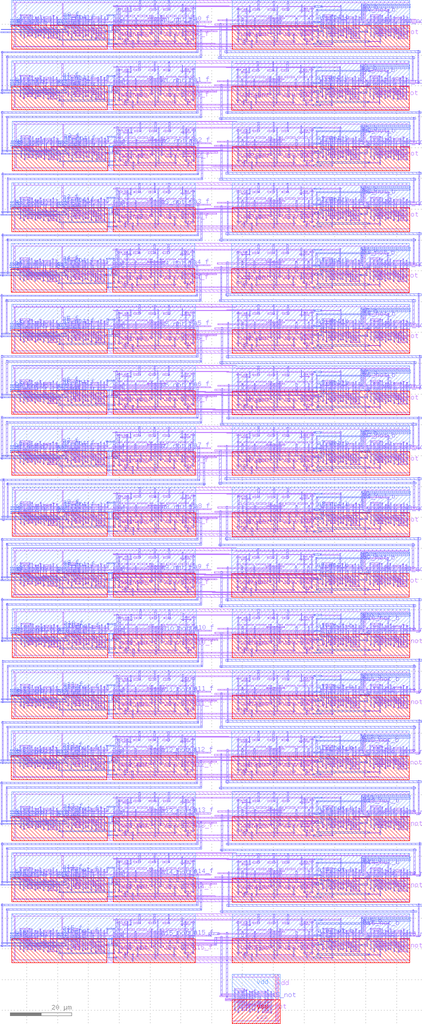
<source format=lef>
VERSION 5.7 ;
  NOWIREEXTENSIONATPIN ON ;
  DIVIDERCHAR "/" ;
  BUSBITCHARS "[]" ;
MACRO 16b_FA
  CLASS BLOCK ;
  FOREIGN 16b_FA ;
  ORIGIN -80.625 184.225 ;
  SIZE 1.120 BY 15.925 ;
  PIN s15
    ANTENNADIFFAREA 2.734275 ;
    PORT
      LAYER Metal1 ;
        RECT 115.190 -153.920 115.570 -153.540 ;
        RECT 112.515 -154.345 114.255 -154.055 ;
        RECT 113.870 -158.940 124.275 -158.605 ;
        RECT 113.840 -160.260 115.620 -159.970 ;
        RECT 112.570 -160.875 112.950 -160.495 ;
      LAYER Metal2 ;
        RECT 112.600 -160.935 112.900 -154.005 ;
        RECT 113.910 -160.335 114.210 -153.985 ;
        RECT 115.225 -160.305 115.520 -153.480 ;
    END
  END s15
  PIN s15_not
    ANTENNADIFFAREA 2.560625 ;
    PORT
      LAYER Metal1 ;
        RECT 122.090 -153.930 122.470 -153.550 ;
        RECT 119.015 -154.425 121.640 -154.015 ;
        RECT 121.200 -156.865 124.275 -156.590 ;
        RECT 121.215 -160.290 122.525 -159.970 ;
        RECT 119.025 -160.845 119.405 -160.465 ;
      LAYER Metal2 ;
        RECT 119.065 -160.935 119.365 -153.995 ;
        RECT 121.275 -160.360 121.555 -154.000 ;
        RECT 122.125 -160.360 122.425 -153.540 ;
    END
  END s15_not
  PIN s14
    ANTENNADIFFAREA 2.734275 ;
    PORT
      LAYER Metal1 ;
        RECT 115.190 -134.255 115.570 -133.875 ;
        RECT 112.515 -134.680 114.255 -134.390 ;
        RECT 113.870 -139.275 124.275 -138.940 ;
        RECT 113.840 -140.595 115.620 -140.305 ;
        RECT 112.570 -141.210 112.950 -140.830 ;
      LAYER Metal2 ;
        RECT 112.600 -141.270 112.900 -134.340 ;
        RECT 113.910 -140.670 114.210 -134.320 ;
        RECT 115.225 -140.640 115.520 -133.815 ;
    END
  END s14
  PIN s14_not
    ANTENNADIFFAREA 2.560625 ;
    PORT
      LAYER Metal1 ;
        RECT 122.090 -134.265 122.470 -133.885 ;
        RECT 119.015 -134.760 121.640 -134.350 ;
        RECT 121.200 -137.200 124.275 -136.925 ;
        RECT 121.215 -140.625 122.525 -140.305 ;
        RECT 119.025 -141.180 119.405 -140.800 ;
      LAYER Metal2 ;
        RECT 119.065 -141.270 119.365 -134.330 ;
        RECT 121.275 -140.695 121.555 -134.335 ;
        RECT 122.125 -140.695 122.425 -133.875 ;
    END
  END s14_not
  PIN s13
    ANTENNADIFFAREA 2.734275 ;
    PORT
      LAYER Metal1 ;
        RECT 115.190 -114.285 115.570 -113.905 ;
        RECT 112.515 -114.710 114.255 -114.420 ;
        RECT 113.870 -119.305 124.275 -118.970 ;
        RECT 113.840 -120.625 115.620 -120.335 ;
        RECT 112.570 -121.240 112.950 -120.860 ;
      LAYER Metal2 ;
        RECT 112.600 -121.300 112.900 -114.370 ;
        RECT 113.910 -120.700 114.210 -114.350 ;
        RECT 115.225 -120.670 115.520 -113.845 ;
    END
  END s13
  PIN s13_not
    ANTENNADIFFAREA 2.560625 ;
    PORT
      LAYER Metal1 ;
        RECT 122.090 -114.295 122.470 -113.915 ;
        RECT 119.015 -114.790 121.640 -114.380 ;
        RECT 121.200 -117.230 124.275 -116.955 ;
        RECT 121.215 -120.655 122.525 -120.335 ;
        RECT 119.025 -121.210 119.405 -120.830 ;
      LAYER Metal2 ;
        RECT 119.065 -121.300 119.365 -114.360 ;
        RECT 121.275 -120.725 121.555 -114.365 ;
        RECT 122.125 -120.725 122.425 -113.905 ;
    END
  END s13_not
  PIN s12
    ANTENNADIFFAREA 2.734275 ;
    PORT
      LAYER Metal1 ;
        RECT 115.085 -94.570 115.465 -94.190 ;
        RECT 112.410 -94.995 114.150 -94.705 ;
        RECT 113.765 -99.590 124.170 -99.255 ;
        RECT 113.735 -100.910 115.515 -100.620 ;
        RECT 112.465 -101.525 112.845 -101.145 ;
      LAYER Metal2 ;
        RECT 112.495 -101.585 112.795 -94.655 ;
        RECT 113.805 -100.985 114.105 -94.635 ;
        RECT 115.120 -100.955 115.415 -94.130 ;
    END
  END s12
  PIN s12_not
    ANTENNADIFFAREA 2.560625 ;
    PORT
      LAYER Metal1 ;
        RECT 121.985 -94.580 122.365 -94.200 ;
        RECT 118.910 -95.075 121.535 -94.665 ;
        RECT 121.095 -97.515 124.170 -97.240 ;
        RECT 121.110 -100.940 122.420 -100.620 ;
        RECT 118.920 -101.495 119.300 -101.115 ;
      LAYER Metal2 ;
        RECT 118.960 -101.585 119.260 -94.645 ;
        RECT 121.170 -101.010 121.450 -94.650 ;
        RECT 122.020 -101.010 122.320 -94.190 ;
    END
  END s12_not
  PIN s11
    ANTENNADIFFAREA 2.734275 ;
    PORT
      LAYER Metal1 ;
        RECT 115.165 -74.815 115.545 -74.435 ;
        RECT 112.490 -75.240 114.230 -74.950 ;
        RECT 113.845 -79.835 124.250 -79.500 ;
        RECT 113.815 -81.155 115.595 -80.865 ;
        RECT 112.545 -81.770 112.925 -81.390 ;
      LAYER Metal2 ;
        RECT 112.575 -81.830 112.875 -74.900 ;
        RECT 113.885 -81.230 114.185 -74.880 ;
        RECT 115.200 -81.200 115.495 -74.375 ;
    END
  END s11
  PIN s11_not
    ANTENNADIFFAREA 2.560625 ;
    PORT
      LAYER Metal1 ;
        RECT 122.065 -74.825 122.445 -74.445 ;
        RECT 118.990 -75.320 121.615 -74.910 ;
        RECT 121.175 -77.760 124.250 -77.485 ;
        RECT 121.190 -81.185 122.500 -80.865 ;
        RECT 119.000 -81.740 119.380 -81.360 ;
      LAYER Metal2 ;
        RECT 119.040 -81.830 119.340 -74.890 ;
        RECT 121.250 -81.255 121.530 -74.895 ;
        RECT 122.100 -81.255 122.400 -74.435 ;
    END
  END s11_not
  PIN s10
    ANTENNADIFFAREA 2.734275 ;
    PORT
      LAYER Metal1 ;
        RECT 115.165 -55.020 115.545 -54.640 ;
        RECT 112.490 -55.445 114.230 -55.155 ;
        RECT 113.845 -60.040 124.250 -59.705 ;
        RECT 113.815 -61.360 115.595 -61.070 ;
        RECT 112.545 -61.975 112.925 -61.595 ;
      LAYER Metal2 ;
        RECT 112.575 -62.035 112.875 -55.105 ;
        RECT 113.885 -61.435 114.185 -55.085 ;
        RECT 115.200 -61.405 115.495 -54.580 ;
    END
  END s10
  PIN s10_not
    ANTENNADIFFAREA 2.560625 ;
    PORT
      LAYER Metal1 ;
        RECT 122.065 -55.030 122.445 -54.650 ;
        RECT 118.990 -55.525 121.615 -55.115 ;
        RECT 121.175 -57.965 124.250 -57.690 ;
        RECT 121.190 -61.390 122.500 -61.070 ;
        RECT 119.000 -61.945 119.380 -61.565 ;
      LAYER Metal2 ;
        RECT 119.040 -62.035 119.340 -55.095 ;
        RECT 121.250 -61.460 121.530 -55.100 ;
        RECT 122.100 -61.460 122.400 -54.640 ;
    END
  END s10_not
  PIN s4
    ANTENNADIFFAREA 2.734275 ;
    PORT
      LAYER Metal1 ;
        RECT 115.065 63.540 115.445 63.920 ;
        RECT 112.390 63.115 114.130 63.405 ;
        RECT 113.745 58.520 124.150 58.855 ;
        RECT 113.715 57.200 115.495 57.490 ;
        RECT 112.445 56.585 112.825 56.965 ;
      LAYER Metal2 ;
        RECT 112.475 56.525 112.775 63.455 ;
        RECT 113.785 57.125 114.085 63.475 ;
        RECT 115.100 57.155 115.395 63.980 ;
    END
  END s4
  PIN s4_not
    ANTENNADIFFAREA 2.560625 ;
    PORT
      LAYER Metal1 ;
        RECT 121.965 63.530 122.345 63.910 ;
        RECT 118.890 63.035 121.515 63.445 ;
        RECT 121.075 60.595 124.150 60.870 ;
        RECT 121.090 57.170 122.400 57.490 ;
        RECT 118.900 56.615 119.280 56.995 ;
      LAYER Metal2 ;
        RECT 118.940 56.525 119.240 63.465 ;
        RECT 121.150 57.100 121.430 63.460 ;
        RECT 122.000 57.100 122.300 63.920 ;
    END
  END s4_not
  PIN s9
    ANTENNADIFFAREA 2.734275 ;
    PORT
      LAYER Metal1 ;
        RECT 115.010 -35.375 115.390 -34.995 ;
        RECT 112.335 -35.800 114.075 -35.510 ;
        RECT 113.690 -40.395 124.095 -40.060 ;
        RECT 113.660 -41.715 115.440 -41.425 ;
        RECT 112.390 -42.330 112.770 -41.950 ;
      LAYER Metal2 ;
        RECT 112.420 -42.390 112.720 -35.460 ;
        RECT 113.730 -41.790 114.030 -35.440 ;
        RECT 115.045 -41.760 115.340 -34.935 ;
    END
  END s9
  PIN s9_not
    ANTENNADIFFAREA 2.560625 ;
    PORT
      LAYER Metal1 ;
        RECT 121.910 -35.385 122.290 -35.005 ;
        RECT 118.835 -35.880 121.460 -35.470 ;
        RECT 121.020 -38.320 124.095 -38.045 ;
        RECT 121.035 -41.745 122.345 -41.425 ;
        RECT 118.845 -42.300 119.225 -41.920 ;
      LAYER Metal2 ;
        RECT 118.885 -42.390 119.185 -35.450 ;
        RECT 121.095 -41.815 121.375 -35.455 ;
        RECT 121.945 -41.815 122.245 -34.995 ;
    END
  END s9_not
  PIN s3
    ANTENNADIFFAREA 2.734275 ;
    PORT
      LAYER Metal1 ;
        RECT 115.145 83.295 115.525 83.675 ;
        RECT 112.470 82.870 114.210 83.160 ;
        RECT 113.825 78.275 124.230 78.610 ;
        RECT 113.795 76.955 115.575 77.245 ;
        RECT 112.525 76.340 112.905 76.720 ;
      LAYER Metal2 ;
        RECT 112.555 76.280 112.855 83.210 ;
        RECT 113.865 76.880 114.165 83.230 ;
        RECT 115.180 76.910 115.475 83.735 ;
    END
  END s3
  PIN s3_not
    ANTENNADIFFAREA 2.560625 ;
    PORT
      LAYER Metal1 ;
        RECT 122.045 83.285 122.425 83.665 ;
        RECT 118.970 82.790 121.595 83.200 ;
        RECT 121.155 80.350 124.230 80.625 ;
        RECT 121.170 76.925 122.480 77.245 ;
        RECT 118.980 76.370 119.360 76.750 ;
      LAYER Metal2 ;
        RECT 119.020 76.280 119.320 83.220 ;
        RECT 121.230 76.855 121.510 83.215 ;
        RECT 122.080 76.855 122.380 83.675 ;
    END
  END s3_not
  PIN s8
    ANTENNADIFFAREA 2.734275 ;
    PORT
      LAYER Metal1 ;
        RECT 115.210 -15.650 115.590 -15.270 ;
        RECT 112.535 -16.075 114.275 -15.785 ;
        RECT 113.890 -20.670 124.295 -20.335 ;
        RECT 113.860 -21.990 115.640 -21.700 ;
        RECT 112.590 -22.605 112.970 -22.225 ;
      LAYER Metal2 ;
        RECT 112.620 -22.665 112.920 -15.735 ;
        RECT 113.930 -22.065 114.230 -15.715 ;
        RECT 115.245 -22.035 115.540 -15.210 ;
    END
  END s8
  PIN s8_not
    ANTENNADIFFAREA 2.560625 ;
    PORT
      LAYER Metal1 ;
        RECT 122.110 -15.660 122.490 -15.280 ;
        RECT 119.035 -16.155 121.660 -15.745 ;
        RECT 121.220 -18.595 124.295 -18.320 ;
        RECT 121.235 -22.020 122.545 -21.700 ;
        RECT 119.045 -22.575 119.425 -22.195 ;
      LAYER Metal2 ;
        RECT 119.085 -22.665 119.385 -15.725 ;
        RECT 121.295 -22.090 121.575 -15.730 ;
        RECT 122.145 -22.090 122.445 -15.270 ;
    END
  END s8_not
  PIN s2
    ANTENNADIFFAREA 2.734275 ;
    PORT
      LAYER Metal1 ;
        RECT 115.145 103.090 115.525 103.470 ;
        RECT 112.470 102.665 114.210 102.955 ;
        RECT 113.825 98.070 124.230 98.405 ;
        RECT 113.795 96.750 115.575 97.040 ;
        RECT 112.525 96.135 112.905 96.515 ;
      LAYER Metal2 ;
        RECT 112.555 96.075 112.855 103.005 ;
        RECT 113.865 96.675 114.165 103.025 ;
        RECT 115.180 96.705 115.475 103.530 ;
    END
  END s2
  PIN s2_not
    ANTENNADIFFAREA 2.560625 ;
    PORT
      LAYER Metal1 ;
        RECT 122.045 103.080 122.425 103.460 ;
        RECT 118.970 102.585 121.595 102.995 ;
        RECT 121.155 100.145 124.230 100.420 ;
        RECT 121.170 96.720 122.480 97.040 ;
        RECT 118.980 96.165 119.360 96.545 ;
      LAYER Metal2 ;
        RECT 119.020 96.075 119.320 103.015 ;
        RECT 121.230 96.650 121.510 103.010 ;
        RECT 122.080 96.650 122.380 103.470 ;
    END
  END s2_not
  PIN s7
    ANTENNADIFFAREA 2.734275 ;
    PORT
      LAYER Metal1 ;
        RECT 115.170 4.190 115.550 4.570 ;
        RECT 112.495 3.765 114.235 4.055 ;
        RECT 113.850 -0.830 124.255 -0.495 ;
        RECT 113.820 -2.150 115.600 -1.860 ;
        RECT 112.550 -2.765 112.930 -2.385 ;
      LAYER Metal2 ;
        RECT 112.580 -2.825 112.880 4.105 ;
        RECT 113.890 -2.225 114.190 4.125 ;
        RECT 115.205 -2.195 115.500 4.630 ;
    END
  END s7
  PIN s7_not
    ANTENNADIFFAREA 2.560625 ;
    PORT
      LAYER Metal1 ;
        RECT 122.070 4.180 122.450 4.560 ;
        RECT 118.995 3.685 121.620 4.095 ;
        RECT 121.180 1.245 124.255 1.520 ;
        RECT 121.195 -2.180 122.505 -1.860 ;
        RECT 119.005 -2.735 119.385 -2.355 ;
      LAYER Metal2 ;
        RECT 119.045 -2.825 119.345 4.115 ;
        RECT 121.255 -2.250 121.535 4.110 ;
        RECT 122.105 -2.250 122.405 4.570 ;
    END
  END s7_not
  PIN s1
    ANTENNADIFFAREA 2.734275 ;
    PORT
      LAYER Metal1 ;
        RECT 114.990 122.735 115.370 123.115 ;
        RECT 112.315 122.310 114.055 122.600 ;
        RECT 113.670 117.715 124.075 118.050 ;
        RECT 113.640 116.395 115.420 116.685 ;
        RECT 112.370 115.780 112.750 116.160 ;
      LAYER Metal2 ;
        RECT 112.400 115.720 112.700 122.650 ;
        RECT 113.710 116.320 114.010 122.670 ;
        RECT 115.025 116.350 115.320 123.175 ;
    END
  END s1
  PIN s1_not
    ANTENNADIFFAREA 2.560625 ;
    PORT
      LAYER Metal1 ;
        RECT 121.890 122.725 122.270 123.105 ;
        RECT 118.815 122.230 121.440 122.640 ;
        RECT 121.000 119.790 124.075 120.065 ;
        RECT 121.015 116.365 122.325 116.685 ;
        RECT 118.825 115.810 119.205 116.190 ;
      LAYER Metal2 ;
        RECT 118.865 115.720 119.165 122.660 ;
        RECT 121.075 116.295 121.355 122.655 ;
        RECT 121.925 116.295 122.225 123.115 ;
    END
  END s1_not
  PIN s6
    ANTENNADIFFAREA 2.734275 ;
    PORT
      LAYER Metal1 ;
        RECT 115.170 23.855 115.550 24.235 ;
        RECT 112.495 23.430 114.235 23.720 ;
        RECT 113.850 18.835 124.255 19.170 ;
        RECT 113.820 17.515 115.600 17.805 ;
        RECT 112.550 16.900 112.930 17.280 ;
      LAYER Metal2 ;
        RECT 112.580 16.840 112.880 23.770 ;
        RECT 113.890 17.440 114.190 23.790 ;
        RECT 115.205 17.470 115.500 24.295 ;
    END
  END s6
  PIN s6_not
    ANTENNADIFFAREA 2.560625 ;
    PORT
      LAYER Metal1 ;
        RECT 122.070 23.845 122.450 24.225 ;
        RECT 118.995 23.350 121.620 23.760 ;
        RECT 121.180 20.910 124.255 21.185 ;
        RECT 121.195 17.485 122.505 17.805 ;
        RECT 119.005 16.930 119.385 17.310 ;
      LAYER Metal2 ;
        RECT 119.045 16.840 119.345 23.780 ;
        RECT 121.255 17.415 121.535 23.775 ;
        RECT 122.105 17.415 122.405 24.235 ;
    END
  END s6_not
  PIN s0
    ANTENNADIFFAREA 2.734275 ;
    PORT
      LAYER Metal1 ;
        RECT 115.190 142.460 115.570 142.840 ;
        RECT 112.515 142.035 114.255 142.325 ;
        RECT 113.870 137.440 124.275 137.775 ;
        RECT 113.840 136.120 115.620 136.410 ;
        RECT 112.570 135.505 112.950 135.885 ;
      LAYER Metal2 ;
        RECT 112.600 135.445 112.900 142.375 ;
        RECT 113.910 136.045 114.210 142.395 ;
        RECT 115.225 136.075 115.520 142.900 ;
    END
  END s0
  PIN s0_not
    ANTENNADIFFAREA 2.560625 ;
    PORT
      LAYER Metal1 ;
        RECT 122.090 142.450 122.470 142.830 ;
        RECT 119.015 141.955 121.640 142.365 ;
        RECT 121.200 139.515 124.275 139.790 ;
        RECT 121.215 136.090 122.525 136.410 ;
        RECT 119.025 135.535 119.405 135.915 ;
      LAYER Metal2 ;
        RECT 119.065 135.445 119.365 142.385 ;
        RECT 121.275 136.020 121.555 142.380 ;
        RECT 122.125 136.020 122.425 142.840 ;
    END
  END s0_not
  PIN s5
    ANTENNADIFFAREA 2.734275 ;
    PORT
      LAYER Metal1 ;
        RECT 115.170 43.825 115.550 44.205 ;
        RECT 112.495 43.400 114.235 43.690 ;
        RECT 113.850 38.805 124.255 39.140 ;
        RECT 113.820 37.485 115.600 37.775 ;
        RECT 112.550 36.870 112.930 37.250 ;
      LAYER Metal2 ;
        RECT 112.580 36.810 112.880 43.740 ;
        RECT 113.890 37.410 114.190 43.760 ;
        RECT 115.205 37.440 115.500 44.265 ;
    END
  END s5
  PIN s5_not
    ANTENNADIFFAREA 2.560625 ;
    PORT
      LAYER Metal1 ;
        RECT 122.070 43.815 122.450 44.195 ;
        RECT 118.995 43.320 121.620 43.730 ;
        RECT 121.180 40.880 124.255 41.155 ;
        RECT 121.195 37.455 122.505 37.775 ;
        RECT 119.005 36.900 119.385 37.280 ;
      LAYER Metal2 ;
        RECT 119.045 36.810 119.345 43.750 ;
        RECT 121.255 37.385 121.535 43.745 ;
        RECT 122.105 37.385 122.405 44.205 ;
    END
  END s5_not
  PIN c15
    ANTENNADIFFAREA 2.734275 ;
    PORT
      LAYER Metal1 ;
        RECT 71.110 -173.655 71.490 -173.275 ;
        RECT 68.435 -174.080 70.175 -173.790 ;
        RECT 69.790 -178.675 80.195 -178.340 ;
        RECT 69.760 -179.995 71.540 -179.705 ;
        RECT 68.490 -180.610 68.870 -180.230 ;
      LAYER Metal2 ;
        RECT 68.520 -180.670 68.820 -173.740 ;
        RECT 69.830 -180.070 70.130 -173.720 ;
        RECT 71.145 -180.040 71.440 -173.215 ;
    END
  END c15
  PIN c15_not
    ANTENNADIFFAREA 2.560625 ;
    PORT
      LAYER Metal1 ;
        RECT 78.010 -173.665 78.390 -173.285 ;
        RECT 74.935 -174.175 77.635 -173.755 ;
        RECT 77.120 -176.600 80.195 -176.325 ;
        RECT 77.135 -180.025 78.445 -179.705 ;
        RECT 74.945 -180.580 75.325 -180.200 ;
      LAYER Metal2 ;
        RECT 74.985 -180.670 75.285 -173.730 ;
        RECT 77.195 -180.095 77.500 -173.735 ;
        RECT 78.045 -180.095 78.345 -173.275 ;
    END
  END c15_not
  PIN vdd
    ANTENNADIFFAREA 0.514800 ;
    PORT
      LAYER Nwell ;
        RECT 66.715 -176.525 82.175 -168.300 ;
      LAYER Metal1 ;
        RECT 66.715 -169.200 81.745 -168.300 ;
        RECT 80.995 -176.360 81.375 -169.200 ;
    END
  END vdd
  PIN vss
    ANTENNADIFFAREA 0.514800 ;
    PORT
      LAYER Pwell ;
        RECT 66.715 -184.225 82.175 -176.525 ;
      LAYER Metal1 ;
        RECT 66.715 -183.330 70.380 -183.320 ;
        RECT 80.995 -183.325 81.375 -177.495 ;
        RECT 80.625 -183.330 81.745 -183.325 ;
        RECT 66.715 -184.225 81.745 -183.330 ;
    END
  END vss
  PIN a15_not_b
    ANTENNAGATEAREA 2.775000 ;
    ANTENNADIFFAREA 1.587600 ;
    PORT
      LAYER Metal1 ;
        RECT 70.405 -151.645 71.605 -151.265 ;
        RECT 70.405 -153.945 73.665 -153.565 ;
        RECT 71.070 -155.860 93.625 -155.520 ;
        RECT 94.735 -155.850 109.380 -155.550 ;
        RECT 70.385 -159.445 73.685 -159.065 ;
        RECT 97.760 -159.525 100.680 -159.225 ;
        RECT 104.225 -159.540 107.595 -159.240 ;
        RECT 70.385 -161.445 71.670 -161.065 ;
      LAYER Metal2 ;
        RECT 71.230 -162.175 71.545 -151.125 ;
        RECT 93.205 -155.930 93.625 -155.470 ;
        RECT 94.705 -155.935 95.125 -155.475 ;
        RECT 97.795 -159.575 98.095 -155.515 ;
        RECT 104.285 -159.590 104.565 -155.500 ;
        RECT 109.050 -155.980 109.355 -150.505 ;
      LAYER Metal3 ;
        RECT 109.005 -151.015 124.485 -150.560 ;
        RECT 93.175 -155.880 95.200 -155.495 ;
    END
  END a15_not_b
  PIN a15_b
    ANTENNAGATEAREA 2.739250 ;
    ANTENNADIFFAREA 1.587600 ;
    PORT
      LAYER Metal1 ;
        RECT 89.930 -151.545 91.165 -151.165 ;
        RECT 87.905 -153.945 91.165 -153.565 ;
        RECT 95.335 -155.105 108.950 -154.805 ;
        RECT 96.530 -157.760 100.660 -157.460 ;
        RECT 103.035 -157.810 107.535 -157.500 ;
        RECT 89.790 -158.805 93.735 -158.470 ;
        RECT 87.885 -159.445 91.185 -159.065 ;
        RECT 89.700 -161.445 91.185 -161.065 ;
      LAYER Metal2 ;
        RECT 90.015 -161.690 90.330 -151.005 ;
        RECT 93.340 -158.820 93.720 -158.440 ;
        RECT 95.405 -158.845 95.715 -154.725 ;
        RECT 108.475 -155.150 108.770 -149.780 ;
      LAYER Metal3 ;
        RECT 108.475 -150.235 124.495 -149.825 ;
        RECT 93.340 -158.830 95.820 -158.430 ;
    END
  END a15_b
  PIN a14_not_b
    ANTENNAGATEAREA 2.775000 ;
    ANTENNADIFFAREA 1.587600 ;
    PORT
      LAYER Metal1 ;
        RECT 70.405 -131.980 71.605 -131.600 ;
        RECT 70.405 -134.280 73.665 -133.900 ;
        RECT 71.070 -136.195 93.625 -135.855 ;
        RECT 94.735 -136.185 109.380 -135.885 ;
        RECT 70.385 -139.780 73.685 -139.400 ;
        RECT 97.760 -139.860 100.680 -139.560 ;
        RECT 104.225 -139.875 107.595 -139.575 ;
        RECT 70.385 -141.780 71.670 -141.400 ;
      LAYER Metal2 ;
        RECT 71.230 -142.510 71.545 -131.460 ;
        RECT 93.205 -136.265 93.625 -135.805 ;
        RECT 94.705 -136.270 95.125 -135.810 ;
        RECT 97.795 -139.910 98.095 -135.850 ;
        RECT 104.285 -139.925 104.565 -135.835 ;
        RECT 109.050 -136.315 109.355 -130.840 ;
      LAYER Metal3 ;
        RECT 109.005 -131.350 124.485 -130.895 ;
        RECT 93.175 -136.215 95.200 -135.830 ;
    END
  END a14_not_b
  PIN a14_b
    ANTENNAGATEAREA 2.739250 ;
    ANTENNADIFFAREA 1.587600 ;
    PORT
      LAYER Metal1 ;
        RECT 89.930 -131.880 91.165 -131.500 ;
        RECT 87.905 -134.280 91.165 -133.900 ;
        RECT 95.335 -135.440 108.950 -135.140 ;
        RECT 96.530 -138.095 100.660 -137.795 ;
        RECT 103.035 -138.145 107.535 -137.835 ;
        RECT 89.790 -139.140 93.735 -138.805 ;
        RECT 87.885 -139.780 91.185 -139.400 ;
        RECT 89.700 -141.780 91.185 -141.400 ;
      LAYER Metal2 ;
        RECT 90.015 -142.025 90.330 -131.340 ;
        RECT 93.340 -139.155 93.720 -138.775 ;
        RECT 95.405 -139.180 95.715 -135.060 ;
        RECT 108.475 -135.485 108.770 -130.115 ;
      LAYER Metal3 ;
        RECT 108.475 -130.570 124.495 -130.160 ;
        RECT 93.340 -139.165 95.820 -138.765 ;
    END
  END a14_b
  PIN a13_not_b
    ANTENNAGATEAREA 2.775000 ;
    ANTENNADIFFAREA 1.587600 ;
    PORT
      LAYER Metal1 ;
        RECT 70.405 -112.010 71.605 -111.630 ;
        RECT 70.405 -114.310 73.665 -113.930 ;
        RECT 71.070 -116.225 93.625 -115.885 ;
        RECT 94.735 -116.215 109.380 -115.915 ;
        RECT 70.385 -119.810 73.685 -119.430 ;
        RECT 97.760 -119.890 100.680 -119.590 ;
        RECT 104.225 -119.905 107.595 -119.605 ;
        RECT 70.385 -121.810 71.670 -121.430 ;
      LAYER Metal2 ;
        RECT 71.230 -122.540 71.545 -111.490 ;
        RECT 93.205 -116.295 93.625 -115.835 ;
        RECT 94.705 -116.300 95.125 -115.840 ;
        RECT 97.795 -119.940 98.095 -115.880 ;
        RECT 104.285 -119.955 104.565 -115.865 ;
        RECT 109.050 -116.345 109.355 -110.870 ;
      LAYER Metal3 ;
        RECT 109.005 -111.380 124.485 -110.925 ;
        RECT 93.175 -116.245 95.200 -115.860 ;
    END
  END a13_not_b
  PIN a13_b
    ANTENNAGATEAREA 2.739250 ;
    ANTENNADIFFAREA 1.587600 ;
    PORT
      LAYER Metal1 ;
        RECT 89.930 -111.910 91.165 -111.530 ;
        RECT 87.905 -114.310 91.165 -113.930 ;
        RECT 95.335 -115.470 108.950 -115.170 ;
        RECT 96.530 -118.125 100.660 -117.825 ;
        RECT 103.035 -118.175 107.535 -117.865 ;
        RECT 89.790 -119.170 93.735 -118.835 ;
        RECT 87.885 -119.810 91.185 -119.430 ;
        RECT 89.700 -121.810 91.185 -121.430 ;
      LAYER Metal2 ;
        RECT 90.015 -122.055 90.330 -111.370 ;
        RECT 93.340 -119.185 93.720 -118.805 ;
        RECT 95.405 -119.210 95.715 -115.090 ;
        RECT 108.475 -115.515 108.770 -110.145 ;
      LAYER Metal3 ;
        RECT 108.475 -110.600 124.495 -110.190 ;
        RECT 93.340 -119.195 95.820 -118.795 ;
    END
  END a13_b
  PIN a12_not_b
    ANTENNAGATEAREA 2.775000 ;
    ANTENNADIFFAREA 1.587600 ;
    PORT
      LAYER Metal1 ;
        RECT 70.300 -92.295 71.500 -91.915 ;
        RECT 70.300 -94.595 73.560 -94.215 ;
        RECT 70.965 -96.510 93.520 -96.170 ;
        RECT 94.630 -96.500 109.275 -96.200 ;
        RECT 70.280 -100.095 73.580 -99.715 ;
        RECT 97.655 -100.175 100.575 -99.875 ;
        RECT 104.120 -100.190 107.490 -99.890 ;
        RECT 70.280 -102.095 71.565 -101.715 ;
      LAYER Metal2 ;
        RECT 71.125 -102.825 71.440 -91.775 ;
        RECT 93.100 -96.580 93.520 -96.120 ;
        RECT 94.600 -96.585 95.020 -96.125 ;
        RECT 97.690 -100.225 97.990 -96.165 ;
        RECT 104.180 -100.240 104.460 -96.150 ;
        RECT 108.945 -96.630 109.250 -91.155 ;
      LAYER Metal3 ;
        RECT 108.900 -91.665 124.380 -91.210 ;
        RECT 93.070 -96.530 95.095 -96.145 ;
    END
  END a12_not_b
  PIN a12_b
    ANTENNAGATEAREA 2.739250 ;
    ANTENNADIFFAREA 1.587600 ;
    PORT
      LAYER Metal1 ;
        RECT 89.825 -92.195 91.060 -91.815 ;
        RECT 87.800 -94.595 91.060 -94.215 ;
        RECT 95.230 -95.755 108.845 -95.455 ;
        RECT 96.425 -98.410 100.555 -98.110 ;
        RECT 102.930 -98.460 107.430 -98.150 ;
        RECT 89.685 -99.455 93.630 -99.120 ;
        RECT 87.780 -100.095 91.080 -99.715 ;
        RECT 89.595 -102.095 91.080 -101.715 ;
      LAYER Metal2 ;
        RECT 89.910 -102.340 90.225 -91.655 ;
        RECT 93.235 -99.470 93.615 -99.090 ;
        RECT 95.300 -99.495 95.610 -95.375 ;
        RECT 108.370 -95.800 108.665 -90.430 ;
      LAYER Metal3 ;
        RECT 108.370 -90.885 124.390 -90.475 ;
        RECT 93.235 -99.480 95.715 -99.080 ;
    END
  END a12_b
  PIN a11_not_b
    ANTENNAGATEAREA 2.775000 ;
    ANTENNADIFFAREA 1.587600 ;
    PORT
      LAYER Metal1 ;
        RECT 70.380 -72.540 71.580 -72.160 ;
        RECT 70.380 -74.840 73.640 -74.460 ;
        RECT 71.045 -76.755 93.600 -76.415 ;
        RECT 94.710 -76.745 109.355 -76.445 ;
        RECT 70.360 -80.340 73.660 -79.960 ;
        RECT 97.735 -80.420 100.655 -80.120 ;
        RECT 104.200 -80.435 107.570 -80.135 ;
        RECT 70.360 -82.340 71.645 -81.960 ;
      LAYER Metal2 ;
        RECT 71.205 -83.070 71.520 -72.020 ;
        RECT 93.180 -76.825 93.600 -76.365 ;
        RECT 94.680 -76.830 95.100 -76.370 ;
        RECT 97.770 -80.470 98.070 -76.410 ;
        RECT 104.260 -80.485 104.540 -76.395 ;
        RECT 109.025 -76.875 109.330 -71.400 ;
      LAYER Metal3 ;
        RECT 108.980 -71.910 124.460 -71.455 ;
        RECT 93.150 -76.775 95.175 -76.390 ;
    END
  END a11_not_b
  PIN a11_b
    ANTENNAGATEAREA 2.739250 ;
    ANTENNADIFFAREA 1.587600 ;
    PORT
      LAYER Metal1 ;
        RECT 89.905 -72.440 91.140 -72.060 ;
        RECT 87.880 -74.840 91.140 -74.460 ;
        RECT 95.310 -76.000 108.925 -75.700 ;
        RECT 96.505 -78.655 100.635 -78.355 ;
        RECT 103.010 -78.705 107.510 -78.395 ;
        RECT 89.765 -79.700 93.710 -79.365 ;
        RECT 87.860 -80.340 91.160 -79.960 ;
        RECT 89.675 -82.340 91.160 -81.960 ;
      LAYER Metal2 ;
        RECT 89.990 -82.585 90.305 -71.900 ;
        RECT 93.315 -79.715 93.695 -79.335 ;
        RECT 95.380 -79.740 95.690 -75.620 ;
        RECT 108.450 -76.045 108.745 -70.675 ;
      LAYER Metal3 ;
        RECT 108.450 -71.130 124.470 -70.720 ;
        RECT 93.315 -79.725 95.795 -79.325 ;
    END
  END a11_b
  PIN a10_not_b
    ANTENNAGATEAREA 2.775000 ;
    ANTENNADIFFAREA 1.587600 ;
    PORT
      LAYER Metal1 ;
        RECT 70.380 -52.745 71.580 -52.365 ;
        RECT 70.380 -55.045 73.640 -54.665 ;
        RECT 71.045 -56.960 93.600 -56.620 ;
        RECT 94.710 -56.950 109.355 -56.650 ;
        RECT 70.360 -60.545 73.660 -60.165 ;
        RECT 97.735 -60.625 100.655 -60.325 ;
        RECT 104.200 -60.640 107.570 -60.340 ;
        RECT 70.360 -62.545 71.645 -62.165 ;
      LAYER Metal2 ;
        RECT 71.205 -63.275 71.520 -52.225 ;
        RECT 93.180 -57.030 93.600 -56.570 ;
        RECT 94.680 -57.035 95.100 -56.575 ;
        RECT 97.770 -60.675 98.070 -56.615 ;
        RECT 104.260 -60.690 104.540 -56.600 ;
        RECT 109.025 -57.080 109.330 -51.605 ;
      LAYER Metal3 ;
        RECT 108.980 -52.115 124.460 -51.660 ;
        RECT 93.150 -56.980 95.175 -56.595 ;
    END
  END a10_not_b
  PIN a10_b
    ANTENNAGATEAREA 2.739250 ;
    ANTENNADIFFAREA 1.587600 ;
    PORT
      LAYER Metal1 ;
        RECT 89.905 -52.645 91.140 -52.265 ;
        RECT 87.880 -55.045 91.140 -54.665 ;
        RECT 95.310 -56.205 108.925 -55.905 ;
        RECT 96.505 -58.860 100.635 -58.560 ;
        RECT 103.010 -58.910 107.510 -58.600 ;
        RECT 89.765 -59.905 93.710 -59.570 ;
        RECT 87.860 -60.545 91.160 -60.165 ;
        RECT 89.675 -62.545 91.160 -62.165 ;
      LAYER Metal2 ;
        RECT 89.990 -62.790 90.305 -52.105 ;
        RECT 93.315 -59.920 93.695 -59.540 ;
        RECT 95.380 -59.945 95.690 -55.825 ;
        RECT 108.450 -56.250 108.745 -50.880 ;
      LAYER Metal3 ;
        RECT 108.450 -51.335 124.470 -50.925 ;
        RECT 93.315 -59.930 95.795 -59.530 ;
    END
  END a10_b
  PIN a9_not_b
    ANTENNAGATEAREA 2.775000 ;
    ANTENNADIFFAREA 1.587600 ;
    PORT
      LAYER Metal1 ;
        RECT 70.225 -33.100 71.425 -32.720 ;
        RECT 70.225 -35.400 73.485 -35.020 ;
        RECT 70.890 -37.315 93.445 -36.975 ;
        RECT 94.555 -37.305 109.200 -37.005 ;
        RECT 70.205 -40.900 73.505 -40.520 ;
        RECT 97.580 -40.980 100.500 -40.680 ;
        RECT 104.045 -40.995 107.415 -40.695 ;
        RECT 70.205 -42.900 71.490 -42.520 ;
      LAYER Metal2 ;
        RECT 71.050 -43.630 71.365 -32.580 ;
        RECT 93.025 -37.385 93.445 -36.925 ;
        RECT 94.525 -37.390 94.945 -36.930 ;
        RECT 97.615 -41.030 97.915 -36.970 ;
        RECT 104.105 -41.045 104.385 -36.955 ;
        RECT 108.870 -37.435 109.175 -31.960 ;
      LAYER Metal3 ;
        RECT 108.825 -32.470 124.305 -32.015 ;
        RECT 92.995 -37.335 95.020 -36.950 ;
    END
  END a9_not_b
  PIN a9_b
    ANTENNAGATEAREA 2.739250 ;
    ANTENNADIFFAREA 1.587600 ;
    PORT
      LAYER Metal1 ;
        RECT 89.750 -33.000 90.985 -32.620 ;
        RECT 87.725 -35.400 90.985 -35.020 ;
        RECT 95.155 -36.560 108.770 -36.260 ;
        RECT 96.350 -39.215 100.480 -38.915 ;
        RECT 102.855 -39.265 107.355 -38.955 ;
        RECT 89.610 -40.260 93.555 -39.925 ;
        RECT 87.705 -40.900 91.005 -40.520 ;
        RECT 89.520 -42.900 91.005 -42.520 ;
      LAYER Metal2 ;
        RECT 89.835 -43.145 90.150 -32.460 ;
        RECT 93.160 -40.275 93.540 -39.895 ;
        RECT 95.225 -40.300 95.535 -36.180 ;
        RECT 108.295 -36.605 108.590 -31.235 ;
      LAYER Metal3 ;
        RECT 108.295 -31.690 124.315 -31.280 ;
        RECT 93.160 -40.285 95.640 -39.885 ;
    END
  END a9_b
  PIN a8_not_b
    ANTENNAGATEAREA 2.775000 ;
    ANTENNADIFFAREA 1.587600 ;
    PORT
      LAYER Metal1 ;
        RECT 70.425 -13.375 71.625 -12.995 ;
        RECT 70.425 -15.675 73.685 -15.295 ;
        RECT 71.090 -17.590 93.645 -17.250 ;
        RECT 94.755 -17.580 109.400 -17.280 ;
        RECT 70.405 -21.175 73.705 -20.795 ;
        RECT 97.780 -21.255 100.700 -20.955 ;
        RECT 104.245 -21.270 107.615 -20.970 ;
        RECT 70.405 -23.175 71.690 -22.795 ;
      LAYER Metal2 ;
        RECT 71.250 -23.905 71.565 -12.855 ;
        RECT 93.225 -17.660 93.645 -17.200 ;
        RECT 94.725 -17.665 95.145 -17.205 ;
        RECT 97.815 -21.305 98.115 -17.245 ;
        RECT 104.305 -21.320 104.585 -17.230 ;
        RECT 109.070 -17.710 109.375 -12.235 ;
      LAYER Metal3 ;
        RECT 109.025 -12.745 124.505 -12.290 ;
        RECT 93.195 -17.610 95.220 -17.225 ;
    END
  END a8_not_b
  PIN a8_b
    ANTENNAGATEAREA 2.739250 ;
    ANTENNADIFFAREA 1.587600 ;
    PORT
      LAYER Metal1 ;
        RECT 89.950 -13.275 91.185 -12.895 ;
        RECT 87.925 -15.675 91.185 -15.295 ;
        RECT 95.355 -16.835 108.970 -16.535 ;
        RECT 96.550 -19.490 100.680 -19.190 ;
        RECT 103.055 -19.540 107.555 -19.230 ;
        RECT 89.810 -20.535 93.755 -20.200 ;
        RECT 87.905 -21.175 91.205 -20.795 ;
        RECT 89.720 -23.175 91.205 -22.795 ;
      LAYER Metal2 ;
        RECT 90.035 -23.420 90.350 -12.735 ;
        RECT 93.360 -20.550 93.740 -20.170 ;
        RECT 95.425 -20.575 95.735 -16.455 ;
        RECT 108.495 -16.880 108.790 -11.510 ;
      LAYER Metal3 ;
        RECT 108.495 -11.965 124.515 -11.555 ;
        RECT 93.360 -20.560 95.840 -20.160 ;
    END
  END a8_b
  PIN a7_not_b
    ANTENNAGATEAREA 2.775000 ;
    ANTENNADIFFAREA 1.587600 ;
    PORT
      LAYER Metal1 ;
        RECT 70.385 6.465 71.585 6.845 ;
        RECT 70.385 4.165 73.645 4.545 ;
        RECT 71.050 2.250 93.605 2.590 ;
        RECT 94.715 2.260 109.360 2.560 ;
        RECT 70.365 -1.335 73.665 -0.955 ;
        RECT 97.740 -1.415 100.660 -1.115 ;
        RECT 104.205 -1.430 107.575 -1.130 ;
        RECT 70.365 -3.335 71.650 -2.955 ;
      LAYER Metal2 ;
        RECT 71.210 -4.065 71.525 6.985 ;
        RECT 93.185 2.180 93.605 2.640 ;
        RECT 94.685 2.175 95.105 2.635 ;
        RECT 97.775 -1.465 98.075 2.595 ;
        RECT 104.265 -1.480 104.545 2.610 ;
        RECT 109.030 2.130 109.335 7.605 ;
      LAYER Metal3 ;
        RECT 108.985 7.095 124.465 7.550 ;
        RECT 93.155 2.230 95.180 2.615 ;
    END
  END a7_not_b
  PIN a7_b
    ANTENNAGATEAREA 2.739250 ;
    ANTENNADIFFAREA 1.587600 ;
    PORT
      LAYER Metal1 ;
        RECT 89.910 6.565 91.145 6.945 ;
        RECT 87.885 4.165 91.145 4.545 ;
        RECT 95.315 3.005 108.930 3.305 ;
        RECT 96.510 0.350 100.640 0.650 ;
        RECT 103.015 0.300 107.515 0.610 ;
        RECT 89.770 -0.695 93.715 -0.360 ;
        RECT 87.865 -1.335 91.165 -0.955 ;
        RECT 89.680 -3.335 91.165 -2.955 ;
      LAYER Metal2 ;
        RECT 89.995 -3.580 90.310 7.105 ;
        RECT 93.320 -0.710 93.700 -0.330 ;
        RECT 95.385 -0.735 95.695 3.385 ;
        RECT 108.455 2.960 108.750 8.330 ;
      LAYER Metal3 ;
        RECT 108.455 7.875 124.475 8.285 ;
        RECT 93.320 -0.720 95.800 -0.320 ;
    END
  END a7_b
  PIN a6_not_b
    ANTENNAGATEAREA 2.775000 ;
    ANTENNADIFFAREA 1.587600 ;
    PORT
      LAYER Metal1 ;
        RECT 70.385 26.130 71.585 26.510 ;
        RECT 70.385 23.830 73.645 24.210 ;
        RECT 71.050 21.915 93.605 22.255 ;
        RECT 94.715 21.925 109.360 22.225 ;
        RECT 70.365 18.330 73.665 18.710 ;
        RECT 97.740 18.250 100.660 18.550 ;
        RECT 104.205 18.235 107.575 18.535 ;
        RECT 70.365 16.330 71.650 16.710 ;
      LAYER Metal2 ;
        RECT 71.210 15.600 71.525 26.650 ;
        RECT 93.185 21.845 93.605 22.305 ;
        RECT 94.685 21.840 95.105 22.300 ;
        RECT 97.775 18.200 98.075 22.260 ;
        RECT 104.265 18.185 104.545 22.275 ;
        RECT 109.030 21.795 109.335 27.270 ;
      LAYER Metal3 ;
        RECT 108.985 26.760 124.465 27.215 ;
        RECT 93.155 21.895 95.180 22.280 ;
    END
  END a6_not_b
  PIN a6_b
    ANTENNAGATEAREA 2.739250 ;
    ANTENNADIFFAREA 1.587600 ;
    PORT
      LAYER Metal1 ;
        RECT 89.910 26.230 91.145 26.610 ;
        RECT 87.885 23.830 91.145 24.210 ;
        RECT 95.315 22.670 108.930 22.970 ;
        RECT 96.510 20.015 100.640 20.315 ;
        RECT 103.015 19.965 107.515 20.275 ;
        RECT 89.770 18.970 93.715 19.305 ;
        RECT 87.865 18.330 91.165 18.710 ;
        RECT 89.680 16.330 91.165 16.710 ;
      LAYER Metal2 ;
        RECT 89.995 16.085 90.310 26.770 ;
        RECT 93.320 18.955 93.700 19.335 ;
        RECT 95.385 18.930 95.695 23.050 ;
        RECT 108.455 22.625 108.750 27.995 ;
      LAYER Metal3 ;
        RECT 108.455 27.540 124.475 27.950 ;
        RECT 93.320 18.945 95.800 19.345 ;
    END
  END a6_b
  PIN a5_not_b
    ANTENNAGATEAREA 2.775000 ;
    ANTENNADIFFAREA 1.587600 ;
    PORT
      LAYER Metal1 ;
        RECT 70.385 46.100 71.585 46.480 ;
        RECT 70.385 43.800 73.645 44.180 ;
        RECT 71.050 41.885 93.605 42.225 ;
        RECT 94.715 41.895 109.360 42.195 ;
        RECT 70.365 38.300 73.665 38.680 ;
        RECT 97.740 38.220 100.660 38.520 ;
        RECT 104.205 38.205 107.575 38.505 ;
        RECT 70.365 36.300 71.650 36.680 ;
      LAYER Metal2 ;
        RECT 71.210 35.570 71.525 46.620 ;
        RECT 93.185 41.815 93.605 42.275 ;
        RECT 94.685 41.810 95.105 42.270 ;
        RECT 97.775 38.170 98.075 42.230 ;
        RECT 104.265 38.155 104.545 42.245 ;
        RECT 109.030 41.765 109.335 47.240 ;
      LAYER Metal3 ;
        RECT 108.985 46.730 124.465 47.185 ;
        RECT 93.155 41.865 95.180 42.250 ;
    END
  END a5_not_b
  PIN a5_b
    ANTENNAGATEAREA 2.739250 ;
    ANTENNADIFFAREA 1.587600 ;
    PORT
      LAYER Metal1 ;
        RECT 89.910 46.200 91.145 46.580 ;
        RECT 87.885 43.800 91.145 44.180 ;
        RECT 95.315 42.640 108.930 42.940 ;
        RECT 96.510 39.985 100.640 40.285 ;
        RECT 103.015 39.935 107.515 40.245 ;
        RECT 89.770 38.940 93.715 39.275 ;
        RECT 87.865 38.300 91.165 38.680 ;
        RECT 89.680 36.300 91.165 36.680 ;
      LAYER Metal2 ;
        RECT 89.995 36.055 90.310 46.740 ;
        RECT 93.320 38.925 93.700 39.305 ;
        RECT 95.385 38.900 95.695 43.020 ;
        RECT 108.455 42.595 108.750 47.965 ;
      LAYER Metal3 ;
        RECT 108.455 47.510 124.475 47.920 ;
        RECT 93.320 38.915 95.800 39.315 ;
    END
  END a5_b
  PIN a4_not_b
    ANTENNAGATEAREA 2.775000 ;
    ANTENNADIFFAREA 1.587600 ;
    PORT
      LAYER Metal1 ;
        RECT 70.280 65.815 71.480 66.195 ;
        RECT 70.280 63.515 73.540 63.895 ;
        RECT 70.945 61.600 93.500 61.940 ;
        RECT 94.610 61.610 109.255 61.910 ;
        RECT 70.260 58.015 73.560 58.395 ;
        RECT 97.635 57.935 100.555 58.235 ;
        RECT 104.100 57.920 107.470 58.220 ;
        RECT 70.260 56.015 71.545 56.395 ;
      LAYER Metal2 ;
        RECT 71.105 55.285 71.420 66.335 ;
        RECT 93.080 61.530 93.500 61.990 ;
        RECT 94.580 61.525 95.000 61.985 ;
        RECT 97.670 57.885 97.970 61.945 ;
        RECT 104.160 57.870 104.440 61.960 ;
        RECT 108.925 61.480 109.230 66.955 ;
      LAYER Metal3 ;
        RECT 108.880 66.445 124.360 66.900 ;
        RECT 93.050 61.580 95.075 61.965 ;
    END
  END a4_not_b
  PIN a4_b
    ANTENNAGATEAREA 2.739250 ;
    ANTENNADIFFAREA 1.587600 ;
    PORT
      LAYER Metal1 ;
        RECT 89.805 65.915 91.040 66.295 ;
        RECT 87.780 63.515 91.040 63.895 ;
        RECT 95.210 62.355 108.825 62.655 ;
        RECT 96.405 59.700 100.535 60.000 ;
        RECT 102.910 59.650 107.410 59.960 ;
        RECT 89.665 58.655 93.610 58.990 ;
        RECT 87.760 58.015 91.060 58.395 ;
        RECT 89.575 56.015 91.060 56.395 ;
      LAYER Metal2 ;
        RECT 89.890 55.770 90.205 66.455 ;
        RECT 93.215 58.640 93.595 59.020 ;
        RECT 95.280 58.615 95.590 62.735 ;
        RECT 108.350 62.310 108.645 67.680 ;
      LAYER Metal3 ;
        RECT 108.350 67.225 124.370 67.635 ;
        RECT 93.215 58.630 95.695 59.030 ;
    END
  END a4_b
  PIN a3_not_b
    ANTENNAGATEAREA 2.775000 ;
    ANTENNADIFFAREA 1.587600 ;
    PORT
      LAYER Metal1 ;
        RECT 70.360 85.570 71.560 85.950 ;
        RECT 70.360 83.270 73.620 83.650 ;
        RECT 71.025 81.355 93.580 81.695 ;
        RECT 94.690 81.365 109.335 81.665 ;
        RECT 70.340 77.770 73.640 78.150 ;
        RECT 97.715 77.690 100.635 77.990 ;
        RECT 104.180 77.675 107.550 77.975 ;
        RECT 70.340 75.770 71.625 76.150 ;
      LAYER Metal2 ;
        RECT 71.185 75.040 71.500 86.090 ;
        RECT 93.160 81.285 93.580 81.745 ;
        RECT 94.660 81.280 95.080 81.740 ;
        RECT 97.750 77.640 98.050 81.700 ;
        RECT 104.240 77.625 104.520 81.715 ;
        RECT 109.005 81.235 109.310 86.710 ;
      LAYER Metal3 ;
        RECT 108.960 86.200 124.440 86.655 ;
        RECT 93.130 81.335 95.155 81.720 ;
    END
  END a3_not_b
  PIN a3_b
    ANTENNAGATEAREA 2.739250 ;
    ANTENNADIFFAREA 1.587600 ;
    PORT
      LAYER Metal1 ;
        RECT 89.885 85.670 91.120 86.050 ;
        RECT 87.860 83.270 91.120 83.650 ;
        RECT 95.290 82.110 108.905 82.410 ;
        RECT 96.485 79.455 100.615 79.755 ;
        RECT 102.990 79.405 107.490 79.715 ;
        RECT 89.745 78.410 93.690 78.745 ;
        RECT 87.840 77.770 91.140 78.150 ;
        RECT 89.655 75.770 91.140 76.150 ;
      LAYER Metal2 ;
        RECT 89.970 75.525 90.285 86.210 ;
        RECT 93.295 78.395 93.675 78.775 ;
        RECT 95.360 78.370 95.670 82.490 ;
        RECT 108.430 82.065 108.725 87.435 ;
      LAYER Metal3 ;
        RECT 108.430 86.980 124.450 87.390 ;
        RECT 93.295 78.385 95.775 78.785 ;
    END
  END a3_b
  PIN a2_not_b
    ANTENNAGATEAREA 2.775000 ;
    ANTENNADIFFAREA 1.587600 ;
    PORT
      LAYER Metal1 ;
        RECT 70.360 105.365 71.560 105.745 ;
        RECT 70.360 103.065 73.620 103.445 ;
        RECT 71.025 101.150 93.580 101.490 ;
        RECT 94.690 101.160 109.335 101.460 ;
        RECT 70.340 97.565 73.640 97.945 ;
        RECT 97.715 97.485 100.635 97.785 ;
        RECT 104.180 97.470 107.550 97.770 ;
        RECT 70.340 95.565 71.625 95.945 ;
      LAYER Metal2 ;
        RECT 71.185 94.835 71.500 105.885 ;
        RECT 93.160 101.080 93.580 101.540 ;
        RECT 94.660 101.075 95.080 101.535 ;
        RECT 97.750 97.435 98.050 101.495 ;
        RECT 104.240 97.420 104.520 101.510 ;
        RECT 109.005 101.030 109.310 106.505 ;
      LAYER Metal3 ;
        RECT 108.960 105.995 124.440 106.450 ;
        RECT 93.130 101.130 95.155 101.515 ;
    END
  END a2_not_b
  PIN a2_b
    ANTENNAGATEAREA 2.739250 ;
    ANTENNADIFFAREA 1.587600 ;
    PORT
      LAYER Metal1 ;
        RECT 89.885 105.465 91.120 105.845 ;
        RECT 87.860 103.065 91.120 103.445 ;
        RECT 95.290 101.905 108.905 102.205 ;
        RECT 96.485 99.250 100.615 99.550 ;
        RECT 102.990 99.200 107.490 99.510 ;
        RECT 89.745 98.205 93.690 98.540 ;
        RECT 87.840 97.565 91.140 97.945 ;
        RECT 89.655 95.565 91.140 95.945 ;
      LAYER Metal2 ;
        RECT 89.970 95.320 90.285 106.005 ;
        RECT 93.295 98.190 93.675 98.570 ;
        RECT 95.360 98.165 95.670 102.285 ;
        RECT 108.430 101.860 108.725 107.230 ;
      LAYER Metal3 ;
        RECT 108.430 106.775 124.450 107.185 ;
        RECT 93.295 98.180 95.775 98.580 ;
    END
  END a2_b
  PIN a1_not_b
    ANTENNAGATEAREA 2.775000 ;
    ANTENNADIFFAREA 1.587600 ;
    PORT
      LAYER Metal1 ;
        RECT 70.205 125.010 71.405 125.390 ;
        RECT 70.205 122.710 73.465 123.090 ;
        RECT 70.870 120.795 93.425 121.135 ;
        RECT 94.535 120.805 109.180 121.105 ;
        RECT 70.185 117.210 73.485 117.590 ;
        RECT 97.560 117.130 100.480 117.430 ;
        RECT 104.025 117.115 107.395 117.415 ;
        RECT 70.185 115.210 71.470 115.590 ;
      LAYER Metal2 ;
        RECT 71.030 114.480 71.345 125.530 ;
        RECT 93.005 120.725 93.425 121.185 ;
        RECT 94.505 120.720 94.925 121.180 ;
        RECT 97.595 117.080 97.895 121.140 ;
        RECT 104.085 117.065 104.365 121.155 ;
        RECT 108.850 120.675 109.155 126.150 ;
      LAYER Metal3 ;
        RECT 108.805 125.640 124.285 126.095 ;
        RECT 92.975 120.775 95.000 121.160 ;
    END
  END a1_not_b
  PIN a1_b
    ANTENNAGATEAREA 2.739250 ;
    ANTENNADIFFAREA 1.587600 ;
    PORT
      LAYER Metal1 ;
        RECT 89.730 125.110 90.965 125.490 ;
        RECT 87.705 122.710 90.965 123.090 ;
        RECT 95.135 121.550 108.750 121.850 ;
        RECT 96.330 118.895 100.460 119.195 ;
        RECT 102.835 118.845 107.335 119.155 ;
        RECT 89.590 117.850 93.535 118.185 ;
        RECT 87.685 117.210 90.985 117.590 ;
        RECT 89.500 115.210 90.985 115.590 ;
      LAYER Metal2 ;
        RECT 89.815 114.965 90.130 125.650 ;
        RECT 93.140 117.835 93.520 118.215 ;
        RECT 95.205 117.810 95.515 121.930 ;
        RECT 108.275 121.505 108.570 126.875 ;
      LAYER Metal3 ;
        RECT 108.275 126.420 124.295 126.830 ;
        RECT 93.140 117.825 95.620 118.225 ;
    END
  END a1_b
  PIN a0_not_b
    ANTENNAGATEAREA 2.775000 ;
    ANTENNADIFFAREA 1.587600 ;
    PORT
      LAYER Metal1 ;
        RECT 70.405 144.735 71.605 145.115 ;
        RECT 70.405 142.435 73.665 142.815 ;
        RECT 71.070 140.520 93.625 140.860 ;
        RECT 94.735 140.530 109.380 140.830 ;
        RECT 70.385 136.935 73.685 137.315 ;
        RECT 97.760 136.855 100.680 137.155 ;
        RECT 104.225 136.840 107.595 137.140 ;
        RECT 70.385 134.935 71.670 135.315 ;
      LAYER Metal2 ;
        RECT 71.230 134.205 71.545 145.255 ;
        RECT 93.205 140.450 93.625 140.910 ;
        RECT 94.705 140.445 95.125 140.905 ;
        RECT 97.795 136.805 98.095 140.865 ;
        RECT 104.285 136.790 104.565 140.880 ;
        RECT 109.050 140.400 109.355 145.875 ;
      LAYER Metal3 ;
        RECT 109.005 145.365 124.485 145.820 ;
        RECT 93.175 140.500 95.200 140.885 ;
    END
  END a0_not_b
  PIN a0_b
    ANTENNAGATEAREA 2.739250 ;
    ANTENNADIFFAREA 1.587600 ;
    PORT
      LAYER Metal1 ;
        RECT 89.930 144.835 91.165 145.215 ;
        RECT 87.905 142.435 91.165 142.815 ;
        RECT 95.335 141.275 108.950 141.575 ;
        RECT 96.530 138.620 100.660 138.920 ;
        RECT 103.035 138.570 107.535 138.880 ;
        RECT 89.790 137.575 93.735 137.910 ;
        RECT 87.885 136.935 91.185 137.315 ;
        RECT 89.700 134.935 91.185 135.315 ;
      LAYER Metal2 ;
        RECT 90.015 134.690 90.330 145.375 ;
        RECT 93.340 137.560 93.720 137.940 ;
        RECT 95.405 137.535 95.715 141.655 ;
        RECT 108.475 141.230 108.770 146.600 ;
      LAYER Metal3 ;
        RECT 108.475 146.145 124.495 146.555 ;
        RECT 93.340 137.550 95.820 137.950 ;
    END
  END a0_b
  PIN b15_not
    ANTENNADIFFAREA 2.638650 ;
    PORT
      LAYER Metal1 ;
        RECT -2.270 -153.670 1.105 -153.270 ;
        RECT 9.510 -154.320 9.890 -153.940 ;
        RECT -2.960 -157.175 1.165 -156.905 ;
        RECT 0.740 -158.350 7.130 -158.060 ;
        RECT -2.280 -160.265 -1.900 -159.885 ;
        RECT 6.720 -160.990 9.900 -160.670 ;
      LAYER Metal2 ;
        RECT -2.950 -157.245 -2.570 -156.865 ;
        RECT -2.235 -160.320 -1.935 -153.280 ;
        RECT 0.790 -158.450 1.110 -153.290 ;
        RECT 6.800 -161.050 7.080 -158.015 ;
        RECT 9.550 -161.095 9.850 -153.940 ;
      LAYER Metal3 ;
        RECT -5.360 -157.180 -2.565 -156.885 ;
    END
  END b15_not
  PIN b15
    ANTENNADIFFAREA 2.559875 ;
    PORT
      LAYER Metal1 ;
        RECT 4.190 -153.870 4.570 -153.490 ;
        RECT 2.590 -154.385 3.790 -154.095 ;
        RECT -2.940 -156.555 3.785 -156.255 ;
        RECT 3.380 -160.160 4.570 -159.875 ;
        RECT 2.600 -160.825 2.980 -160.445 ;
      LAYER Metal2 ;
        RECT -2.915 -156.575 -2.535 -156.195 ;
        RECT 2.640 -160.835 2.940 -154.025 ;
        RECT 3.430 -160.240 3.740 -154.050 ;
        RECT 4.225 -160.310 4.525 -153.480 ;
      LAYER Metal3 ;
        RECT -5.395 -156.550 -2.520 -156.255 ;
    END
  END b15
  PIN a15_not_f
    ANTENNAGATEAREA 5.550000 ;
    ANTENNADIFFAREA 1.587600 ;
    PORT
      LAYER Metal1 ;
        RECT 29.510 -151.635 30.965 -151.255 ;
        RECT 29.670 -153.935 30.965 -153.555 ;
        RECT 43.155 -153.935 44.465 -153.555 ;
        RECT 28.000 -155.260 44.010 -154.885 ;
        RECT -2.960 -155.840 10.600 -155.540 ;
        RECT 12.505 -155.840 30.925 -155.540 ;
        RECT -0.495 -159.515 2.425 -159.215 ;
        RECT 5.970 -159.530 9.340 -159.230 ;
        RECT 14.965 -159.515 17.885 -159.215 ;
        RECT 21.430 -159.530 24.800 -159.230 ;
        RECT 29.680 -159.435 30.985 -159.055 ;
        RECT 43.020 -159.435 44.485 -159.055 ;
        RECT 29.495 -161.435 30.985 -161.055 ;
      LAYER Metal2 ;
        RECT -2.960 -155.890 -2.580 -155.510 ;
        RECT -0.460 -159.565 -0.160 -155.505 ;
        RECT 6.030 -159.580 6.310 -155.490 ;
        RECT 10.220 -155.890 10.600 -155.510 ;
        RECT 12.490 -155.890 12.870 -155.485 ;
        RECT 15.000 -159.565 15.300 -155.505 ;
        RECT 21.490 -159.580 21.770 -155.490 ;
        RECT 29.800 -161.490 30.155 -151.185 ;
        RECT 30.465 -155.885 30.810 -154.830 ;
        RECT 43.310 -159.715 43.640 -153.520 ;
      LAYER Metal3 ;
        RECT -5.400 -155.835 -2.555 -155.540 ;
        RECT 10.165 -155.860 12.905 -155.530 ;
    END
  END a15_not_f
  PIN a15_f
    ANTENNAGATEAREA 5.478500 ;
    ANTENNADIFFAREA 1.587600 ;
    PORT
      LAYER Metal1 ;
        RECT 53.205 -151.535 54.485 -151.155 ;
        RECT 39.705 -153.935 40.890 -153.555 ;
        RECT 53.205 -153.935 54.220 -153.555 ;
        RECT -2.955 -155.095 10.610 -154.780 ;
        RECT 12.500 -155.095 26.325 -154.795 ;
        RECT 28.000 -156.615 54.230 -156.225 ;
        RECT -1.725 -157.750 2.405 -157.450 ;
        RECT 4.780 -157.800 9.280 -157.490 ;
        RECT 13.735 -157.750 17.865 -157.450 ;
        RECT 20.240 -157.800 24.740 -157.490 ;
        RECT 39.685 -159.435 41.045 -159.055 ;
        RECT 53.185 -159.435 54.365 -159.055 ;
        RECT 53.185 -161.435 54.260 -161.055 ;
      LAYER Metal2 ;
        RECT -2.950 -155.140 -2.570 -154.760 ;
        RECT 10.215 -155.140 10.595 -154.760 ;
        RECT 12.485 -155.140 12.865 -154.735 ;
        RECT 25.950 -155.140 26.310 -153.310 ;
        RECT 28.130 -156.660 28.545 -153.310 ;
        RECT 40.325 -153.570 40.635 -153.540 ;
        RECT 40.325 -159.670 40.640 -153.570 ;
        RECT 53.825 -161.665 54.155 -150.970 ;
      LAYER Metal3 ;
        RECT 25.895 -153.695 28.600 -153.355 ;
        RECT -5.360 -155.100 -2.535 -154.795 ;
        RECT 10.160 -155.110 12.905 -154.780 ;
    END
  END a15_f
  PIN b14_not
    ANTENNADIFFAREA 2.638650 ;
    PORT
      LAYER Metal1 ;
        RECT -2.240 -133.875 1.135 -133.475 ;
        RECT 9.540 -134.525 9.920 -134.145 ;
        RECT -2.930 -137.380 1.195 -137.110 ;
        RECT 0.770 -138.555 7.160 -138.265 ;
        RECT -2.250 -140.470 -1.870 -140.090 ;
        RECT 6.750 -141.195 9.930 -140.875 ;
      LAYER Metal2 ;
        RECT -2.920 -137.450 -2.540 -137.070 ;
        RECT -2.205 -140.525 -1.905 -133.485 ;
        RECT 0.820 -138.655 1.140 -133.495 ;
        RECT 6.830 -141.255 7.110 -138.220 ;
        RECT 9.580 -141.300 9.880 -134.145 ;
      LAYER Metal3 ;
        RECT -5.330 -137.385 -2.535 -137.090 ;
    END
  END b14_not
  PIN b14
    ANTENNADIFFAREA 2.559875 ;
    PORT
      LAYER Metal1 ;
        RECT 4.220 -134.075 4.600 -133.695 ;
        RECT 2.620 -134.590 3.820 -134.300 ;
        RECT -2.910 -136.760 3.815 -136.460 ;
        RECT 3.410 -140.365 4.600 -140.080 ;
        RECT 2.630 -141.030 3.010 -140.650 ;
      LAYER Metal2 ;
        RECT -2.885 -136.780 -2.505 -136.400 ;
        RECT 2.670 -141.040 2.970 -134.230 ;
        RECT 3.460 -140.445 3.770 -134.255 ;
        RECT 4.255 -140.515 4.555 -133.685 ;
      LAYER Metal3 ;
        RECT -5.365 -136.755 -2.490 -136.460 ;
    END
  END b14
  PIN a14_not_f
    ANTENNAGATEAREA 5.550000 ;
    ANTENNADIFFAREA 1.587600 ;
    PORT
      LAYER Metal1 ;
        RECT 29.540 -131.840 30.995 -131.460 ;
        RECT 29.700 -134.140 30.995 -133.760 ;
        RECT 43.185 -134.140 44.495 -133.760 ;
        RECT 28.030 -135.465 44.040 -135.090 ;
        RECT -2.930 -136.045 10.630 -135.745 ;
        RECT 12.535 -136.045 30.955 -135.745 ;
        RECT -0.465 -139.720 2.455 -139.420 ;
        RECT 6.000 -139.735 9.370 -139.435 ;
        RECT 14.995 -139.720 17.915 -139.420 ;
        RECT 21.460 -139.735 24.830 -139.435 ;
        RECT 29.710 -139.640 31.015 -139.260 ;
        RECT 43.050 -139.640 44.515 -139.260 ;
        RECT 29.525 -141.640 31.015 -141.260 ;
      LAYER Metal2 ;
        RECT -2.930 -136.095 -2.550 -135.715 ;
        RECT -0.430 -139.770 -0.130 -135.710 ;
        RECT 6.060 -139.785 6.340 -135.695 ;
        RECT 10.250 -136.095 10.630 -135.715 ;
        RECT 12.520 -136.095 12.900 -135.690 ;
        RECT 15.030 -139.770 15.330 -135.710 ;
        RECT 21.520 -139.785 21.800 -135.695 ;
        RECT 29.830 -141.695 30.185 -131.390 ;
        RECT 30.495 -136.090 30.840 -135.035 ;
        RECT 43.340 -139.920 43.670 -133.725 ;
      LAYER Metal3 ;
        RECT -5.370 -136.040 -2.525 -135.745 ;
        RECT 10.195 -136.065 12.935 -135.735 ;
    END
  END a14_not_f
  PIN a14_f
    ANTENNAGATEAREA 5.478500 ;
    ANTENNADIFFAREA 1.587600 ;
    PORT
      LAYER Metal1 ;
        RECT 53.235 -131.740 54.515 -131.360 ;
        RECT 39.735 -134.140 40.920 -133.760 ;
        RECT 53.235 -134.140 54.250 -133.760 ;
        RECT -2.925 -135.300 10.640 -134.985 ;
        RECT 12.530 -135.300 26.355 -135.000 ;
        RECT 28.030 -136.820 54.260 -136.430 ;
        RECT -1.695 -137.955 2.435 -137.655 ;
        RECT 4.810 -138.005 9.310 -137.695 ;
        RECT 13.765 -137.955 17.895 -137.655 ;
        RECT 20.270 -138.005 24.770 -137.695 ;
        RECT 39.715 -139.640 41.075 -139.260 ;
        RECT 53.215 -139.640 54.395 -139.260 ;
        RECT 53.215 -141.640 54.290 -141.260 ;
      LAYER Metal2 ;
        RECT -2.920 -135.345 -2.540 -134.965 ;
        RECT 10.245 -135.345 10.625 -134.965 ;
        RECT 12.515 -135.345 12.895 -134.940 ;
        RECT 25.980 -135.345 26.340 -133.515 ;
        RECT 28.160 -136.865 28.575 -133.515 ;
        RECT 40.355 -133.775 40.665 -133.745 ;
        RECT 40.355 -139.875 40.670 -133.775 ;
        RECT 53.855 -141.870 54.185 -131.175 ;
      LAYER Metal3 ;
        RECT 25.925 -133.900 28.630 -133.560 ;
        RECT -5.330 -135.305 -2.505 -135.000 ;
        RECT 10.190 -135.315 12.935 -134.985 ;
    END
  END a14_f
  PIN b13_not
    ANTENNADIFFAREA 2.638650 ;
    PORT
      LAYER Metal1 ;
        RECT -2.190 -114.065 1.185 -113.665 ;
        RECT 9.590 -114.715 9.970 -114.335 ;
        RECT -2.880 -117.570 1.245 -117.300 ;
        RECT 0.820 -118.745 7.210 -118.455 ;
        RECT -2.200 -120.660 -1.820 -120.280 ;
        RECT 6.800 -121.385 9.980 -121.065 ;
      LAYER Metal2 ;
        RECT -2.870 -117.640 -2.490 -117.260 ;
        RECT -2.155 -120.715 -1.855 -113.675 ;
        RECT 0.870 -118.845 1.190 -113.685 ;
        RECT 6.880 -121.445 7.160 -118.410 ;
        RECT 9.630 -121.490 9.930 -114.335 ;
      LAYER Metal3 ;
        RECT -5.280 -117.575 -2.485 -117.280 ;
    END
  END b13_not
  PIN b13
    ANTENNADIFFAREA 2.559875 ;
    PORT
      LAYER Metal1 ;
        RECT 4.270 -114.265 4.650 -113.885 ;
        RECT 2.670 -114.780 3.870 -114.490 ;
        RECT -2.860 -116.950 3.865 -116.650 ;
        RECT 3.460 -120.555 4.650 -120.270 ;
        RECT 2.680 -121.220 3.060 -120.840 ;
      LAYER Metal2 ;
        RECT -2.835 -116.970 -2.455 -116.590 ;
        RECT 2.720 -121.230 3.020 -114.420 ;
        RECT 3.510 -120.635 3.820 -114.445 ;
        RECT 4.305 -120.705 4.605 -113.875 ;
      LAYER Metal3 ;
        RECT -5.315 -116.945 -2.440 -116.650 ;
    END
  END b13
  PIN a13_not_f
    ANTENNAGATEAREA 5.550000 ;
    ANTENNADIFFAREA 1.587600 ;
    PORT
      LAYER Metal1 ;
        RECT 29.590 -112.030 31.045 -111.650 ;
        RECT 29.750 -114.330 31.045 -113.950 ;
        RECT 43.235 -114.330 44.545 -113.950 ;
        RECT 28.080 -115.655 44.090 -115.280 ;
        RECT -2.880 -116.235 10.680 -115.935 ;
        RECT 12.585 -116.235 31.005 -115.935 ;
        RECT -0.415 -119.910 2.505 -119.610 ;
        RECT 6.050 -119.925 9.420 -119.625 ;
        RECT 15.045 -119.910 17.965 -119.610 ;
        RECT 21.510 -119.925 24.880 -119.625 ;
        RECT 29.760 -119.830 31.065 -119.450 ;
        RECT 43.100 -119.830 44.565 -119.450 ;
        RECT 29.575 -121.830 31.065 -121.450 ;
      LAYER Metal2 ;
        RECT -2.880 -116.285 -2.500 -115.905 ;
        RECT -0.380 -119.960 -0.080 -115.900 ;
        RECT 6.110 -119.975 6.390 -115.885 ;
        RECT 10.300 -116.285 10.680 -115.905 ;
        RECT 12.570 -116.285 12.950 -115.880 ;
        RECT 15.080 -119.960 15.380 -115.900 ;
        RECT 21.570 -119.975 21.850 -115.885 ;
        RECT 29.880 -121.885 30.235 -111.580 ;
        RECT 30.545 -116.280 30.890 -115.225 ;
        RECT 43.390 -120.110 43.720 -113.915 ;
      LAYER Metal3 ;
        RECT -5.320 -116.230 -2.475 -115.935 ;
        RECT 10.245 -116.255 12.985 -115.925 ;
    END
  END a13_not_f
  PIN a13_f
    ANTENNAGATEAREA 5.478500 ;
    ANTENNADIFFAREA 1.587600 ;
    PORT
      LAYER Metal1 ;
        RECT 53.285 -111.930 54.565 -111.550 ;
        RECT 39.785 -114.330 40.970 -113.950 ;
        RECT 53.285 -114.330 54.300 -113.950 ;
        RECT -2.875 -115.490 10.690 -115.175 ;
        RECT 12.580 -115.490 26.405 -115.190 ;
        RECT 28.080 -117.010 54.310 -116.620 ;
        RECT -1.645 -118.145 2.485 -117.845 ;
        RECT 4.860 -118.195 9.360 -117.885 ;
        RECT 13.815 -118.145 17.945 -117.845 ;
        RECT 20.320 -118.195 24.820 -117.885 ;
        RECT 39.765 -119.830 41.125 -119.450 ;
        RECT 53.265 -119.830 54.445 -119.450 ;
        RECT 53.265 -121.830 54.340 -121.450 ;
      LAYER Metal2 ;
        RECT -2.870 -115.535 -2.490 -115.155 ;
        RECT 10.295 -115.535 10.675 -115.155 ;
        RECT 12.565 -115.535 12.945 -115.130 ;
        RECT 26.030 -115.535 26.390 -113.705 ;
        RECT 28.210 -117.055 28.625 -113.705 ;
        RECT 40.405 -113.965 40.715 -113.935 ;
        RECT 40.405 -120.065 40.720 -113.965 ;
        RECT 53.905 -122.060 54.235 -111.365 ;
      LAYER Metal3 ;
        RECT 25.975 -114.090 28.680 -113.750 ;
        RECT -5.280 -115.495 -2.455 -115.190 ;
        RECT 10.240 -115.505 12.985 -115.175 ;
    END
  END a13_f
  PIN b12_not
    ANTENNADIFFAREA 2.638650 ;
    PORT
      LAYER Metal1 ;
        RECT -2.320 -94.305 1.055 -93.905 ;
        RECT 9.460 -94.955 9.840 -94.575 ;
        RECT -3.010 -97.810 1.115 -97.540 ;
        RECT 0.690 -98.985 7.080 -98.695 ;
        RECT -2.330 -100.900 -1.950 -100.520 ;
        RECT 6.670 -101.625 9.850 -101.305 ;
      LAYER Metal2 ;
        RECT -3.000 -97.880 -2.620 -97.500 ;
        RECT -2.285 -100.955 -1.985 -93.915 ;
        RECT 0.740 -99.085 1.060 -93.925 ;
        RECT 6.750 -101.685 7.030 -98.650 ;
        RECT 9.500 -101.730 9.800 -94.575 ;
      LAYER Metal3 ;
        RECT -5.410 -97.815 -2.615 -97.520 ;
    END
  END b12_not
  PIN b12
    ANTENNADIFFAREA 2.559875 ;
    PORT
      LAYER Metal1 ;
        RECT 4.140 -94.505 4.520 -94.125 ;
        RECT 2.540 -95.020 3.740 -94.730 ;
        RECT -2.990 -97.190 3.735 -96.890 ;
        RECT 3.330 -100.795 4.520 -100.510 ;
        RECT 2.550 -101.460 2.930 -101.080 ;
      LAYER Metal2 ;
        RECT -2.965 -97.210 -2.585 -96.830 ;
        RECT 2.590 -101.470 2.890 -94.660 ;
        RECT 3.380 -100.875 3.690 -94.685 ;
        RECT 4.175 -100.945 4.475 -94.115 ;
      LAYER Metal3 ;
        RECT -5.445 -97.185 -2.570 -96.890 ;
    END
  END b12
  PIN a12_not_f
    ANTENNAGATEAREA 5.550000 ;
    ANTENNADIFFAREA 1.587600 ;
    PORT
      LAYER Metal1 ;
        RECT 29.460 -92.270 30.915 -91.890 ;
        RECT 29.620 -94.570 30.915 -94.190 ;
        RECT 43.105 -94.570 44.415 -94.190 ;
        RECT 27.950 -95.895 43.960 -95.520 ;
        RECT -3.010 -96.475 10.550 -96.175 ;
        RECT 12.455 -96.475 30.875 -96.175 ;
        RECT -0.545 -100.150 2.375 -99.850 ;
        RECT 5.920 -100.165 9.290 -99.865 ;
        RECT 14.915 -100.150 17.835 -99.850 ;
        RECT 21.380 -100.165 24.750 -99.865 ;
        RECT 29.630 -100.070 30.935 -99.690 ;
        RECT 42.970 -100.070 44.435 -99.690 ;
        RECT 29.445 -102.070 30.935 -101.690 ;
      LAYER Metal2 ;
        RECT -3.010 -96.525 -2.630 -96.145 ;
        RECT -0.510 -100.200 -0.210 -96.140 ;
        RECT 5.980 -100.215 6.260 -96.125 ;
        RECT 10.170 -96.525 10.550 -96.145 ;
        RECT 12.440 -96.525 12.820 -96.120 ;
        RECT 14.950 -100.200 15.250 -96.140 ;
        RECT 21.440 -100.215 21.720 -96.125 ;
        RECT 29.750 -102.125 30.105 -91.820 ;
        RECT 30.415 -96.520 30.760 -95.465 ;
        RECT 43.260 -100.350 43.590 -94.155 ;
      LAYER Metal3 ;
        RECT -5.450 -96.470 -2.605 -96.175 ;
        RECT 10.115 -96.495 12.855 -96.165 ;
    END
  END a12_not_f
  PIN a12_f
    ANTENNAGATEAREA 5.478500 ;
    ANTENNADIFFAREA 1.587600 ;
    PORT
      LAYER Metal1 ;
        RECT 53.155 -92.170 54.435 -91.790 ;
        RECT 39.655 -94.570 40.840 -94.190 ;
        RECT 53.155 -94.570 54.170 -94.190 ;
        RECT -3.005 -95.730 10.560 -95.415 ;
        RECT 12.450 -95.730 26.275 -95.430 ;
        RECT 27.950 -97.250 54.180 -96.860 ;
        RECT -1.775 -98.385 2.355 -98.085 ;
        RECT 4.730 -98.435 9.230 -98.125 ;
        RECT 13.685 -98.385 17.815 -98.085 ;
        RECT 20.190 -98.435 24.690 -98.125 ;
        RECT 39.635 -100.070 40.995 -99.690 ;
        RECT 53.135 -100.070 54.315 -99.690 ;
        RECT 53.135 -102.070 54.210 -101.690 ;
      LAYER Metal2 ;
        RECT -3.000 -95.775 -2.620 -95.395 ;
        RECT 10.165 -95.775 10.545 -95.395 ;
        RECT 12.435 -95.775 12.815 -95.370 ;
        RECT 25.900 -95.775 26.260 -93.945 ;
        RECT 28.080 -97.295 28.495 -93.945 ;
        RECT 40.275 -94.205 40.585 -94.175 ;
        RECT 40.275 -100.305 40.590 -94.205 ;
        RECT 53.775 -102.300 54.105 -91.605 ;
      LAYER Metal3 ;
        RECT 25.845 -94.330 28.550 -93.990 ;
        RECT -5.410 -95.735 -2.585 -95.430 ;
        RECT 10.110 -95.745 12.855 -95.415 ;
    END
  END a12_f
  PIN b11_not
    ANTENNADIFFAREA 2.638650 ;
    PORT
      LAYER Metal1 ;
        RECT -2.190 -74.595 1.185 -74.195 ;
        RECT 9.590 -75.245 9.970 -74.865 ;
        RECT -2.880 -78.100 1.245 -77.830 ;
        RECT 0.820 -79.275 7.210 -78.985 ;
        RECT -2.200 -81.190 -1.820 -80.810 ;
        RECT 6.800 -81.915 9.980 -81.595 ;
      LAYER Metal2 ;
        RECT -2.870 -78.170 -2.490 -77.790 ;
        RECT -2.155 -81.245 -1.855 -74.205 ;
        RECT 0.870 -79.375 1.190 -74.215 ;
        RECT 6.880 -81.975 7.160 -78.940 ;
        RECT 9.630 -82.020 9.930 -74.865 ;
      LAYER Metal3 ;
        RECT -5.280 -78.105 -2.485 -77.810 ;
    END
  END b11_not
  PIN b11
    ANTENNADIFFAREA 2.559875 ;
    PORT
      LAYER Metal1 ;
        RECT 4.270 -74.795 4.650 -74.415 ;
        RECT 2.670 -75.310 3.870 -75.020 ;
        RECT -2.860 -77.480 3.865 -77.180 ;
        RECT 3.460 -81.085 4.650 -80.800 ;
        RECT 2.680 -81.750 3.060 -81.370 ;
      LAYER Metal2 ;
        RECT -2.835 -77.500 -2.455 -77.120 ;
        RECT 2.720 -81.760 3.020 -74.950 ;
        RECT 3.510 -81.165 3.820 -74.975 ;
        RECT 4.305 -81.235 4.605 -74.405 ;
      LAYER Metal3 ;
        RECT -5.315 -77.475 -2.440 -77.180 ;
    END
  END b11
  PIN a11_not_f
    ANTENNAGATEAREA 5.550000 ;
    ANTENNADIFFAREA 1.587600 ;
    PORT
      LAYER Metal1 ;
        RECT 29.590 -72.560 31.045 -72.180 ;
        RECT 29.750 -74.860 31.045 -74.480 ;
        RECT 43.235 -74.860 44.545 -74.480 ;
        RECT 28.080 -76.185 44.090 -75.810 ;
        RECT -2.880 -76.765 10.680 -76.465 ;
        RECT 12.585 -76.765 31.005 -76.465 ;
        RECT -0.415 -80.440 2.505 -80.140 ;
        RECT 6.050 -80.455 9.420 -80.155 ;
        RECT 15.045 -80.440 17.965 -80.140 ;
        RECT 21.510 -80.455 24.880 -80.155 ;
        RECT 29.760 -80.360 31.065 -79.980 ;
        RECT 43.100 -80.360 44.565 -79.980 ;
        RECT 29.575 -82.360 31.065 -81.980 ;
      LAYER Metal2 ;
        RECT -2.880 -76.815 -2.500 -76.435 ;
        RECT -0.380 -80.490 -0.080 -76.430 ;
        RECT 6.110 -80.505 6.390 -76.415 ;
        RECT 10.300 -76.815 10.680 -76.435 ;
        RECT 12.570 -76.815 12.950 -76.410 ;
        RECT 15.080 -80.490 15.380 -76.430 ;
        RECT 21.570 -80.505 21.850 -76.415 ;
        RECT 29.880 -82.415 30.235 -72.110 ;
        RECT 30.545 -76.810 30.890 -75.755 ;
        RECT 43.390 -80.640 43.720 -74.445 ;
      LAYER Metal3 ;
        RECT -5.320 -76.760 -2.475 -76.465 ;
        RECT 10.245 -76.785 12.985 -76.455 ;
    END
  END a11_not_f
  PIN a11_f
    ANTENNAGATEAREA 5.478500 ;
    ANTENNADIFFAREA 1.587600 ;
    PORT
      LAYER Metal1 ;
        RECT 53.285 -72.460 54.565 -72.080 ;
        RECT 39.785 -74.860 40.970 -74.480 ;
        RECT 53.285 -74.860 54.300 -74.480 ;
        RECT -2.875 -76.020 10.690 -75.705 ;
        RECT 12.580 -76.020 26.405 -75.720 ;
        RECT 28.080 -77.540 54.310 -77.150 ;
        RECT -1.645 -78.675 2.485 -78.375 ;
        RECT 4.860 -78.725 9.360 -78.415 ;
        RECT 13.815 -78.675 17.945 -78.375 ;
        RECT 20.320 -78.725 24.820 -78.415 ;
        RECT 39.765 -80.360 41.125 -79.980 ;
        RECT 53.265 -80.360 54.445 -79.980 ;
        RECT 53.265 -82.360 54.340 -81.980 ;
      LAYER Metal2 ;
        RECT -2.870 -76.065 -2.490 -75.685 ;
        RECT 10.295 -76.065 10.675 -75.685 ;
        RECT 12.565 -76.065 12.945 -75.660 ;
        RECT 26.030 -76.065 26.390 -74.235 ;
        RECT 28.210 -77.585 28.625 -74.235 ;
        RECT 40.405 -74.495 40.715 -74.465 ;
        RECT 40.405 -80.595 40.720 -74.495 ;
        RECT 53.905 -82.590 54.235 -71.895 ;
      LAYER Metal3 ;
        RECT 25.975 -74.620 28.680 -74.280 ;
        RECT -5.280 -76.025 -2.455 -75.720 ;
        RECT 10.240 -76.035 12.985 -75.705 ;
    END
  END a11_f
  PIN b10_not
    ANTENNADIFFAREA 2.638650 ;
    PORT
      LAYER Metal1 ;
        RECT -1.995 -54.755 1.380 -54.355 ;
        RECT 9.785 -55.405 10.165 -55.025 ;
        RECT -2.685 -58.260 1.440 -57.990 ;
        RECT 1.015 -59.435 7.405 -59.145 ;
        RECT -2.005 -61.350 -1.625 -60.970 ;
        RECT 6.995 -62.075 10.175 -61.755 ;
      LAYER Metal2 ;
        RECT -2.675 -58.330 -2.295 -57.950 ;
        RECT -1.960 -61.405 -1.660 -54.365 ;
        RECT 1.065 -59.535 1.385 -54.375 ;
        RECT 7.075 -62.135 7.355 -59.100 ;
        RECT 9.825 -62.180 10.125 -55.025 ;
      LAYER Metal3 ;
        RECT -5.085 -58.265 -2.290 -57.970 ;
    END
  END b10_not
  PIN b10
    ANTENNADIFFAREA 2.559875 ;
    PORT
      LAYER Metal1 ;
        RECT 4.465 -54.955 4.845 -54.575 ;
        RECT 2.865 -55.470 4.065 -55.180 ;
        RECT -2.665 -57.640 4.060 -57.340 ;
        RECT 3.655 -61.245 4.845 -60.960 ;
        RECT 2.875 -61.910 3.255 -61.530 ;
      LAYER Metal2 ;
        RECT -2.640 -57.660 -2.260 -57.280 ;
        RECT 2.915 -61.920 3.215 -55.110 ;
        RECT 3.705 -61.325 4.015 -55.135 ;
        RECT 4.500 -61.395 4.800 -54.565 ;
      LAYER Metal3 ;
        RECT -5.120 -57.635 -2.245 -57.340 ;
    END
  END b10
  PIN a10_not_f
    ANTENNAGATEAREA 5.550000 ;
    ANTENNADIFFAREA 1.587600 ;
    PORT
      LAYER Metal1 ;
        RECT 29.785 -52.720 31.240 -52.340 ;
        RECT 29.945 -55.020 31.240 -54.640 ;
        RECT 43.430 -55.020 44.740 -54.640 ;
        RECT 28.275 -56.345 44.285 -55.970 ;
        RECT -2.685 -56.925 10.875 -56.625 ;
        RECT 12.780 -56.925 31.200 -56.625 ;
        RECT -0.220 -60.600 2.700 -60.300 ;
        RECT 6.245 -60.615 9.615 -60.315 ;
        RECT 15.240 -60.600 18.160 -60.300 ;
        RECT 21.705 -60.615 25.075 -60.315 ;
        RECT 29.955 -60.520 31.260 -60.140 ;
        RECT 43.295 -60.520 44.760 -60.140 ;
        RECT 29.770 -62.520 31.260 -62.140 ;
      LAYER Metal2 ;
        RECT -2.685 -56.975 -2.305 -56.595 ;
        RECT -0.185 -60.650 0.115 -56.590 ;
        RECT 6.305 -60.665 6.585 -56.575 ;
        RECT 10.495 -56.975 10.875 -56.595 ;
        RECT 12.765 -56.975 13.145 -56.570 ;
        RECT 15.275 -60.650 15.575 -56.590 ;
        RECT 21.765 -60.665 22.045 -56.575 ;
        RECT 30.075 -62.575 30.430 -52.270 ;
        RECT 30.740 -56.970 31.085 -55.915 ;
        RECT 43.585 -60.800 43.915 -54.605 ;
      LAYER Metal3 ;
        RECT -5.125 -56.920 -2.280 -56.625 ;
        RECT 10.440 -56.945 13.180 -56.615 ;
    END
  END a10_not_f
  PIN a10_f
    ANTENNAGATEAREA 5.478500 ;
    ANTENNADIFFAREA 1.587600 ;
    PORT
      LAYER Metal1 ;
        RECT 53.480 -52.620 54.760 -52.240 ;
        RECT 39.980 -55.020 41.165 -54.640 ;
        RECT 53.480 -55.020 54.495 -54.640 ;
        RECT -2.680 -56.180 10.885 -55.865 ;
        RECT 12.775 -56.180 26.600 -55.880 ;
        RECT 28.275 -57.700 54.505 -57.310 ;
        RECT -1.450 -58.835 2.680 -58.535 ;
        RECT 5.055 -58.885 9.555 -58.575 ;
        RECT 14.010 -58.835 18.140 -58.535 ;
        RECT 20.515 -58.885 25.015 -58.575 ;
        RECT 39.960 -60.520 41.320 -60.140 ;
        RECT 53.460 -60.520 54.640 -60.140 ;
        RECT 53.460 -62.520 54.535 -62.140 ;
      LAYER Metal2 ;
        RECT -2.675 -56.225 -2.295 -55.845 ;
        RECT 10.490 -56.225 10.870 -55.845 ;
        RECT 12.760 -56.225 13.140 -55.820 ;
        RECT 26.225 -56.225 26.585 -54.395 ;
        RECT 28.405 -57.745 28.820 -54.395 ;
        RECT 40.600 -54.655 40.910 -54.625 ;
        RECT 40.600 -60.755 40.915 -54.655 ;
        RECT 54.100 -62.750 54.430 -52.055 ;
      LAYER Metal3 ;
        RECT 26.170 -54.780 28.875 -54.440 ;
        RECT -5.085 -56.185 -2.260 -55.880 ;
        RECT 10.435 -56.195 13.180 -55.865 ;
    END
  END a10_f
  PIN b9_not
    ANTENNADIFFAREA 2.638650 ;
    PORT
      LAYER Metal1 ;
        RECT -2.185 -35.045 1.190 -34.645 ;
        RECT 9.595 -35.695 9.975 -35.315 ;
        RECT -2.875 -38.550 1.250 -38.280 ;
        RECT 0.825 -39.725 7.215 -39.435 ;
        RECT -2.195 -41.640 -1.815 -41.260 ;
        RECT 6.805 -42.365 9.985 -42.045 ;
      LAYER Metal2 ;
        RECT -2.865 -38.620 -2.485 -38.240 ;
        RECT -2.150 -41.695 -1.850 -34.655 ;
        RECT 0.875 -39.825 1.195 -34.665 ;
        RECT 6.885 -42.425 7.165 -39.390 ;
        RECT 9.635 -42.470 9.935 -35.315 ;
      LAYER Metal3 ;
        RECT -5.275 -38.555 -2.480 -38.260 ;
    END
  END b9_not
  PIN b9
    ANTENNADIFFAREA 2.559875 ;
    PORT
      LAYER Metal1 ;
        RECT 4.275 -35.245 4.655 -34.865 ;
        RECT 2.675 -35.760 3.875 -35.470 ;
        RECT -2.855 -37.930 3.870 -37.630 ;
        RECT 3.465 -41.535 4.655 -41.250 ;
        RECT 2.685 -42.200 3.065 -41.820 ;
      LAYER Metal2 ;
        RECT -2.830 -37.950 -2.450 -37.570 ;
        RECT 2.725 -42.210 3.025 -35.400 ;
        RECT 3.515 -41.615 3.825 -35.425 ;
        RECT 4.310 -41.685 4.610 -34.855 ;
      LAYER Metal3 ;
        RECT -5.310 -37.925 -2.435 -37.630 ;
    END
  END b9
  PIN a9_not_f
    ANTENNAGATEAREA 5.550000 ;
    ANTENNADIFFAREA 1.587600 ;
    PORT
      LAYER Metal1 ;
        RECT 29.595 -33.010 31.050 -32.630 ;
        RECT 29.755 -35.310 31.050 -34.930 ;
        RECT 43.240 -35.310 44.550 -34.930 ;
        RECT 28.085 -36.635 44.095 -36.260 ;
        RECT -2.875 -37.215 10.685 -36.915 ;
        RECT 12.590 -37.215 31.010 -36.915 ;
        RECT -0.410 -40.890 2.510 -40.590 ;
        RECT 6.055 -40.905 9.425 -40.605 ;
        RECT 15.050 -40.890 17.970 -40.590 ;
        RECT 21.515 -40.905 24.885 -40.605 ;
        RECT 29.765 -40.810 31.070 -40.430 ;
        RECT 43.105 -40.810 44.570 -40.430 ;
        RECT 29.580 -42.810 31.070 -42.430 ;
      LAYER Metal2 ;
        RECT -2.875 -37.265 -2.495 -36.885 ;
        RECT -0.375 -40.940 -0.075 -36.880 ;
        RECT 6.115 -40.955 6.395 -36.865 ;
        RECT 10.305 -37.265 10.685 -36.885 ;
        RECT 12.575 -37.265 12.955 -36.860 ;
        RECT 15.085 -40.940 15.385 -36.880 ;
        RECT 21.575 -40.955 21.855 -36.865 ;
        RECT 29.885 -42.865 30.240 -32.560 ;
        RECT 30.550 -37.260 30.895 -36.205 ;
        RECT 43.395 -41.090 43.725 -34.895 ;
      LAYER Metal3 ;
        RECT -5.315 -37.210 -2.470 -36.915 ;
        RECT 10.250 -37.235 12.990 -36.905 ;
    END
  END a9_not_f
  PIN a9_f
    ANTENNAGATEAREA 5.478500 ;
    ANTENNADIFFAREA 1.587600 ;
    PORT
      LAYER Metal1 ;
        RECT 53.290 -32.910 54.570 -32.530 ;
        RECT 39.790 -35.310 40.975 -34.930 ;
        RECT 53.290 -35.310 54.305 -34.930 ;
        RECT -2.870 -36.470 10.695 -36.155 ;
        RECT 12.585 -36.470 26.410 -36.170 ;
        RECT 28.085 -37.990 54.315 -37.600 ;
        RECT -1.640 -39.125 2.490 -38.825 ;
        RECT 4.865 -39.175 9.365 -38.865 ;
        RECT 13.820 -39.125 17.950 -38.825 ;
        RECT 20.325 -39.175 24.825 -38.865 ;
        RECT 39.770 -40.810 41.130 -40.430 ;
        RECT 53.270 -40.810 54.450 -40.430 ;
        RECT 53.270 -42.810 54.345 -42.430 ;
      LAYER Metal2 ;
        RECT -2.865 -36.515 -2.485 -36.135 ;
        RECT 10.300 -36.515 10.680 -36.135 ;
        RECT 12.570 -36.515 12.950 -36.110 ;
        RECT 26.035 -36.515 26.395 -34.685 ;
        RECT 28.215 -38.035 28.630 -34.685 ;
        RECT 40.410 -34.945 40.720 -34.915 ;
        RECT 40.410 -41.045 40.725 -34.945 ;
        RECT 53.910 -43.040 54.240 -32.345 ;
      LAYER Metal3 ;
        RECT 25.980 -35.070 28.685 -34.730 ;
        RECT -5.275 -36.475 -2.450 -36.170 ;
        RECT 10.245 -36.485 12.990 -36.155 ;
    END
  END a9_f
  PIN b8_not
    ANTENNADIFFAREA 2.638650 ;
    PORT
      LAYER Metal1 ;
        RECT -2.140 -15.355 1.235 -14.955 ;
        RECT 9.640 -16.005 10.020 -15.625 ;
        RECT -2.830 -18.860 1.295 -18.590 ;
        RECT 0.870 -20.035 7.260 -19.745 ;
        RECT -2.150 -21.950 -1.770 -21.570 ;
        RECT 6.850 -22.675 10.030 -22.355 ;
      LAYER Metal2 ;
        RECT -2.820 -18.930 -2.440 -18.550 ;
        RECT -2.105 -22.005 -1.805 -14.965 ;
        RECT 0.920 -20.135 1.240 -14.975 ;
        RECT 6.930 -22.735 7.210 -19.700 ;
        RECT 9.680 -22.780 9.980 -15.625 ;
      LAYER Metal3 ;
        RECT -5.230 -18.865 -2.435 -18.570 ;
    END
  END b8_not
  PIN b8
    ANTENNADIFFAREA 2.559875 ;
    PORT
      LAYER Metal1 ;
        RECT 4.320 -15.555 4.700 -15.175 ;
        RECT 2.720 -16.070 3.920 -15.780 ;
        RECT -2.810 -18.240 3.915 -17.940 ;
        RECT 3.510 -21.845 4.700 -21.560 ;
        RECT 2.730 -22.510 3.110 -22.130 ;
      LAYER Metal2 ;
        RECT -2.785 -18.260 -2.405 -17.880 ;
        RECT 2.770 -22.520 3.070 -15.710 ;
        RECT 3.560 -21.925 3.870 -15.735 ;
        RECT 4.355 -21.995 4.655 -15.165 ;
      LAYER Metal3 ;
        RECT -5.265 -18.235 -2.390 -17.940 ;
    END
  END b8
  PIN a8_not_f
    ANTENNAGATEAREA 5.550000 ;
    ANTENNADIFFAREA 1.587600 ;
    PORT
      LAYER Metal1 ;
        RECT 29.640 -13.320 31.095 -12.940 ;
        RECT 29.800 -15.620 31.095 -15.240 ;
        RECT 43.285 -15.620 44.595 -15.240 ;
        RECT 28.130 -16.945 44.140 -16.570 ;
        RECT -2.830 -17.525 10.730 -17.225 ;
        RECT 12.635 -17.525 31.055 -17.225 ;
        RECT -0.365 -21.200 2.555 -20.900 ;
        RECT 6.100 -21.215 9.470 -20.915 ;
        RECT 15.095 -21.200 18.015 -20.900 ;
        RECT 21.560 -21.215 24.930 -20.915 ;
        RECT 29.810 -21.120 31.115 -20.740 ;
        RECT 43.150 -21.120 44.615 -20.740 ;
        RECT 29.625 -23.120 31.115 -22.740 ;
      LAYER Metal2 ;
        RECT -2.830 -17.575 -2.450 -17.195 ;
        RECT -0.330 -21.250 -0.030 -17.190 ;
        RECT 6.160 -21.265 6.440 -17.175 ;
        RECT 10.350 -17.575 10.730 -17.195 ;
        RECT 12.620 -17.575 13.000 -17.170 ;
        RECT 15.130 -21.250 15.430 -17.190 ;
        RECT 21.620 -21.265 21.900 -17.175 ;
        RECT 29.930 -23.175 30.285 -12.870 ;
        RECT 30.595 -17.570 30.940 -16.515 ;
        RECT 43.440 -21.400 43.770 -15.205 ;
      LAYER Metal3 ;
        RECT -5.270 -17.520 -2.425 -17.225 ;
        RECT 10.295 -17.545 13.035 -17.215 ;
    END
  END a8_not_f
  PIN a8_f
    ANTENNAGATEAREA 5.478500 ;
    ANTENNADIFFAREA 1.587600 ;
    PORT
      LAYER Metal1 ;
        RECT 53.335 -13.220 54.615 -12.840 ;
        RECT 39.835 -15.620 41.020 -15.240 ;
        RECT 53.335 -15.620 54.350 -15.240 ;
        RECT -2.825 -16.780 10.740 -16.465 ;
        RECT 12.630 -16.780 26.455 -16.480 ;
        RECT 28.130 -18.300 54.360 -17.910 ;
        RECT -1.595 -19.435 2.535 -19.135 ;
        RECT 4.910 -19.485 9.410 -19.175 ;
        RECT 13.865 -19.435 17.995 -19.135 ;
        RECT 20.370 -19.485 24.870 -19.175 ;
        RECT 39.815 -21.120 41.175 -20.740 ;
        RECT 53.315 -21.120 54.495 -20.740 ;
        RECT 53.315 -23.120 54.390 -22.740 ;
      LAYER Metal2 ;
        RECT -2.820 -16.825 -2.440 -16.445 ;
        RECT 10.345 -16.825 10.725 -16.445 ;
        RECT 12.615 -16.825 12.995 -16.420 ;
        RECT 26.080 -16.825 26.440 -14.995 ;
        RECT 28.260 -18.345 28.675 -14.995 ;
        RECT 40.455 -15.255 40.765 -15.225 ;
        RECT 40.455 -21.355 40.770 -15.255 ;
        RECT 53.955 -23.350 54.285 -12.655 ;
      LAYER Metal3 ;
        RECT 26.025 -15.380 28.730 -15.040 ;
        RECT -5.230 -16.785 -2.405 -16.480 ;
        RECT 10.290 -16.795 13.035 -16.465 ;
    END
  END a8_f
  PIN b7_not
    ANTENNADIFFAREA 2.638650 ;
    PORT
      LAYER Metal1 ;
        RECT -2.290 4.440 1.085 4.840 ;
        RECT 9.490 3.790 9.870 4.170 ;
        RECT -2.980 0.935 1.145 1.205 ;
        RECT 0.720 -0.240 7.110 0.050 ;
        RECT -2.300 -2.155 -1.920 -1.775 ;
        RECT 6.700 -2.880 9.880 -2.560 ;
      LAYER Metal2 ;
        RECT -2.970 0.865 -2.590 1.245 ;
        RECT -2.255 -2.210 -1.955 4.830 ;
        RECT 0.770 -0.340 1.090 4.820 ;
        RECT 6.780 -2.940 7.060 0.095 ;
        RECT 9.530 -2.985 9.830 4.170 ;
      LAYER Metal3 ;
        RECT -5.380 0.930 -2.585 1.225 ;
    END
  END b7_not
  PIN b7
    ANTENNADIFFAREA 2.559875 ;
    PORT
      LAYER Metal1 ;
        RECT 4.170 4.240 4.550 4.620 ;
        RECT 2.570 3.725 3.770 4.015 ;
        RECT -2.960 1.555 3.765 1.855 ;
        RECT 3.360 -2.050 4.550 -1.765 ;
        RECT 2.580 -2.715 2.960 -2.335 ;
      LAYER Metal2 ;
        RECT -2.935 1.535 -2.555 1.915 ;
        RECT 2.620 -2.725 2.920 4.085 ;
        RECT 3.410 -2.130 3.720 4.060 ;
        RECT 4.205 -2.200 4.505 4.630 ;
      LAYER Metal3 ;
        RECT -5.415 1.560 -2.540 1.855 ;
    END
  END b7
  PIN a7_not_f
    ANTENNAGATEAREA 5.550000 ;
    ANTENNADIFFAREA 1.587600 ;
    PORT
      LAYER Metal1 ;
        RECT 29.490 6.475 30.945 6.855 ;
        RECT 29.650 4.175 30.945 4.555 ;
        RECT 43.135 4.175 44.445 4.555 ;
        RECT 27.980 2.850 43.990 3.225 ;
        RECT -2.980 2.270 10.580 2.570 ;
        RECT 12.485 2.270 30.905 2.570 ;
        RECT -0.515 -1.405 2.405 -1.105 ;
        RECT 5.950 -1.420 9.320 -1.120 ;
        RECT 14.945 -1.405 17.865 -1.105 ;
        RECT 21.410 -1.420 24.780 -1.120 ;
        RECT 29.660 -1.325 30.965 -0.945 ;
        RECT 43.000 -1.325 44.465 -0.945 ;
        RECT 29.475 -3.325 30.965 -2.945 ;
      LAYER Metal2 ;
        RECT -2.980 2.220 -2.600 2.600 ;
        RECT -0.480 -1.455 -0.180 2.605 ;
        RECT 6.010 -1.470 6.290 2.620 ;
        RECT 10.200 2.220 10.580 2.600 ;
        RECT 12.470 2.220 12.850 2.625 ;
        RECT 14.980 -1.455 15.280 2.605 ;
        RECT 21.470 -1.470 21.750 2.620 ;
        RECT 29.780 -3.380 30.135 6.925 ;
        RECT 30.445 2.225 30.790 3.280 ;
        RECT 43.290 -1.605 43.620 4.590 ;
      LAYER Metal3 ;
        RECT -5.420 2.275 -2.575 2.570 ;
        RECT 10.145 2.250 12.885 2.580 ;
    END
  END a7_not_f
  PIN a7_f
    ANTENNAGATEAREA 5.478500 ;
    ANTENNADIFFAREA 1.587600 ;
    PORT
      LAYER Metal1 ;
        RECT 53.185 6.575 54.465 6.955 ;
        RECT 39.685 4.175 40.870 4.555 ;
        RECT 53.185 4.175 54.200 4.555 ;
        RECT -2.975 3.015 10.590 3.330 ;
        RECT 12.480 3.015 26.305 3.315 ;
        RECT 27.980 1.495 54.210 1.885 ;
        RECT -1.745 0.360 2.385 0.660 ;
        RECT 4.760 0.310 9.260 0.620 ;
        RECT 13.715 0.360 17.845 0.660 ;
        RECT 20.220 0.310 24.720 0.620 ;
        RECT 39.665 -1.325 41.025 -0.945 ;
        RECT 53.165 -1.325 54.345 -0.945 ;
        RECT 53.165 -3.325 54.240 -2.945 ;
      LAYER Metal2 ;
        RECT -2.970 2.970 -2.590 3.350 ;
        RECT 10.195 2.970 10.575 3.350 ;
        RECT 12.465 2.970 12.845 3.375 ;
        RECT 25.930 2.970 26.290 4.800 ;
        RECT 28.110 1.450 28.525 4.800 ;
        RECT 40.305 4.540 40.615 4.570 ;
        RECT 40.305 -1.560 40.620 4.540 ;
        RECT 53.805 -3.555 54.135 7.140 ;
      LAYER Metal3 ;
        RECT 25.875 4.415 28.580 4.755 ;
        RECT -5.380 3.010 -2.555 3.315 ;
        RECT 10.140 3.000 12.885 3.330 ;
    END
  END a7_f
  PIN b6_not
    ANTENNADIFFAREA 2.638650 ;
    PORT
      LAYER Metal1 ;
        RECT -2.260 24.235 1.115 24.635 ;
        RECT 9.520 23.585 9.900 23.965 ;
        RECT -2.950 20.730 1.175 21.000 ;
        RECT 0.750 19.555 7.140 19.845 ;
        RECT -2.270 17.640 -1.890 18.020 ;
        RECT 6.730 16.915 9.910 17.235 ;
      LAYER Metal2 ;
        RECT -2.940 20.660 -2.560 21.040 ;
        RECT -2.225 17.585 -1.925 24.625 ;
        RECT 0.800 19.455 1.120 24.615 ;
        RECT 6.810 16.855 7.090 19.890 ;
        RECT 9.560 16.810 9.860 23.965 ;
      LAYER Metal3 ;
        RECT -5.350 20.725 -2.555 21.020 ;
    END
  END b6_not
  PIN b6
    ANTENNADIFFAREA 2.559875 ;
    PORT
      LAYER Metal1 ;
        RECT 4.200 24.035 4.580 24.415 ;
        RECT 2.600 23.520 3.800 23.810 ;
        RECT -2.930 21.350 3.795 21.650 ;
        RECT 3.390 17.745 4.580 18.030 ;
        RECT 2.610 17.080 2.990 17.460 ;
      LAYER Metal2 ;
        RECT -2.905 21.330 -2.525 21.710 ;
        RECT 2.650 17.070 2.950 23.880 ;
        RECT 3.440 17.665 3.750 23.855 ;
        RECT 4.235 17.595 4.535 24.425 ;
      LAYER Metal3 ;
        RECT -5.385 21.355 -2.510 21.650 ;
    END
  END b6
  PIN a6_not_f
    ANTENNAGATEAREA 5.550000 ;
    ANTENNADIFFAREA 1.587600 ;
    PORT
      LAYER Metal1 ;
        RECT 29.520 26.270 30.975 26.650 ;
        RECT 29.680 23.970 30.975 24.350 ;
        RECT 43.165 23.970 44.475 24.350 ;
        RECT 28.010 22.645 44.020 23.020 ;
        RECT -2.950 22.065 10.610 22.365 ;
        RECT 12.515 22.065 30.935 22.365 ;
        RECT -0.485 18.390 2.435 18.690 ;
        RECT 5.980 18.375 9.350 18.675 ;
        RECT 14.975 18.390 17.895 18.690 ;
        RECT 21.440 18.375 24.810 18.675 ;
        RECT 29.690 18.470 30.995 18.850 ;
        RECT 43.030 18.470 44.495 18.850 ;
        RECT 29.505 16.470 30.995 16.850 ;
      LAYER Metal2 ;
        RECT -2.950 22.015 -2.570 22.395 ;
        RECT -0.450 18.340 -0.150 22.400 ;
        RECT 6.040 18.325 6.320 22.415 ;
        RECT 10.230 22.015 10.610 22.395 ;
        RECT 12.500 22.015 12.880 22.420 ;
        RECT 15.010 18.340 15.310 22.400 ;
        RECT 21.500 18.325 21.780 22.415 ;
        RECT 29.810 16.415 30.165 26.720 ;
        RECT 30.475 22.020 30.820 23.075 ;
        RECT 43.320 18.190 43.650 24.385 ;
      LAYER Metal3 ;
        RECT -5.390 22.070 -2.545 22.365 ;
        RECT 10.175 22.045 12.915 22.375 ;
    END
  END a6_not_f
  PIN a6_f
    ANTENNAGATEAREA 5.478500 ;
    ANTENNADIFFAREA 1.587600 ;
    PORT
      LAYER Metal1 ;
        RECT 53.215 26.370 54.495 26.750 ;
        RECT 39.715 23.970 40.900 24.350 ;
        RECT 53.215 23.970 54.230 24.350 ;
        RECT -2.945 22.810 10.620 23.125 ;
        RECT 12.510 22.810 26.335 23.110 ;
        RECT 28.010 21.290 54.240 21.680 ;
        RECT -1.715 20.155 2.415 20.455 ;
        RECT 4.790 20.105 9.290 20.415 ;
        RECT 13.745 20.155 17.875 20.455 ;
        RECT 20.250 20.105 24.750 20.415 ;
        RECT 39.695 18.470 41.055 18.850 ;
        RECT 53.195 18.470 54.375 18.850 ;
        RECT 53.195 16.470 54.270 16.850 ;
      LAYER Metal2 ;
        RECT -2.940 22.765 -2.560 23.145 ;
        RECT 10.225 22.765 10.605 23.145 ;
        RECT 12.495 22.765 12.875 23.170 ;
        RECT 25.960 22.765 26.320 24.595 ;
        RECT 28.140 21.245 28.555 24.595 ;
        RECT 40.335 24.335 40.645 24.365 ;
        RECT 40.335 18.235 40.650 24.335 ;
        RECT 53.835 16.240 54.165 26.935 ;
      LAYER Metal3 ;
        RECT 25.905 24.210 28.610 24.550 ;
        RECT -5.350 22.805 -2.525 23.110 ;
        RECT 10.170 22.795 12.915 23.125 ;
    END
  END a6_f
  PIN b5_not
    ANTENNADIFFAREA 2.638650 ;
    PORT
      LAYER Metal1 ;
        RECT -2.210 44.045 1.165 44.445 ;
        RECT 9.570 43.395 9.950 43.775 ;
        RECT -2.900 40.540 1.225 40.810 ;
        RECT 0.800 39.365 7.190 39.655 ;
        RECT -2.220 37.450 -1.840 37.830 ;
        RECT 6.780 36.725 9.960 37.045 ;
      LAYER Metal2 ;
        RECT -2.890 40.470 -2.510 40.850 ;
        RECT -2.175 37.395 -1.875 44.435 ;
        RECT 0.850 39.265 1.170 44.425 ;
        RECT 6.860 36.665 7.140 39.700 ;
        RECT 9.610 36.620 9.910 43.775 ;
      LAYER Metal3 ;
        RECT -5.300 40.535 -2.505 40.830 ;
    END
  END b5_not
  PIN b5
    ANTENNADIFFAREA 2.559875 ;
    PORT
      LAYER Metal1 ;
        RECT 4.250 43.845 4.630 44.225 ;
        RECT 2.650 43.330 3.850 43.620 ;
        RECT -2.880 41.160 3.845 41.460 ;
        RECT 3.440 37.555 4.630 37.840 ;
        RECT 2.660 36.890 3.040 37.270 ;
      LAYER Metal2 ;
        RECT -2.855 41.140 -2.475 41.520 ;
        RECT 2.700 36.880 3.000 43.690 ;
        RECT 3.490 37.475 3.800 43.665 ;
        RECT 4.285 37.405 4.585 44.235 ;
      LAYER Metal3 ;
        RECT -5.335 41.165 -2.460 41.460 ;
    END
  END b5
  PIN a5_not_f
    ANTENNAGATEAREA 5.550000 ;
    ANTENNADIFFAREA 1.587600 ;
    PORT
      LAYER Metal1 ;
        RECT 29.570 46.080 31.025 46.460 ;
        RECT 29.730 43.780 31.025 44.160 ;
        RECT 43.215 43.780 44.525 44.160 ;
        RECT 28.060 42.455 44.070 42.830 ;
        RECT -2.900 41.875 10.660 42.175 ;
        RECT 12.565 41.875 30.985 42.175 ;
        RECT -0.435 38.200 2.485 38.500 ;
        RECT 6.030 38.185 9.400 38.485 ;
        RECT 15.025 38.200 17.945 38.500 ;
        RECT 21.490 38.185 24.860 38.485 ;
        RECT 29.740 38.280 31.045 38.660 ;
        RECT 43.080 38.280 44.545 38.660 ;
        RECT 29.555 36.280 31.045 36.660 ;
      LAYER Metal2 ;
        RECT -2.900 41.825 -2.520 42.205 ;
        RECT -0.400 38.150 -0.100 42.210 ;
        RECT 6.090 38.135 6.370 42.225 ;
        RECT 10.280 41.825 10.660 42.205 ;
        RECT 12.550 41.825 12.930 42.230 ;
        RECT 15.060 38.150 15.360 42.210 ;
        RECT 21.550 38.135 21.830 42.225 ;
        RECT 29.860 36.225 30.215 46.530 ;
        RECT 30.525 41.830 30.870 42.885 ;
        RECT 43.370 38.000 43.700 44.195 ;
      LAYER Metal3 ;
        RECT -5.340 41.880 -2.495 42.175 ;
        RECT 10.225 41.855 12.965 42.185 ;
    END
  END a5_not_f
  PIN a5_f
    ANTENNAGATEAREA 5.478500 ;
    ANTENNADIFFAREA 1.587600 ;
    PORT
      LAYER Metal1 ;
        RECT 53.265 46.180 54.545 46.560 ;
        RECT 39.765 43.780 40.950 44.160 ;
        RECT 53.265 43.780 54.280 44.160 ;
        RECT -2.895 42.620 10.670 42.935 ;
        RECT 12.560 42.620 26.385 42.920 ;
        RECT 28.060 41.100 54.290 41.490 ;
        RECT -1.665 39.965 2.465 40.265 ;
        RECT 4.840 39.915 9.340 40.225 ;
        RECT 13.795 39.965 17.925 40.265 ;
        RECT 20.300 39.915 24.800 40.225 ;
        RECT 39.745 38.280 41.105 38.660 ;
        RECT 53.245 38.280 54.425 38.660 ;
        RECT 53.245 36.280 54.320 36.660 ;
      LAYER Metal2 ;
        RECT -2.890 42.575 -2.510 42.955 ;
        RECT 10.275 42.575 10.655 42.955 ;
        RECT 12.545 42.575 12.925 42.980 ;
        RECT 26.010 42.575 26.370 44.405 ;
        RECT 28.190 41.055 28.605 44.405 ;
        RECT 40.385 44.145 40.695 44.175 ;
        RECT 40.385 38.045 40.700 44.145 ;
        RECT 53.885 36.050 54.215 46.745 ;
      LAYER Metal3 ;
        RECT 25.955 44.020 28.660 44.360 ;
        RECT -5.300 42.615 -2.475 42.920 ;
        RECT 10.220 42.605 12.965 42.935 ;
    END
  END a5_f
  PIN b4_not
    ANTENNADIFFAREA 2.638650 ;
    PORT
      LAYER Metal1 ;
        RECT -2.340 63.805 1.035 64.205 ;
        RECT 9.440 63.155 9.820 63.535 ;
        RECT -3.030 60.300 1.095 60.570 ;
        RECT 0.670 59.125 7.060 59.415 ;
        RECT -2.350 57.210 -1.970 57.590 ;
        RECT 6.650 56.485 9.830 56.805 ;
      LAYER Metal2 ;
        RECT -3.020 60.230 -2.640 60.610 ;
        RECT -2.305 57.155 -2.005 64.195 ;
        RECT 0.720 59.025 1.040 64.185 ;
        RECT 6.730 56.425 7.010 59.460 ;
        RECT 9.480 56.380 9.780 63.535 ;
      LAYER Metal3 ;
        RECT -5.430 60.295 -2.635 60.590 ;
    END
  END b4_not
  PIN b4
    ANTENNADIFFAREA 2.559875 ;
    PORT
      LAYER Metal1 ;
        RECT 4.120 63.605 4.500 63.985 ;
        RECT 2.520 63.090 3.720 63.380 ;
        RECT -3.010 60.920 3.715 61.220 ;
        RECT 3.310 57.315 4.500 57.600 ;
        RECT 2.530 56.650 2.910 57.030 ;
      LAYER Metal2 ;
        RECT -2.985 60.900 -2.605 61.280 ;
        RECT 2.570 56.640 2.870 63.450 ;
        RECT 3.360 57.235 3.670 63.425 ;
        RECT 4.155 57.165 4.455 63.995 ;
      LAYER Metal3 ;
        RECT -5.465 60.925 -2.590 61.220 ;
    END
  END b4
  PIN a4_not_f
    ANTENNAGATEAREA 5.550000 ;
    ANTENNADIFFAREA 1.587600 ;
    PORT
      LAYER Metal1 ;
        RECT 29.440 65.840 30.895 66.220 ;
        RECT 29.600 63.540 30.895 63.920 ;
        RECT 43.085 63.540 44.395 63.920 ;
        RECT 27.930 62.215 43.940 62.590 ;
        RECT -3.030 61.635 10.530 61.935 ;
        RECT 12.435 61.635 30.855 61.935 ;
        RECT -0.565 57.960 2.355 58.260 ;
        RECT 5.900 57.945 9.270 58.245 ;
        RECT 14.895 57.960 17.815 58.260 ;
        RECT 21.360 57.945 24.730 58.245 ;
        RECT 29.610 58.040 30.915 58.420 ;
        RECT 42.950 58.040 44.415 58.420 ;
        RECT 29.425 56.040 30.915 56.420 ;
      LAYER Metal2 ;
        RECT -3.030 61.585 -2.650 61.965 ;
        RECT -0.530 57.910 -0.230 61.970 ;
        RECT 5.960 57.895 6.240 61.985 ;
        RECT 10.150 61.585 10.530 61.965 ;
        RECT 12.420 61.585 12.800 61.990 ;
        RECT 14.930 57.910 15.230 61.970 ;
        RECT 21.420 57.895 21.700 61.985 ;
        RECT 29.730 55.985 30.085 66.290 ;
        RECT 30.395 61.590 30.740 62.645 ;
        RECT 43.240 57.760 43.570 63.955 ;
      LAYER Metal3 ;
        RECT -5.470 61.640 -2.625 61.935 ;
        RECT 10.095 61.615 12.835 61.945 ;
    END
  END a4_not_f
  PIN a4_f
    ANTENNAGATEAREA 5.478500 ;
    ANTENNADIFFAREA 1.587600 ;
    PORT
      LAYER Metal1 ;
        RECT 53.135 65.940 54.415 66.320 ;
        RECT 39.635 63.540 40.820 63.920 ;
        RECT 53.135 63.540 54.150 63.920 ;
        RECT -3.025 62.380 10.540 62.695 ;
        RECT 12.430 62.380 26.255 62.680 ;
        RECT 27.930 60.860 54.160 61.250 ;
        RECT -1.795 59.725 2.335 60.025 ;
        RECT 4.710 59.675 9.210 59.985 ;
        RECT 13.665 59.725 17.795 60.025 ;
        RECT 20.170 59.675 24.670 59.985 ;
        RECT 39.615 58.040 40.975 58.420 ;
        RECT 53.115 58.040 54.295 58.420 ;
        RECT 53.115 56.040 54.190 56.420 ;
      LAYER Metal2 ;
        RECT -3.020 62.335 -2.640 62.715 ;
        RECT 10.145 62.335 10.525 62.715 ;
        RECT 12.415 62.335 12.795 62.740 ;
        RECT 25.880 62.335 26.240 64.165 ;
        RECT 28.060 60.815 28.475 64.165 ;
        RECT 40.255 63.905 40.565 63.935 ;
        RECT 40.255 57.805 40.570 63.905 ;
        RECT 53.755 55.810 54.085 66.505 ;
      LAYER Metal3 ;
        RECT 25.825 63.780 28.530 64.120 ;
        RECT -5.430 62.375 -2.605 62.680 ;
        RECT 10.090 62.365 12.835 62.695 ;
    END
  END a4_f
  PIN b3_not
    ANTENNADIFFAREA 2.638650 ;
    PORT
      LAYER Metal1 ;
        RECT -2.210 83.515 1.165 83.915 ;
        RECT 9.570 82.865 9.950 83.245 ;
        RECT -2.900 80.010 1.225 80.280 ;
        RECT 0.800 78.835 7.190 79.125 ;
        RECT -2.220 76.920 -1.840 77.300 ;
        RECT 6.780 76.195 9.960 76.515 ;
      LAYER Metal2 ;
        RECT -2.890 79.940 -2.510 80.320 ;
        RECT -2.175 76.865 -1.875 83.905 ;
        RECT 0.850 78.735 1.170 83.895 ;
        RECT 6.860 76.135 7.140 79.170 ;
        RECT 9.610 76.090 9.910 83.245 ;
      LAYER Metal3 ;
        RECT -5.300 80.005 -2.505 80.300 ;
    END
  END b3_not
  PIN b3
    ANTENNADIFFAREA 2.559875 ;
    PORT
      LAYER Metal1 ;
        RECT 4.250 83.315 4.630 83.695 ;
        RECT 2.650 82.800 3.850 83.090 ;
        RECT -2.880 80.630 3.845 80.930 ;
        RECT 3.440 77.025 4.630 77.310 ;
        RECT 2.660 76.360 3.040 76.740 ;
      LAYER Metal2 ;
        RECT -2.855 80.610 -2.475 80.990 ;
        RECT 2.700 76.350 3.000 83.160 ;
        RECT 3.490 76.945 3.800 83.135 ;
        RECT 4.285 76.875 4.585 83.705 ;
      LAYER Metal3 ;
        RECT -5.335 80.635 -2.460 80.930 ;
    END
  END b3
  PIN a3_not_f
    ANTENNAGATEAREA 5.550000 ;
    ANTENNADIFFAREA 1.587600 ;
    PORT
      LAYER Metal1 ;
        RECT 29.570 85.550 31.025 85.930 ;
        RECT 29.730 83.250 31.025 83.630 ;
        RECT 43.215 83.250 44.525 83.630 ;
        RECT 28.060 81.925 44.070 82.300 ;
        RECT -2.900 81.345 10.660 81.645 ;
        RECT 12.565 81.345 30.985 81.645 ;
        RECT -0.435 77.670 2.485 77.970 ;
        RECT 6.030 77.655 9.400 77.955 ;
        RECT 15.025 77.670 17.945 77.970 ;
        RECT 21.490 77.655 24.860 77.955 ;
        RECT 29.740 77.750 31.045 78.130 ;
        RECT 43.080 77.750 44.545 78.130 ;
        RECT 29.555 75.750 31.045 76.130 ;
      LAYER Metal2 ;
        RECT -2.900 81.295 -2.520 81.675 ;
        RECT -0.400 77.620 -0.100 81.680 ;
        RECT 6.090 77.605 6.370 81.695 ;
        RECT 10.280 81.295 10.660 81.675 ;
        RECT 12.550 81.295 12.930 81.700 ;
        RECT 15.060 77.620 15.360 81.680 ;
        RECT 21.550 77.605 21.830 81.695 ;
        RECT 29.860 75.695 30.215 86.000 ;
        RECT 30.525 81.300 30.870 82.355 ;
        RECT 43.370 77.470 43.700 83.665 ;
      LAYER Metal3 ;
        RECT -5.340 81.350 -2.495 81.645 ;
        RECT 10.225 81.325 12.965 81.655 ;
    END
  END a3_not_f
  PIN a3_f
    ANTENNAGATEAREA 5.478500 ;
    ANTENNADIFFAREA 1.587600 ;
    PORT
      LAYER Metal1 ;
        RECT 53.265 85.650 54.545 86.030 ;
        RECT 39.765 83.250 40.950 83.630 ;
        RECT 53.265 83.250 54.280 83.630 ;
        RECT -2.895 82.090 10.670 82.405 ;
        RECT 12.560 82.090 26.385 82.390 ;
        RECT 28.060 80.570 54.290 80.960 ;
        RECT -1.665 79.435 2.465 79.735 ;
        RECT 4.840 79.385 9.340 79.695 ;
        RECT 13.795 79.435 17.925 79.735 ;
        RECT 20.300 79.385 24.800 79.695 ;
        RECT 39.745 77.750 41.105 78.130 ;
        RECT 53.245 77.750 54.425 78.130 ;
        RECT 53.245 75.750 54.320 76.130 ;
      LAYER Metal2 ;
        RECT -2.890 82.045 -2.510 82.425 ;
        RECT 10.275 82.045 10.655 82.425 ;
        RECT 12.545 82.045 12.925 82.450 ;
        RECT 26.010 82.045 26.370 83.875 ;
        RECT 28.190 80.525 28.605 83.875 ;
        RECT 40.385 83.615 40.695 83.645 ;
        RECT 40.385 77.515 40.700 83.615 ;
        RECT 53.885 75.520 54.215 86.215 ;
      LAYER Metal3 ;
        RECT 25.955 83.490 28.660 83.830 ;
        RECT -5.300 82.085 -2.475 82.390 ;
        RECT 10.220 82.075 12.965 82.405 ;
    END
  END a3_f
  PIN a0_f
    ANTENNAGATEAREA 5.478500 ;
    ANTENNADIFFAREA 1.587600 ;
    PORT
      LAYER Metal1 ;
        RECT 53.315 144.890 54.595 145.270 ;
        RECT 39.815 142.490 41.000 142.870 ;
        RECT 53.315 142.490 54.330 142.870 ;
        RECT -2.845 141.330 10.720 141.645 ;
        RECT 12.610 141.330 26.435 141.630 ;
        RECT 28.110 139.810 54.340 140.200 ;
        RECT -1.615 138.675 2.515 138.975 ;
        RECT 4.890 138.625 9.390 138.935 ;
        RECT 13.845 138.675 17.975 138.975 ;
        RECT 20.350 138.625 24.850 138.935 ;
        RECT 39.795 136.990 41.155 137.370 ;
        RECT 53.295 136.990 54.475 137.370 ;
        RECT 53.295 134.990 54.370 135.370 ;
      LAYER Metal2 ;
        RECT -2.840 141.285 -2.460 141.665 ;
        RECT 10.325 141.285 10.705 141.665 ;
        RECT 12.595 141.285 12.975 141.690 ;
        RECT 26.060 141.285 26.420 143.115 ;
        RECT 28.240 139.765 28.655 143.115 ;
        RECT 40.435 142.855 40.745 142.885 ;
        RECT 40.435 136.755 40.750 142.855 ;
        RECT 53.935 134.760 54.265 145.455 ;
      LAYER Metal3 ;
        RECT 26.005 142.730 28.710 143.070 ;
        RECT -5.250 141.325 -2.425 141.630 ;
        RECT 10.270 141.315 13.015 141.645 ;
    END
  END a0_f
  PIN a0_not_f
    ANTENNAGATEAREA 5.550000 ;
    ANTENNADIFFAREA 1.587600 ;
    PORT
      LAYER Metal1 ;
        RECT 29.620 144.790 31.075 145.170 ;
        RECT 29.780 142.490 31.075 142.870 ;
        RECT 43.265 142.490 44.575 142.870 ;
        RECT 28.110 141.165 44.120 141.540 ;
        RECT -2.850 140.585 10.710 140.885 ;
        RECT 12.615 140.585 31.035 140.885 ;
        RECT -0.385 136.910 2.535 137.210 ;
        RECT 6.080 136.895 9.450 137.195 ;
        RECT 15.075 136.910 17.995 137.210 ;
        RECT 21.540 136.895 24.910 137.195 ;
        RECT 29.790 136.990 31.095 137.370 ;
        RECT 43.130 136.990 44.595 137.370 ;
        RECT 29.605 134.990 31.095 135.370 ;
      LAYER Metal2 ;
        RECT -2.850 140.535 -2.470 140.915 ;
        RECT -0.350 136.860 -0.050 140.920 ;
        RECT 6.140 136.845 6.420 140.935 ;
        RECT 10.330 140.535 10.710 140.915 ;
        RECT 12.600 140.535 12.980 140.940 ;
        RECT 15.110 136.860 15.410 140.920 ;
        RECT 21.600 136.845 21.880 140.935 ;
        RECT 29.910 134.935 30.265 145.240 ;
        RECT 30.575 140.540 30.920 141.595 ;
        RECT 43.420 136.710 43.750 142.905 ;
      LAYER Metal3 ;
        RECT -5.290 140.590 -2.445 140.885 ;
        RECT 10.275 140.565 13.015 140.895 ;
    END
  END a0_not_f
  PIN b0
    ANTENNADIFFAREA 2.559875 ;
    PORT
      LAYER Metal1 ;
        RECT 4.300 142.555 4.680 142.935 ;
        RECT 2.700 142.040 3.900 142.330 ;
        RECT -2.830 139.870 3.895 140.170 ;
        RECT 3.490 136.265 4.680 136.550 ;
        RECT 2.710 135.600 3.090 135.980 ;
      LAYER Metal2 ;
        RECT -2.805 139.850 -2.425 140.230 ;
        RECT 2.750 135.590 3.050 142.400 ;
        RECT 3.540 136.185 3.850 142.375 ;
        RECT 4.335 136.115 4.635 142.945 ;
      LAYER Metal3 ;
        RECT -5.285 139.875 -2.410 140.170 ;
    END
  END b0
  PIN b0_not
    ANTENNADIFFAREA 2.638650 ;
    PORT
      LAYER Metal1 ;
        RECT -2.160 142.755 1.215 143.155 ;
        RECT 9.620 142.105 10.000 142.485 ;
        RECT -2.850 139.250 1.275 139.520 ;
        RECT 0.850 138.075 7.240 138.365 ;
        RECT -2.170 136.160 -1.790 136.540 ;
        RECT 6.830 135.435 10.010 135.755 ;
      LAYER Metal2 ;
        RECT -2.840 139.180 -2.460 139.560 ;
        RECT -2.125 136.105 -1.825 143.145 ;
        RECT 0.900 137.975 1.220 143.135 ;
        RECT 6.910 135.375 7.190 138.410 ;
        RECT 9.660 135.330 9.960 142.485 ;
      LAYER Metal3 ;
        RECT -5.250 139.245 -2.455 139.540 ;
    END
  END b0_not
  PIN b2_not
    ANTENNADIFFAREA 2.638650 ;
    PORT
      LAYER Metal1 ;
        RECT -2.015 103.355 1.360 103.755 ;
        RECT 9.765 102.705 10.145 103.085 ;
        RECT -2.705 99.850 1.420 100.120 ;
        RECT 0.995 98.675 7.385 98.965 ;
        RECT -2.025 96.760 -1.645 97.140 ;
        RECT 6.975 96.035 10.155 96.355 ;
      LAYER Metal2 ;
        RECT -2.695 99.780 -2.315 100.160 ;
        RECT -1.980 96.705 -1.680 103.745 ;
        RECT 1.045 98.575 1.365 103.735 ;
        RECT 7.055 95.975 7.335 99.010 ;
        RECT 9.805 95.930 10.105 103.085 ;
      LAYER Metal3 ;
        RECT -5.105 99.845 -2.310 100.140 ;
    END
  END b2_not
  PIN b2
    ANTENNADIFFAREA 2.559875 ;
    PORT
      LAYER Metal1 ;
        RECT 4.445 103.155 4.825 103.535 ;
        RECT 2.845 102.640 4.045 102.930 ;
        RECT -2.685 100.470 4.040 100.770 ;
        RECT 3.635 96.865 4.825 97.150 ;
        RECT 2.855 96.200 3.235 96.580 ;
      LAYER Metal2 ;
        RECT -2.660 100.450 -2.280 100.830 ;
        RECT 2.895 96.190 3.195 103.000 ;
        RECT 3.685 96.785 3.995 102.975 ;
        RECT 4.480 96.715 4.780 103.545 ;
      LAYER Metal3 ;
        RECT -5.140 100.475 -2.265 100.770 ;
    END
  END b2
  PIN a2_not_f
    ANTENNAGATEAREA 5.550000 ;
    ANTENNADIFFAREA 1.587600 ;
    PORT
      LAYER Metal1 ;
        RECT 29.765 105.390 31.220 105.770 ;
        RECT 29.925 103.090 31.220 103.470 ;
        RECT 43.410 103.090 44.720 103.470 ;
        RECT 28.255 101.765 44.265 102.140 ;
        RECT -2.705 101.185 10.855 101.485 ;
        RECT 12.760 101.185 31.180 101.485 ;
        RECT -0.240 97.510 2.680 97.810 ;
        RECT 6.225 97.495 9.595 97.795 ;
        RECT 15.220 97.510 18.140 97.810 ;
        RECT 21.685 97.495 25.055 97.795 ;
        RECT 29.935 97.590 31.240 97.970 ;
        RECT 43.275 97.590 44.740 97.970 ;
        RECT 29.750 95.590 31.240 95.970 ;
      LAYER Metal2 ;
        RECT -2.705 101.135 -2.325 101.515 ;
        RECT -0.205 97.460 0.095 101.520 ;
        RECT 6.285 97.445 6.565 101.535 ;
        RECT 10.475 101.135 10.855 101.515 ;
        RECT 12.745 101.135 13.125 101.540 ;
        RECT 15.255 97.460 15.555 101.520 ;
        RECT 21.745 97.445 22.025 101.535 ;
        RECT 30.055 95.535 30.410 105.840 ;
        RECT 30.720 101.140 31.065 102.195 ;
        RECT 43.565 97.310 43.895 103.505 ;
      LAYER Metal3 ;
        RECT -5.145 101.190 -2.300 101.485 ;
        RECT 10.420 101.165 13.160 101.495 ;
    END
  END a2_not_f
  PIN a2_f
    ANTENNAGATEAREA 5.478500 ;
    ANTENNADIFFAREA 1.587600 ;
    PORT
      LAYER Metal1 ;
        RECT 53.460 105.490 54.740 105.870 ;
        RECT 39.960 103.090 41.145 103.470 ;
        RECT 53.460 103.090 54.475 103.470 ;
        RECT -2.700 101.930 10.865 102.245 ;
        RECT 12.755 101.930 26.580 102.230 ;
        RECT 28.255 100.410 54.485 100.800 ;
        RECT -1.470 99.275 2.660 99.575 ;
        RECT 5.035 99.225 9.535 99.535 ;
        RECT 13.990 99.275 18.120 99.575 ;
        RECT 20.495 99.225 24.995 99.535 ;
        RECT 39.940 97.590 41.300 97.970 ;
        RECT 53.440 97.590 54.620 97.970 ;
        RECT 53.440 95.590 54.515 95.970 ;
      LAYER Metal2 ;
        RECT -2.695 101.885 -2.315 102.265 ;
        RECT 10.470 101.885 10.850 102.265 ;
        RECT 12.740 101.885 13.120 102.290 ;
        RECT 26.205 101.885 26.565 103.715 ;
        RECT 28.385 100.365 28.800 103.715 ;
        RECT 40.580 103.455 40.890 103.485 ;
        RECT 40.580 97.355 40.895 103.455 ;
        RECT 54.080 95.360 54.410 106.055 ;
      LAYER Metal3 ;
        RECT 26.150 103.330 28.855 103.670 ;
        RECT -5.105 101.925 -2.280 102.230 ;
        RECT 10.415 101.915 13.160 102.245 ;
    END
  END a2_f
  PIN b1_not
    ANTENNADIFFAREA 2.638650 ;
    PORT
      LAYER Metal1 ;
        RECT -2.205 123.065 1.170 123.465 ;
        RECT 9.575 122.415 9.955 122.795 ;
        RECT -2.895 119.560 1.230 119.830 ;
        RECT 0.805 118.385 7.195 118.675 ;
        RECT -2.215 116.470 -1.835 116.850 ;
        RECT 6.785 115.745 9.965 116.065 ;
      LAYER Metal2 ;
        RECT -2.885 119.490 -2.505 119.870 ;
        RECT -2.170 116.415 -1.870 123.455 ;
        RECT 0.855 118.285 1.175 123.445 ;
        RECT 6.865 115.685 7.145 118.720 ;
        RECT 9.615 115.640 9.915 122.795 ;
      LAYER Metal3 ;
        RECT -5.295 119.555 -2.500 119.850 ;
    END
  END b1_not
  PIN b1
    ANTENNADIFFAREA 2.559875 ;
    PORT
      LAYER Metal1 ;
        RECT 4.255 122.865 4.635 123.245 ;
        RECT 2.655 122.350 3.855 122.640 ;
        RECT -2.875 120.180 3.850 120.480 ;
        RECT 3.445 116.575 4.635 116.860 ;
        RECT 2.665 115.910 3.045 116.290 ;
      LAYER Metal2 ;
        RECT -2.850 120.160 -2.470 120.540 ;
        RECT 2.705 115.900 3.005 122.710 ;
        RECT 3.495 116.495 3.805 122.685 ;
        RECT 4.290 116.425 4.590 123.255 ;
      LAYER Metal3 ;
        RECT -5.330 120.185 -2.455 120.480 ;
    END
  END b1
  PIN a1_not_f
    ANTENNAGATEAREA 5.550000 ;
    ANTENNADIFFAREA 1.587600 ;
    PORT
      LAYER Metal1 ;
        RECT 29.575 125.100 31.030 125.480 ;
        RECT 29.735 122.800 31.030 123.180 ;
        RECT 43.220 122.800 44.530 123.180 ;
        RECT 28.065 121.475 44.075 121.850 ;
        RECT -2.895 120.895 10.665 121.195 ;
        RECT 12.570 120.895 30.990 121.195 ;
        RECT -0.430 117.220 2.490 117.520 ;
        RECT 6.035 117.205 9.405 117.505 ;
        RECT 15.030 117.220 17.950 117.520 ;
        RECT 21.495 117.205 24.865 117.505 ;
        RECT 29.745 117.300 31.050 117.680 ;
        RECT 43.085 117.300 44.550 117.680 ;
        RECT 29.560 115.300 31.050 115.680 ;
      LAYER Metal2 ;
        RECT -2.895 120.845 -2.515 121.225 ;
        RECT -0.395 117.170 -0.095 121.230 ;
        RECT 6.095 117.155 6.375 121.245 ;
        RECT 10.285 120.845 10.665 121.225 ;
        RECT 12.555 120.845 12.935 121.250 ;
        RECT 15.065 117.170 15.365 121.230 ;
        RECT 21.555 117.155 21.835 121.245 ;
        RECT 29.865 115.245 30.220 125.550 ;
        RECT 30.530 120.850 30.875 121.905 ;
        RECT 43.375 117.020 43.705 123.215 ;
      LAYER Metal3 ;
        RECT -5.335 120.900 -2.490 121.195 ;
        RECT 10.230 120.875 12.970 121.205 ;
    END
  END a1_not_f
  PIN a1_f
    ANTENNAGATEAREA 5.478500 ;
    ANTENNADIFFAREA 1.587600 ;
    PORT
      LAYER Metal1 ;
        RECT 53.270 125.200 54.550 125.580 ;
        RECT 39.770 122.800 40.955 123.180 ;
        RECT 53.270 122.800 54.285 123.180 ;
        RECT -2.890 121.640 10.675 121.955 ;
        RECT 12.565 121.640 26.390 121.940 ;
        RECT 28.065 120.120 54.295 120.510 ;
        RECT -1.660 118.985 2.470 119.285 ;
        RECT 4.845 118.935 9.345 119.245 ;
        RECT 13.800 118.985 17.930 119.285 ;
        RECT 20.305 118.935 24.805 119.245 ;
        RECT 39.750 117.300 41.110 117.680 ;
        RECT 53.250 117.300 54.430 117.680 ;
        RECT 53.250 115.300 54.325 115.680 ;
      LAYER Metal2 ;
        RECT -2.885 121.595 -2.505 121.975 ;
        RECT 10.280 121.595 10.660 121.975 ;
        RECT 12.550 121.595 12.930 122.000 ;
        RECT 26.015 121.595 26.375 123.425 ;
        RECT 28.195 120.075 28.610 123.425 ;
        RECT 40.390 123.165 40.700 123.195 ;
        RECT 40.390 117.065 40.705 123.165 ;
        RECT 53.890 115.070 54.220 125.765 ;
      LAYER Metal3 ;
        RECT 25.960 123.040 28.665 123.380 ;
        RECT -5.295 121.635 -2.470 121.940 ;
        RECT 10.225 121.625 12.970 121.955 ;
    END
  END a1_f
  OBS
      LAYER Nwell ;
        RECT -4.790 139.645 54.765 147.870 ;
      LAYER Pwell ;
        RECT -4.790 131.945 26.130 139.645 ;
        RECT 28.110 131.945 54.765 139.645 ;
      LAYER Nwell ;
        RECT 66.700 139.590 124.275 147.815 ;
      LAYER Pwell ;
        RECT 66.700 131.890 124.275 139.590 ;
      LAYER Nwell ;
        RECT -4.835 119.955 54.720 128.180 ;
      LAYER Pwell ;
        RECT -4.835 112.255 26.085 119.955 ;
        RECT 28.065 112.255 54.720 119.955 ;
      LAYER Nwell ;
        RECT 66.500 119.865 124.075 128.090 ;
      LAYER Pwell ;
        RECT 66.500 112.165 124.075 119.865 ;
      LAYER Nwell ;
        RECT -4.645 100.245 54.910 108.470 ;
      LAYER Pwell ;
        RECT -4.645 92.545 26.275 100.245 ;
        RECT 28.255 92.545 54.910 100.245 ;
      LAYER Nwell ;
        RECT 66.655 100.220 124.230 108.445 ;
      LAYER Pwell ;
        RECT 66.655 92.520 124.230 100.220 ;
      LAYER Nwell ;
        RECT -4.840 80.405 54.715 88.630 ;
      LAYER Pwell ;
        RECT -4.840 72.705 26.080 80.405 ;
        RECT 28.060 72.705 54.715 80.405 ;
      LAYER Nwell ;
        RECT 66.655 80.425 124.230 88.650 ;
      LAYER Pwell ;
        RECT 66.655 72.725 124.230 80.425 ;
      LAYER Nwell ;
        RECT -4.970 60.695 54.585 68.920 ;
      LAYER Pwell ;
        RECT -4.970 52.995 25.950 60.695 ;
        RECT 27.930 52.995 54.585 60.695 ;
      LAYER Nwell ;
        RECT 66.575 60.670 124.150 68.895 ;
      LAYER Pwell ;
        RECT 66.575 52.970 124.150 60.670 ;
      LAYER Nwell ;
        RECT -4.840 40.935 54.715 49.160 ;
      LAYER Pwell ;
        RECT -4.840 33.235 26.080 40.935 ;
        RECT 28.060 33.235 54.715 40.935 ;
      LAYER Nwell ;
        RECT 66.680 40.955 124.255 49.180 ;
      LAYER Pwell ;
        RECT 66.680 33.255 124.255 40.955 ;
      LAYER Nwell ;
        RECT -4.890 21.125 54.665 29.350 ;
      LAYER Pwell ;
        RECT -4.890 13.425 26.030 21.125 ;
        RECT 28.010 13.425 54.665 21.125 ;
      LAYER Nwell ;
        RECT 66.680 20.985 124.255 29.210 ;
      LAYER Pwell ;
        RECT 66.680 13.285 124.255 20.985 ;
      LAYER Nwell ;
        RECT -4.920 1.330 54.635 9.555 ;
      LAYER Pwell ;
        RECT -4.920 -6.370 26.000 1.330 ;
        RECT 27.980 -6.370 54.635 1.330 ;
      LAYER Nwell ;
        RECT 66.680 1.320 124.255 9.545 ;
      LAYER Pwell ;
        RECT 66.680 -6.380 124.255 1.320 ;
      LAYER Nwell ;
        RECT -4.770 -18.465 54.785 -10.240 ;
      LAYER Pwell ;
        RECT -4.770 -26.165 26.150 -18.465 ;
        RECT 28.130 -26.165 54.785 -18.465 ;
      LAYER Nwell ;
        RECT 66.720 -18.520 124.295 -10.295 ;
      LAYER Pwell ;
        RECT 66.720 -26.220 124.295 -18.520 ;
      LAYER Nwell ;
        RECT -4.815 -38.155 54.740 -29.930 ;
      LAYER Pwell ;
        RECT -4.815 -45.855 26.105 -38.155 ;
        RECT 28.085 -45.855 54.740 -38.155 ;
      LAYER Nwell ;
        RECT 66.520 -38.245 124.095 -30.020 ;
      LAYER Pwell ;
        RECT 66.520 -45.945 124.095 -38.245 ;
      LAYER Nwell ;
        RECT -4.625 -57.865 54.930 -49.640 ;
      LAYER Pwell ;
        RECT -4.625 -65.565 26.295 -57.865 ;
        RECT 28.275 -65.565 54.930 -57.865 ;
      LAYER Nwell ;
        RECT 66.675 -57.890 124.250 -49.665 ;
      LAYER Pwell ;
        RECT 66.675 -65.590 124.250 -57.890 ;
      LAYER Nwell ;
        RECT -4.820 -77.705 54.735 -69.480 ;
      LAYER Pwell ;
        RECT -4.820 -85.405 26.100 -77.705 ;
        RECT 28.080 -85.405 54.735 -77.705 ;
      LAYER Nwell ;
        RECT 66.675 -77.685 124.250 -69.460 ;
      LAYER Pwell ;
        RECT 66.675 -85.385 124.250 -77.685 ;
      LAYER Nwell ;
        RECT -4.950 -97.415 54.605 -89.190 ;
      LAYER Pwell ;
        RECT -4.950 -105.115 25.970 -97.415 ;
        RECT 27.950 -105.115 54.605 -97.415 ;
      LAYER Nwell ;
        RECT 66.595 -97.440 124.170 -89.215 ;
      LAYER Pwell ;
        RECT 66.595 -105.140 124.170 -97.440 ;
      LAYER Nwell ;
        RECT -4.820 -117.175 54.735 -108.950 ;
      LAYER Pwell ;
        RECT -4.820 -124.875 26.100 -117.175 ;
        RECT 28.080 -124.875 54.735 -117.175 ;
      LAYER Nwell ;
        RECT 66.700 -117.155 124.275 -108.930 ;
      LAYER Pwell ;
        RECT 66.700 -124.855 124.275 -117.155 ;
      LAYER Nwell ;
        RECT -4.870 -136.985 54.685 -128.760 ;
      LAYER Pwell ;
        RECT -4.870 -144.685 26.050 -136.985 ;
        RECT 28.030 -144.685 54.685 -136.985 ;
      LAYER Nwell ;
        RECT 66.700 -137.125 124.275 -128.900 ;
      LAYER Pwell ;
        RECT 66.700 -144.825 124.275 -137.125 ;
      LAYER Nwell ;
        RECT -4.900 -156.780 54.655 -148.555 ;
      LAYER Pwell ;
        RECT -4.900 -164.480 26.020 -156.780 ;
        RECT 28.000 -164.480 54.655 -156.780 ;
      LAYER Nwell ;
        RECT 66.700 -156.790 124.275 -148.565 ;
      LAYER Pwell ;
        RECT 66.700 -164.490 124.275 -156.790 ;
      LAYER Metal1 ;
        RECT -4.360 147.815 68.030 147.870 ;
        RECT -4.360 146.970 124.275 147.815 ;
        RECT -3.990 139.810 -3.610 146.970 ;
        RECT 1.585 142.515 1.965 142.895 ;
        RECT 8.485 142.505 8.865 142.885 ;
        RECT -1.090 142.090 0.650 142.380 ;
        RECT 5.410 142.010 8.020 142.435 ;
        RECT 7.595 139.570 10.700 139.845 ;
        RECT 11.470 139.810 11.850 146.970 ;
        RECT 67.920 146.915 124.275 146.970 ;
        RECT 28.110 145.930 65.660 145.985 ;
        RECT 28.110 145.700 93.680 145.930 ;
        RECT 64.905 145.645 93.680 145.700 ;
        RECT 95.350 145.625 102.055 145.925 ;
        RECT 31.815 144.790 33.015 145.170 ;
        RECT 34.770 144.575 37.045 145.085 ;
        RECT 39.670 144.575 41.970 145.085 ;
        RECT 44.265 144.575 46.545 145.085 ;
        RECT 51.340 144.890 52.575 145.270 ;
        RECT 68.210 144.735 69.665 145.115 ;
        RECT 52.755 144.535 53.135 144.570 ;
        RECT 31.255 144.430 31.635 144.470 ;
        RECT 31.185 144.125 34.020 144.430 ;
        RECT 50.000 144.225 53.135 144.535 ;
        RECT 73.360 144.520 75.635 145.030 ;
        RECT 78.260 144.520 80.560 145.030 ;
        RECT 82.855 144.520 85.135 145.030 ;
        RECT 91.905 144.835 93.185 145.215 ;
        RECT 91.345 144.480 91.725 144.515 ;
        RECT 69.845 144.375 70.225 144.415 ;
        RECT 52.755 144.190 53.135 144.225 ;
        RECT 31.255 144.090 31.635 144.125 ;
        RECT 69.775 144.070 72.610 144.375 ;
        RECT 88.590 144.170 91.725 144.480 ;
        RECT 91.345 144.135 91.725 144.170 ;
        RECT 69.845 144.035 70.225 144.070 ;
        RECT 13.300 142.715 16.705 143.155 ;
        RECT 17.045 142.515 17.425 142.895 ;
        RECT 19.760 142.555 20.140 142.935 ;
        RECT 23.945 142.505 24.325 142.885 ;
        RECT 31.815 142.490 35.075 142.870 ;
        RECT 35.815 142.490 39.075 142.870 ;
        RECT 45.315 142.490 48.575 142.870 ;
        RECT 49.315 142.490 52.575 142.870 ;
        RECT 14.370 142.090 16.110 142.380 ;
        RECT 18.160 142.040 19.360 142.330 ;
        RECT 20.870 142.010 23.465 142.385 ;
        RECT 25.080 142.105 25.460 142.485 ;
        RECT 68.370 142.435 69.665 142.815 ;
        RECT 74.405 142.435 77.665 142.815 ;
        RECT 78.405 142.435 79.590 142.815 ;
        RECT 81.855 142.435 83.165 142.815 ;
        RECT 83.905 142.435 87.165 142.815 ;
        RECT 91.905 142.435 92.920 142.815 ;
        RECT 95.985 142.680 99.400 143.100 ;
        RECT 99.730 142.460 100.110 142.840 ;
        RECT 102.445 142.500 102.825 142.880 ;
        RECT 106.630 142.450 107.010 142.830 ;
        RECT 31.255 141.790 31.635 142.170 ;
        RECT 35.255 141.790 35.635 142.170 ;
        RECT 39.255 142.125 39.635 142.170 ;
        RECT 44.755 142.125 45.135 142.170 ;
        RECT 39.205 141.810 45.140 142.125 ;
        RECT 39.255 141.790 39.635 141.810 ;
        RECT 44.755 141.790 45.135 141.810 ;
        RECT 48.755 141.790 49.135 142.170 ;
        RECT 52.755 141.790 53.135 142.170 ;
        RECT 69.845 141.735 70.225 142.115 ;
        RECT 73.845 141.735 74.225 142.115 ;
        RECT 77.845 142.070 78.225 142.115 ;
        RECT 83.345 142.070 83.725 142.115 ;
        RECT 77.795 141.755 83.730 142.070 ;
        RECT 77.845 141.735 78.225 141.755 ;
        RECT 83.345 141.735 83.725 141.755 ;
        RECT 87.345 141.735 87.725 142.115 ;
        RECT 91.345 141.735 91.725 142.115 ;
        RECT 97.055 142.035 98.795 142.325 ;
        RECT 100.845 141.985 102.045 142.275 ;
        RECT 103.555 141.945 106.185 142.400 ;
        RECT 107.765 142.050 108.145 142.430 ;
        RECT 61.935 141.110 82.710 141.485 ;
        RECT 32.480 140.575 59.790 140.915 ;
        RECT 12.095 139.870 19.355 140.170 ;
        RECT 12.650 139.335 16.735 139.605 ;
        RECT 23.055 139.570 26.805 139.845 ;
        RECT 60.965 139.755 92.930 140.145 ;
        RECT 105.740 139.515 108.870 139.790 ;
        RECT 109.615 139.755 109.995 146.915 ;
        RECT 110.855 144.455 117.595 144.755 ;
        RECT 111.445 142.660 114.900 143.100 ;
        RECT 117.905 142.500 118.285 142.880 ;
        RECT 116.305 141.985 117.505 142.275 ;
        RECT 123.225 142.050 123.605 142.430 ;
        RECT 110.260 141.275 126.180 141.575 ;
        RECT 110.795 140.530 127.740 140.830 ;
        RECT 28.110 139.445 46.780 139.455 ;
        RECT 28.110 139.400 58.130 139.445 ;
        RECT 28.110 139.390 85.370 139.400 ;
        RECT 28.110 139.135 94.375 139.390 ;
        RECT 57.810 139.080 94.375 139.135 ;
        RECT -3.990 132.845 -3.610 138.675 ;
        RECT 0.265 137.495 10.920 137.830 ;
        RECT 0.235 136.175 2.015 136.465 ;
        RECT 7.610 136.145 8.920 136.465 ;
        RECT -1.035 135.560 -0.655 135.940 ;
        RECT 5.420 135.590 5.800 135.970 ;
        RECT -3.240 132.845 0.855 132.850 ;
        RECT 11.470 132.845 11.850 138.675 ;
        RECT 111.990 138.620 116.120 138.920 ;
        RECT 27.580 138.410 63.490 138.465 ;
        RECT 16.310 138.075 22.700 138.365 ;
        RECT 27.580 138.195 94.775 138.410 ;
        RECT 63.030 138.140 94.775 138.195 ;
        RECT 98.995 138.020 105.385 138.310 ;
        RECT 15.725 137.495 26.230 137.830 ;
        RECT 51.200 137.630 61.750 137.965 ;
        RECT 98.410 137.440 108.890 137.775 ;
        RECT 31.795 136.990 35.095 137.370 ;
        RECT 35.795 136.990 39.095 137.370 ;
        RECT 45.295 136.990 48.595 137.370 ;
        RECT 49.295 136.990 52.595 137.370 ;
        RECT 68.380 136.935 69.685 137.315 ;
        RECT 74.385 136.935 77.685 137.315 ;
        RECT 78.385 136.935 79.745 137.315 ;
        RECT 81.720 136.935 83.185 137.315 ;
        RECT 83.885 136.935 87.185 137.315 ;
        RECT 91.885 136.935 93.065 137.315 ;
        RECT 31.255 136.645 31.635 136.680 ;
        RECT 13.290 136.160 13.670 136.540 ;
        RECT 15.695 136.175 17.475 136.465 ;
        RECT 18.950 136.265 20.140 136.550 ;
        RECT 23.070 136.145 24.380 136.465 ;
        RECT 30.990 136.335 34.000 136.645 ;
        RECT 31.255 136.300 31.635 136.335 ;
        RECT 35.255 136.300 36.345 136.680 ;
        RECT 39.255 136.675 39.635 136.680 ;
        RECT 36.775 136.310 39.640 136.675 ;
        RECT 44.755 136.655 45.135 136.680 ;
        RECT 44.740 136.335 46.885 136.655 ;
        RECT 39.255 136.300 39.635 136.310 ;
        RECT 44.755 136.300 45.135 136.335 ;
        RECT 47.800 136.300 49.135 136.680 ;
        RECT 52.755 136.660 53.135 136.680 ;
        RECT 50.290 136.340 53.200 136.660 ;
        RECT 69.845 136.590 70.225 136.625 ;
        RECT 52.755 136.300 53.135 136.340 ;
        RECT 69.580 136.280 72.590 136.590 ;
        RECT 69.845 136.245 70.225 136.280 ;
        RECT 73.845 136.245 74.935 136.625 ;
        RECT 77.845 136.620 78.225 136.625 ;
        RECT 75.365 136.255 78.230 136.620 ;
        RECT 83.345 136.600 83.725 136.625 ;
        RECT 83.330 136.280 85.475 136.600 ;
        RECT 77.845 136.245 78.225 136.255 ;
        RECT 83.345 136.245 83.725 136.280 ;
        RECT 86.390 136.245 87.725 136.625 ;
        RECT 91.345 136.605 91.725 136.625 ;
        RECT 88.880 136.285 91.790 136.605 ;
        RECT 91.345 136.245 91.725 136.285 ;
        RECT 95.975 136.105 96.355 136.485 ;
        RECT 98.380 136.120 100.160 136.410 ;
        RECT 101.635 136.210 102.825 136.495 ;
        RECT 105.755 136.090 107.065 136.410 ;
        RECT 14.425 135.560 14.805 135.940 ;
        RECT 18.170 135.600 18.550 135.980 ;
        RECT 20.880 135.590 21.260 135.970 ;
        RECT 22.290 135.435 25.470 135.755 ;
        RECT 97.110 135.505 97.490 135.885 ;
        RECT 100.855 135.545 101.235 135.925 ;
        RECT 103.565 135.535 103.945 135.915 ;
        RECT 104.975 135.380 108.155 135.700 ;
        RECT 31.795 134.990 33.080 135.370 ;
        RECT 51.110 134.990 52.595 135.370 ;
        RECT 68.195 134.935 69.685 135.315 ;
        RECT 91.885 134.935 92.960 135.315 ;
        RECT 31.255 134.300 32.345 134.680 ;
        RECT 33.300 134.310 34.820 134.670 ;
        RECT 35.740 134.305 48.590 134.640 ;
        RECT 52.755 134.635 53.135 134.680 ;
        RECT 52.020 134.335 53.330 134.635 ;
        RECT 52.755 134.300 53.135 134.335 ;
        RECT 69.845 134.245 70.935 134.625 ;
        RECT 71.890 134.255 73.410 134.615 ;
        RECT 74.330 134.250 87.180 134.585 ;
        RECT 91.345 134.580 91.725 134.625 ;
        RECT 90.610 134.280 91.920 134.580 ;
        RECT 91.345 134.245 91.725 134.280 ;
        RECT 28.110 133.750 61.190 133.790 ;
        RECT 28.110 133.440 93.355 133.750 ;
        RECT 60.405 133.385 93.355 133.440 ;
        RECT 95.150 133.375 99.410 133.730 ;
        RECT 12.220 132.845 16.315 132.850 ;
        RECT -4.360 132.840 0.855 132.845 ;
        RECT 11.100 132.840 16.315 132.845 ;
        RECT 26.560 132.840 66.810 132.845 ;
        RECT -4.360 132.790 66.810 132.840 ;
        RECT 93.355 132.790 99.000 132.795 ;
        RECT 109.615 132.790 109.995 138.620 ;
        RECT 118.495 138.570 122.995 138.880 ;
        RECT 114.455 138.020 120.845 138.310 ;
        RECT 113.220 136.855 116.140 137.155 ;
        RECT 119.685 136.840 123.055 137.140 ;
        RECT 111.435 136.105 111.815 136.485 ;
        RECT 117.095 136.210 118.285 136.495 ;
        RECT 116.315 135.545 116.695 135.925 ;
        RECT 120.435 135.380 123.615 135.700 ;
        RECT 110.715 134.295 114.865 134.565 ;
        RECT 110.365 132.790 114.460 132.795 ;
        RECT -4.360 132.785 99.000 132.790 ;
        RECT 109.245 132.785 114.460 132.790 ;
        RECT -4.360 131.945 124.275 132.785 ;
        RECT 66.700 131.890 124.275 131.945 ;
        RECT -4.405 128.090 67.985 128.180 ;
        RECT -4.405 127.280 124.075 128.090 ;
        RECT -4.035 120.120 -3.655 127.280 ;
        RECT 1.540 122.825 1.920 123.205 ;
        RECT 8.440 122.815 8.820 123.195 ;
        RECT -1.135 122.400 0.605 122.690 ;
        RECT 5.365 122.320 7.975 122.745 ;
        RECT 7.550 119.880 10.655 120.155 ;
        RECT 11.425 120.120 11.805 127.280 ;
        RECT 67.720 127.190 124.075 127.280 ;
        RECT 28.065 126.205 65.615 126.295 ;
        RECT 28.065 126.010 93.480 126.205 ;
        RECT 64.705 125.920 93.480 126.010 ;
        RECT 95.150 125.900 101.855 126.200 ;
        RECT 31.770 125.100 32.970 125.480 ;
        RECT 34.725 124.885 37.000 125.395 ;
        RECT 39.625 124.885 41.925 125.395 ;
        RECT 44.220 124.885 46.500 125.395 ;
        RECT 51.295 125.200 52.530 125.580 ;
        RECT 68.010 125.010 69.465 125.390 ;
        RECT 52.710 124.845 53.090 124.880 ;
        RECT 31.210 124.740 31.590 124.780 ;
        RECT 31.140 124.435 33.975 124.740 ;
        RECT 49.955 124.535 53.090 124.845 ;
        RECT 73.160 124.795 75.435 125.305 ;
        RECT 78.060 124.795 80.360 125.305 ;
        RECT 82.655 124.795 84.935 125.305 ;
        RECT 91.705 125.110 92.985 125.490 ;
        RECT 91.145 124.755 91.525 124.790 ;
        RECT 69.645 124.650 70.025 124.690 ;
        RECT 52.710 124.500 53.090 124.535 ;
        RECT 31.210 124.400 31.590 124.435 ;
        RECT 69.575 124.345 72.410 124.650 ;
        RECT 88.390 124.445 91.525 124.755 ;
        RECT 91.145 124.410 91.525 124.445 ;
        RECT 69.645 124.310 70.025 124.345 ;
        RECT 13.255 123.025 16.660 123.465 ;
        RECT 17.000 122.825 17.380 123.205 ;
        RECT 19.715 122.865 20.095 123.245 ;
        RECT 23.900 122.815 24.280 123.195 ;
        RECT 31.770 122.800 35.030 123.180 ;
        RECT 35.770 122.800 39.030 123.180 ;
        RECT 45.270 122.800 48.530 123.180 ;
        RECT 49.270 122.800 52.530 123.180 ;
        RECT 14.325 122.400 16.065 122.690 ;
        RECT 18.115 122.350 19.315 122.640 ;
        RECT 20.825 122.320 23.420 122.695 ;
        RECT 25.035 122.415 25.415 122.795 ;
        RECT 68.170 122.710 69.465 123.090 ;
        RECT 74.205 122.710 77.465 123.090 ;
        RECT 78.205 122.710 79.390 123.090 ;
        RECT 81.655 122.710 82.965 123.090 ;
        RECT 83.705 122.710 86.965 123.090 ;
        RECT 91.705 122.710 92.720 123.090 ;
        RECT 95.785 122.955 99.200 123.375 ;
        RECT 99.530 122.735 99.910 123.115 ;
        RECT 102.245 122.775 102.625 123.155 ;
        RECT 106.430 122.725 106.810 123.105 ;
        RECT 31.210 122.100 31.590 122.480 ;
        RECT 35.210 122.100 35.590 122.480 ;
        RECT 39.210 122.435 39.590 122.480 ;
        RECT 44.710 122.435 45.090 122.480 ;
        RECT 39.160 122.120 45.095 122.435 ;
        RECT 39.210 122.100 39.590 122.120 ;
        RECT 44.710 122.100 45.090 122.120 ;
        RECT 48.710 122.100 49.090 122.480 ;
        RECT 52.710 122.100 53.090 122.480 ;
        RECT 69.645 122.010 70.025 122.390 ;
        RECT 73.645 122.010 74.025 122.390 ;
        RECT 77.645 122.345 78.025 122.390 ;
        RECT 83.145 122.345 83.525 122.390 ;
        RECT 77.595 122.030 83.530 122.345 ;
        RECT 77.645 122.010 78.025 122.030 ;
        RECT 83.145 122.010 83.525 122.030 ;
        RECT 87.145 122.010 87.525 122.390 ;
        RECT 91.145 122.010 91.525 122.390 ;
        RECT 96.855 122.310 98.595 122.600 ;
        RECT 100.645 122.260 101.845 122.550 ;
        RECT 103.355 122.220 105.985 122.675 ;
        RECT 107.565 122.325 107.945 122.705 ;
        RECT 61.735 121.385 82.510 121.760 ;
        RECT 32.435 120.885 59.745 121.225 ;
        RECT 12.050 120.180 19.310 120.480 ;
        RECT 12.605 119.645 16.690 119.915 ;
        RECT 23.010 119.880 26.760 120.155 ;
        RECT 60.765 120.030 92.730 120.420 ;
        RECT 105.540 119.790 108.670 120.065 ;
        RECT 109.415 120.030 109.795 127.190 ;
        RECT 110.655 124.730 117.395 125.030 ;
        RECT 111.245 122.935 114.700 123.375 ;
        RECT 117.705 122.775 118.085 123.155 ;
        RECT 116.105 122.260 117.305 122.550 ;
        RECT 123.025 122.325 123.405 122.705 ;
        RECT 110.060 121.550 125.980 121.850 ;
        RECT 110.595 120.805 127.540 121.105 ;
        RECT 28.065 119.755 46.735 119.765 ;
        RECT 28.065 119.675 58.085 119.755 ;
        RECT 28.065 119.665 85.170 119.675 ;
        RECT 28.065 119.445 94.175 119.665 ;
        RECT 57.610 119.355 94.175 119.445 ;
        RECT -4.035 113.155 -3.655 118.985 ;
        RECT 0.220 117.805 10.875 118.140 ;
        RECT 0.190 116.485 1.970 116.775 ;
        RECT 7.565 116.455 8.875 116.775 ;
        RECT -1.080 115.870 -0.700 116.250 ;
        RECT 5.375 115.900 5.755 116.280 ;
        RECT -3.285 113.155 0.810 113.160 ;
        RECT 11.425 113.155 11.805 118.985 ;
        RECT 111.790 118.895 115.920 119.195 ;
        RECT 27.535 118.685 63.445 118.775 ;
        RECT 16.265 118.385 22.655 118.675 ;
        RECT 27.535 118.505 94.575 118.685 ;
        RECT 62.830 118.415 94.575 118.505 ;
        RECT 98.795 118.295 105.185 118.585 ;
        RECT 15.680 117.805 26.185 118.140 ;
        RECT 51.155 117.940 61.705 118.275 ;
        RECT 98.210 117.715 108.690 118.050 ;
        RECT 31.750 117.300 35.050 117.680 ;
        RECT 35.750 117.300 39.050 117.680 ;
        RECT 45.250 117.300 48.550 117.680 ;
        RECT 49.250 117.300 52.550 117.680 ;
        RECT 68.180 117.210 69.485 117.590 ;
        RECT 74.185 117.210 77.485 117.590 ;
        RECT 78.185 117.210 79.545 117.590 ;
        RECT 81.520 117.210 82.985 117.590 ;
        RECT 83.685 117.210 86.985 117.590 ;
        RECT 91.685 117.210 92.865 117.590 ;
        RECT 31.210 116.955 31.590 116.990 ;
        RECT 13.245 116.470 13.625 116.850 ;
        RECT 15.650 116.485 17.430 116.775 ;
        RECT 18.905 116.575 20.095 116.860 ;
        RECT 23.025 116.455 24.335 116.775 ;
        RECT 30.945 116.645 33.955 116.955 ;
        RECT 31.210 116.610 31.590 116.645 ;
        RECT 35.210 116.610 36.300 116.990 ;
        RECT 39.210 116.985 39.590 116.990 ;
        RECT 36.730 116.620 39.595 116.985 ;
        RECT 44.710 116.965 45.090 116.990 ;
        RECT 44.695 116.645 46.840 116.965 ;
        RECT 39.210 116.610 39.590 116.620 ;
        RECT 44.710 116.610 45.090 116.645 ;
        RECT 47.755 116.610 49.090 116.990 ;
        RECT 52.710 116.970 53.090 116.990 ;
        RECT 50.245 116.650 53.155 116.970 ;
        RECT 69.645 116.865 70.025 116.900 ;
        RECT 52.710 116.610 53.090 116.650 ;
        RECT 69.380 116.555 72.390 116.865 ;
        RECT 69.645 116.520 70.025 116.555 ;
        RECT 73.645 116.520 74.735 116.900 ;
        RECT 77.645 116.895 78.025 116.900 ;
        RECT 75.165 116.530 78.030 116.895 ;
        RECT 83.145 116.875 83.525 116.900 ;
        RECT 83.130 116.555 85.275 116.875 ;
        RECT 77.645 116.520 78.025 116.530 ;
        RECT 83.145 116.520 83.525 116.555 ;
        RECT 86.190 116.520 87.525 116.900 ;
        RECT 91.145 116.880 91.525 116.900 ;
        RECT 88.680 116.560 91.590 116.880 ;
        RECT 91.145 116.520 91.525 116.560 ;
        RECT 95.775 116.380 96.155 116.760 ;
        RECT 98.180 116.395 99.960 116.685 ;
        RECT 101.435 116.485 102.625 116.770 ;
        RECT 105.555 116.365 106.865 116.685 ;
        RECT 14.380 115.870 14.760 116.250 ;
        RECT 18.125 115.910 18.505 116.290 ;
        RECT 20.835 115.900 21.215 116.280 ;
        RECT 22.245 115.745 25.425 116.065 ;
        RECT 96.910 115.780 97.290 116.160 ;
        RECT 100.655 115.820 101.035 116.200 ;
        RECT 103.365 115.810 103.745 116.190 ;
        RECT 31.750 115.300 33.035 115.680 ;
        RECT 51.065 115.300 52.550 115.680 ;
        RECT 104.775 115.655 107.955 115.975 ;
        RECT 67.995 115.210 69.485 115.590 ;
        RECT 91.685 115.210 92.760 115.590 ;
        RECT 31.210 114.610 32.300 114.990 ;
        RECT 33.255 114.620 34.775 114.980 ;
        RECT 35.695 114.615 48.545 114.950 ;
        RECT 52.710 114.945 53.090 114.990 ;
        RECT 51.975 114.645 53.285 114.945 ;
        RECT 52.710 114.610 53.090 114.645 ;
        RECT 69.645 114.520 70.735 114.900 ;
        RECT 71.690 114.530 73.210 114.890 ;
        RECT 74.130 114.525 86.980 114.860 ;
        RECT 91.145 114.855 91.525 114.900 ;
        RECT 90.410 114.555 91.720 114.855 ;
        RECT 91.145 114.520 91.525 114.555 ;
        RECT 28.065 114.025 61.145 114.100 ;
        RECT 28.065 113.750 93.155 114.025 ;
        RECT 60.205 113.660 93.155 113.750 ;
        RECT 94.950 113.650 99.210 114.005 ;
        RECT 12.175 113.155 16.270 113.160 ;
        RECT -4.405 113.150 0.810 113.155 ;
        RECT 11.055 113.150 16.270 113.155 ;
        RECT 26.515 113.150 66.765 113.155 ;
        RECT -4.405 113.065 66.765 113.150 ;
        RECT 93.155 113.065 98.800 113.070 ;
        RECT 109.415 113.065 109.795 118.895 ;
        RECT 118.295 118.845 122.795 119.155 ;
        RECT 114.255 118.295 120.645 118.585 ;
        RECT 113.020 117.130 115.940 117.430 ;
        RECT 119.485 117.115 122.855 117.415 ;
        RECT 111.235 116.380 111.615 116.760 ;
        RECT 116.895 116.485 118.085 116.770 ;
        RECT 116.115 115.820 116.495 116.200 ;
        RECT 120.235 115.655 123.415 115.975 ;
        RECT 110.515 114.570 114.665 114.840 ;
        RECT 110.165 113.065 114.260 113.070 ;
        RECT -4.405 113.060 98.800 113.065 ;
        RECT 109.045 113.060 114.260 113.065 ;
        RECT -4.405 112.255 124.075 113.060 ;
        RECT 66.500 112.165 124.075 112.255 ;
        RECT -4.215 108.445 68.175 108.470 ;
        RECT -4.215 107.570 124.230 108.445 ;
        RECT -3.845 100.410 -3.465 107.570 ;
        RECT 1.730 103.115 2.110 103.495 ;
        RECT 8.630 103.105 9.010 103.485 ;
        RECT -0.945 102.690 0.795 102.980 ;
        RECT 5.555 102.610 8.165 103.035 ;
        RECT 7.740 100.170 10.845 100.445 ;
        RECT 11.615 100.410 11.995 107.570 ;
        RECT 67.875 107.545 124.230 107.570 ;
        RECT 28.255 106.560 65.805 106.585 ;
        RECT 28.255 106.300 93.635 106.560 ;
        RECT 64.860 106.275 93.635 106.300 ;
        RECT 95.305 106.255 102.010 106.555 ;
        RECT 31.960 105.390 33.160 105.770 ;
        RECT 34.915 105.175 37.190 105.685 ;
        RECT 39.815 105.175 42.115 105.685 ;
        RECT 44.410 105.175 46.690 105.685 ;
        RECT 51.485 105.490 52.720 105.870 ;
        RECT 68.165 105.365 69.620 105.745 ;
        RECT 52.900 105.135 53.280 105.170 ;
        RECT 73.315 105.150 75.590 105.660 ;
        RECT 78.215 105.150 80.515 105.660 ;
        RECT 82.810 105.150 85.090 105.660 ;
        RECT 91.860 105.465 93.140 105.845 ;
        RECT 31.400 105.030 31.780 105.070 ;
        RECT 31.330 104.725 34.165 105.030 ;
        RECT 50.145 104.825 53.280 105.135 ;
        RECT 91.300 105.110 91.680 105.145 ;
        RECT 69.800 105.005 70.180 105.045 ;
        RECT 52.900 104.790 53.280 104.825 ;
        RECT 31.400 104.690 31.780 104.725 ;
        RECT 69.730 104.700 72.565 105.005 ;
        RECT 88.545 104.800 91.680 105.110 ;
        RECT 91.300 104.765 91.680 104.800 ;
        RECT 69.800 104.665 70.180 104.700 ;
        RECT 13.445 103.315 16.850 103.755 ;
        RECT 17.190 103.115 17.570 103.495 ;
        RECT 19.905 103.155 20.285 103.535 ;
        RECT 24.090 103.105 24.470 103.485 ;
        RECT 31.960 103.090 35.220 103.470 ;
        RECT 35.960 103.090 39.220 103.470 ;
        RECT 45.460 103.090 48.720 103.470 ;
        RECT 49.460 103.090 52.720 103.470 ;
        RECT 14.515 102.690 16.255 102.980 ;
        RECT 18.305 102.640 19.505 102.930 ;
        RECT 21.015 102.610 23.610 102.985 ;
        RECT 25.225 102.705 25.605 103.085 ;
        RECT 68.325 103.065 69.620 103.445 ;
        RECT 74.360 103.065 77.620 103.445 ;
        RECT 78.360 103.065 79.545 103.445 ;
        RECT 81.810 103.065 83.120 103.445 ;
        RECT 83.860 103.065 87.120 103.445 ;
        RECT 91.860 103.065 92.875 103.445 ;
        RECT 95.940 103.310 99.355 103.730 ;
        RECT 99.685 103.090 100.065 103.470 ;
        RECT 102.400 103.130 102.780 103.510 ;
        RECT 106.585 103.080 106.965 103.460 ;
        RECT 31.400 102.390 31.780 102.770 ;
        RECT 35.400 102.390 35.780 102.770 ;
        RECT 39.400 102.725 39.780 102.770 ;
        RECT 44.900 102.725 45.280 102.770 ;
        RECT 39.350 102.410 45.285 102.725 ;
        RECT 39.400 102.390 39.780 102.410 ;
        RECT 44.900 102.390 45.280 102.410 ;
        RECT 48.900 102.390 49.280 102.770 ;
        RECT 52.900 102.390 53.280 102.770 ;
        RECT 69.800 102.365 70.180 102.745 ;
        RECT 73.800 102.365 74.180 102.745 ;
        RECT 77.800 102.700 78.180 102.745 ;
        RECT 83.300 102.700 83.680 102.745 ;
        RECT 77.750 102.385 83.685 102.700 ;
        RECT 77.800 102.365 78.180 102.385 ;
        RECT 83.300 102.365 83.680 102.385 ;
        RECT 87.300 102.365 87.680 102.745 ;
        RECT 91.300 102.365 91.680 102.745 ;
        RECT 97.010 102.665 98.750 102.955 ;
        RECT 100.800 102.615 102.000 102.905 ;
        RECT 103.510 102.575 106.140 103.030 ;
        RECT 107.720 102.680 108.100 103.060 ;
        RECT 61.890 101.740 82.665 102.115 ;
        RECT 32.625 101.175 59.935 101.515 ;
        RECT 12.240 100.470 19.500 100.770 ;
        RECT 12.795 99.935 16.880 100.205 ;
        RECT 23.200 100.170 26.950 100.445 ;
        RECT 60.920 100.385 92.885 100.775 ;
        RECT 105.695 100.145 108.825 100.420 ;
        RECT 109.570 100.385 109.950 107.545 ;
        RECT 110.810 105.085 117.550 105.385 ;
        RECT 111.400 103.290 114.855 103.730 ;
        RECT 117.860 103.130 118.240 103.510 ;
        RECT 116.260 102.615 117.460 102.905 ;
        RECT 123.180 102.680 123.560 103.060 ;
        RECT 110.215 101.905 126.135 102.205 ;
        RECT 110.750 101.160 127.695 101.460 ;
        RECT 28.255 100.045 46.925 100.055 ;
        RECT 28.255 100.030 58.275 100.045 ;
        RECT 28.255 100.020 85.325 100.030 ;
        RECT 28.255 99.735 94.330 100.020 ;
        RECT 57.765 99.710 94.330 99.735 ;
        RECT -3.845 93.445 -3.465 99.275 ;
        RECT 0.410 98.095 11.065 98.430 ;
        RECT 0.380 96.775 2.160 97.065 ;
        RECT 7.755 96.745 9.065 97.065 ;
        RECT -0.890 96.160 -0.510 96.540 ;
        RECT 5.565 96.190 5.945 96.570 ;
        RECT -3.095 93.445 1.000 93.450 ;
        RECT 11.615 93.445 11.995 99.275 ;
        RECT 111.945 99.250 116.075 99.550 ;
        RECT 27.725 99.040 63.635 99.065 ;
        RECT 16.455 98.675 22.845 98.965 ;
        RECT 27.725 98.795 94.730 99.040 ;
        RECT 62.985 98.770 94.730 98.795 ;
        RECT 98.950 98.650 105.340 98.940 ;
        RECT 15.870 98.095 26.375 98.430 ;
        RECT 51.345 98.230 61.895 98.565 ;
        RECT 98.365 98.070 108.845 98.405 ;
        RECT 31.940 97.590 35.240 97.970 ;
        RECT 35.940 97.590 39.240 97.970 ;
        RECT 45.440 97.590 48.740 97.970 ;
        RECT 49.440 97.590 52.740 97.970 ;
        RECT 68.335 97.565 69.640 97.945 ;
        RECT 74.340 97.565 77.640 97.945 ;
        RECT 78.340 97.565 79.700 97.945 ;
        RECT 81.675 97.565 83.140 97.945 ;
        RECT 83.840 97.565 87.140 97.945 ;
        RECT 91.840 97.565 93.020 97.945 ;
        RECT 31.400 97.245 31.780 97.280 ;
        RECT 13.435 96.760 13.815 97.140 ;
        RECT 15.840 96.775 17.620 97.065 ;
        RECT 19.095 96.865 20.285 97.150 ;
        RECT 23.215 96.745 24.525 97.065 ;
        RECT 31.135 96.935 34.145 97.245 ;
        RECT 31.400 96.900 31.780 96.935 ;
        RECT 35.400 96.900 36.490 97.280 ;
        RECT 39.400 97.275 39.780 97.280 ;
        RECT 36.920 96.910 39.785 97.275 ;
        RECT 44.900 97.255 45.280 97.280 ;
        RECT 44.885 96.935 47.030 97.255 ;
        RECT 39.400 96.900 39.780 96.910 ;
        RECT 44.900 96.900 45.280 96.935 ;
        RECT 47.945 96.900 49.280 97.280 ;
        RECT 52.900 97.260 53.280 97.280 ;
        RECT 50.435 96.940 53.345 97.260 ;
        RECT 69.800 97.220 70.180 97.255 ;
        RECT 52.900 96.900 53.280 96.940 ;
        RECT 69.535 96.910 72.545 97.220 ;
        RECT 69.800 96.875 70.180 96.910 ;
        RECT 73.800 96.875 74.890 97.255 ;
        RECT 77.800 97.250 78.180 97.255 ;
        RECT 75.320 96.885 78.185 97.250 ;
        RECT 83.300 97.230 83.680 97.255 ;
        RECT 83.285 96.910 85.430 97.230 ;
        RECT 77.800 96.875 78.180 96.885 ;
        RECT 83.300 96.875 83.680 96.910 ;
        RECT 86.345 96.875 87.680 97.255 ;
        RECT 91.300 97.235 91.680 97.255 ;
        RECT 88.835 96.915 91.745 97.235 ;
        RECT 91.300 96.875 91.680 96.915 ;
        RECT 95.930 96.735 96.310 97.115 ;
        RECT 98.335 96.750 100.115 97.040 ;
        RECT 101.590 96.840 102.780 97.125 ;
        RECT 105.710 96.720 107.020 97.040 ;
        RECT 14.570 96.160 14.950 96.540 ;
        RECT 18.315 96.200 18.695 96.580 ;
        RECT 21.025 96.190 21.405 96.570 ;
        RECT 22.435 96.035 25.615 96.355 ;
        RECT 97.065 96.135 97.445 96.515 ;
        RECT 100.810 96.175 101.190 96.555 ;
        RECT 103.520 96.165 103.900 96.545 ;
        RECT 104.930 96.010 108.110 96.330 ;
        RECT 31.940 95.590 33.225 95.970 ;
        RECT 51.255 95.590 52.740 95.970 ;
        RECT 68.150 95.565 69.640 95.945 ;
        RECT 91.840 95.565 92.915 95.945 ;
        RECT 31.400 94.900 32.490 95.280 ;
        RECT 33.445 94.910 34.965 95.270 ;
        RECT 35.885 94.905 48.735 95.240 ;
        RECT 52.900 95.235 53.280 95.280 ;
        RECT 52.165 94.935 53.475 95.235 ;
        RECT 52.900 94.900 53.280 94.935 ;
        RECT 69.800 94.875 70.890 95.255 ;
        RECT 71.845 94.885 73.365 95.245 ;
        RECT 74.285 94.880 87.135 95.215 ;
        RECT 91.300 95.210 91.680 95.255 ;
        RECT 90.565 94.910 91.875 95.210 ;
        RECT 91.300 94.875 91.680 94.910 ;
        RECT 28.255 94.380 61.335 94.390 ;
        RECT 28.255 94.040 93.310 94.380 ;
        RECT 60.360 94.015 93.310 94.040 ;
        RECT 95.105 94.005 99.365 94.360 ;
        RECT 12.365 93.445 16.460 93.450 ;
        RECT -4.215 93.440 1.000 93.445 ;
        RECT 11.245 93.440 16.460 93.445 ;
        RECT 26.705 93.440 66.955 93.445 ;
        RECT -4.215 93.420 66.955 93.440 ;
        RECT 93.310 93.420 98.955 93.425 ;
        RECT 109.570 93.420 109.950 99.250 ;
        RECT 118.450 99.200 122.950 99.510 ;
        RECT 114.410 98.650 120.800 98.940 ;
        RECT 113.175 97.485 116.095 97.785 ;
        RECT 119.640 97.470 123.010 97.770 ;
        RECT 111.390 96.735 111.770 97.115 ;
        RECT 117.050 96.840 118.240 97.125 ;
        RECT 116.270 96.175 116.650 96.555 ;
        RECT 120.390 96.010 123.570 96.330 ;
        RECT 110.670 94.925 114.820 95.195 ;
        RECT 110.320 93.420 114.415 93.425 ;
        RECT -4.215 93.415 98.955 93.420 ;
        RECT 109.200 93.415 114.415 93.420 ;
        RECT -4.215 92.545 124.230 93.415 ;
        RECT 66.655 92.520 124.230 92.545 ;
        RECT 67.875 88.630 124.230 88.650 ;
        RECT -4.410 87.750 124.230 88.630 ;
        RECT -4.410 87.730 67.980 87.750 ;
        RECT -4.040 80.570 -3.660 87.730 ;
        RECT 1.535 83.275 1.915 83.655 ;
        RECT 8.435 83.265 8.815 83.645 ;
        RECT -1.140 82.850 0.600 83.140 ;
        RECT 5.360 82.770 7.970 83.195 ;
        RECT 7.545 80.330 10.650 80.605 ;
        RECT 11.420 80.570 11.800 87.730 ;
        RECT 64.860 86.745 93.635 86.765 ;
        RECT 28.060 86.480 93.635 86.745 ;
        RECT 28.060 86.460 65.610 86.480 ;
        RECT 95.305 86.460 102.010 86.760 ;
        RECT 31.765 85.550 32.965 85.930 ;
        RECT 34.720 85.335 36.995 85.845 ;
        RECT 39.620 85.335 41.920 85.845 ;
        RECT 44.215 85.335 46.495 85.845 ;
        RECT 51.290 85.650 52.525 86.030 ;
        RECT 68.165 85.570 69.620 85.950 ;
        RECT 73.315 85.355 75.590 85.865 ;
        RECT 78.215 85.355 80.515 85.865 ;
        RECT 82.810 85.355 85.090 85.865 ;
        RECT 91.860 85.670 93.140 86.050 ;
        RECT 52.705 85.295 53.085 85.330 ;
        RECT 91.300 85.315 91.680 85.350 ;
        RECT 31.205 85.190 31.585 85.230 ;
        RECT 31.135 84.885 33.970 85.190 ;
        RECT 49.950 84.985 53.085 85.295 ;
        RECT 69.800 85.210 70.180 85.250 ;
        RECT 52.705 84.950 53.085 84.985 ;
        RECT 69.730 84.905 72.565 85.210 ;
        RECT 88.545 85.005 91.680 85.315 ;
        RECT 91.300 84.970 91.680 85.005 ;
        RECT 31.205 84.850 31.585 84.885 ;
        RECT 69.800 84.870 70.180 84.905 ;
        RECT 13.250 83.475 16.655 83.915 ;
        RECT 16.995 83.275 17.375 83.655 ;
        RECT 19.710 83.315 20.090 83.695 ;
        RECT 23.895 83.265 24.275 83.645 ;
        RECT 31.765 83.250 35.025 83.630 ;
        RECT 35.765 83.250 39.025 83.630 ;
        RECT 45.265 83.250 48.525 83.630 ;
        RECT 49.265 83.250 52.525 83.630 ;
        RECT 68.325 83.270 69.620 83.650 ;
        RECT 74.360 83.270 77.620 83.650 ;
        RECT 78.360 83.270 79.545 83.650 ;
        RECT 81.810 83.270 83.120 83.650 ;
        RECT 83.860 83.270 87.120 83.650 ;
        RECT 91.860 83.270 92.875 83.650 ;
        RECT 95.940 83.515 99.355 83.935 ;
        RECT 99.685 83.295 100.065 83.675 ;
        RECT 102.400 83.335 102.780 83.715 ;
        RECT 106.585 83.285 106.965 83.665 ;
        RECT 14.320 82.850 16.060 83.140 ;
        RECT 18.110 82.800 19.310 83.090 ;
        RECT 20.820 82.770 23.415 83.145 ;
        RECT 25.030 82.865 25.410 83.245 ;
        RECT 31.205 82.550 31.585 82.930 ;
        RECT 35.205 82.550 35.585 82.930 ;
        RECT 39.205 82.885 39.585 82.930 ;
        RECT 44.705 82.885 45.085 82.930 ;
        RECT 39.155 82.570 45.090 82.885 ;
        RECT 39.205 82.550 39.585 82.570 ;
        RECT 44.705 82.550 45.085 82.570 ;
        RECT 48.705 82.550 49.085 82.930 ;
        RECT 52.705 82.550 53.085 82.930 ;
        RECT 69.800 82.570 70.180 82.950 ;
        RECT 73.800 82.570 74.180 82.950 ;
        RECT 77.800 82.905 78.180 82.950 ;
        RECT 83.300 82.905 83.680 82.950 ;
        RECT 77.750 82.590 83.685 82.905 ;
        RECT 77.800 82.570 78.180 82.590 ;
        RECT 83.300 82.570 83.680 82.590 ;
        RECT 87.300 82.570 87.680 82.950 ;
        RECT 91.300 82.570 91.680 82.950 ;
        RECT 97.010 82.870 98.750 83.160 ;
        RECT 100.800 82.820 102.000 83.110 ;
        RECT 103.510 82.780 106.140 83.235 ;
        RECT 107.720 82.885 108.100 83.265 ;
        RECT 61.890 81.945 82.665 82.320 ;
        RECT 32.430 81.335 59.740 81.675 ;
        RECT 12.045 80.630 19.305 80.930 ;
        RECT 12.600 80.095 16.685 80.365 ;
        RECT 23.005 80.330 26.755 80.605 ;
        RECT 60.920 80.590 92.885 80.980 ;
        RECT 105.695 80.350 108.825 80.625 ;
        RECT 109.570 80.590 109.950 87.750 ;
        RECT 110.810 85.290 117.550 85.590 ;
        RECT 111.400 83.495 114.855 83.935 ;
        RECT 117.860 83.335 118.240 83.715 ;
        RECT 116.260 82.820 117.460 83.110 ;
        RECT 123.180 82.885 123.560 83.265 ;
        RECT 110.215 82.110 126.135 82.410 ;
        RECT 110.750 81.365 127.695 81.665 ;
        RECT 57.765 80.225 85.325 80.235 ;
        RECT 28.060 80.205 46.730 80.215 ;
        RECT 57.765 80.205 94.330 80.225 ;
        RECT 28.060 79.915 94.330 80.205 ;
        RECT 28.060 79.895 58.080 79.915 ;
        RECT 111.945 79.455 116.075 79.755 ;
        RECT -4.040 73.605 -3.660 79.435 ;
        RECT 0.215 78.255 10.870 78.590 ;
        RECT 0.185 76.935 1.965 77.225 ;
        RECT 7.560 76.905 8.870 77.225 ;
        RECT -1.085 76.320 -0.705 76.700 ;
        RECT 5.370 76.350 5.750 76.730 ;
        RECT -3.290 73.605 0.805 73.610 ;
        RECT 11.420 73.605 11.800 79.435 ;
        RECT 62.985 79.225 94.730 79.245 ;
        RECT 16.260 78.835 22.650 79.125 ;
        RECT 27.530 78.975 94.730 79.225 ;
        RECT 27.530 78.955 63.440 78.975 ;
        RECT 98.950 78.855 105.340 79.145 ;
        RECT 15.675 78.255 26.180 78.590 ;
        RECT 51.150 78.390 61.700 78.725 ;
        RECT 98.365 78.275 108.845 78.610 ;
        RECT 31.745 77.750 35.045 78.130 ;
        RECT 35.745 77.750 39.045 78.130 ;
        RECT 45.245 77.750 48.545 78.130 ;
        RECT 49.245 77.750 52.545 78.130 ;
        RECT 68.335 77.770 69.640 78.150 ;
        RECT 74.340 77.770 77.640 78.150 ;
        RECT 78.340 77.770 79.700 78.150 ;
        RECT 81.675 77.770 83.140 78.150 ;
        RECT 83.840 77.770 87.140 78.150 ;
        RECT 91.840 77.770 93.020 78.150 ;
        RECT 31.205 77.405 31.585 77.440 ;
        RECT 13.240 76.920 13.620 77.300 ;
        RECT 15.645 76.935 17.425 77.225 ;
        RECT 18.900 77.025 20.090 77.310 ;
        RECT 23.020 76.905 24.330 77.225 ;
        RECT 30.940 77.095 33.950 77.405 ;
        RECT 31.205 77.060 31.585 77.095 ;
        RECT 35.205 77.060 36.295 77.440 ;
        RECT 39.205 77.435 39.585 77.440 ;
        RECT 36.725 77.070 39.590 77.435 ;
        RECT 44.705 77.415 45.085 77.440 ;
        RECT 44.690 77.095 46.835 77.415 ;
        RECT 39.205 77.060 39.585 77.070 ;
        RECT 44.705 77.060 45.085 77.095 ;
        RECT 47.750 77.060 49.085 77.440 ;
        RECT 52.705 77.420 53.085 77.440 ;
        RECT 69.800 77.425 70.180 77.460 ;
        RECT 50.240 77.100 53.150 77.420 ;
        RECT 69.535 77.115 72.545 77.425 ;
        RECT 52.705 77.060 53.085 77.100 ;
        RECT 69.800 77.080 70.180 77.115 ;
        RECT 73.800 77.080 74.890 77.460 ;
        RECT 77.800 77.455 78.180 77.460 ;
        RECT 75.320 77.090 78.185 77.455 ;
        RECT 83.300 77.435 83.680 77.460 ;
        RECT 83.285 77.115 85.430 77.435 ;
        RECT 77.800 77.080 78.180 77.090 ;
        RECT 83.300 77.080 83.680 77.115 ;
        RECT 86.345 77.080 87.680 77.460 ;
        RECT 91.300 77.440 91.680 77.460 ;
        RECT 88.835 77.120 91.745 77.440 ;
        RECT 91.300 77.080 91.680 77.120 ;
        RECT 95.930 76.940 96.310 77.320 ;
        RECT 98.335 76.955 100.115 77.245 ;
        RECT 101.590 77.045 102.780 77.330 ;
        RECT 105.710 76.925 107.020 77.245 ;
        RECT 14.375 76.320 14.755 76.700 ;
        RECT 18.120 76.360 18.500 76.740 ;
        RECT 20.830 76.350 21.210 76.730 ;
        RECT 22.240 76.195 25.420 76.515 ;
        RECT 97.065 76.340 97.445 76.720 ;
        RECT 100.810 76.380 101.190 76.760 ;
        RECT 103.520 76.370 103.900 76.750 ;
        RECT 104.930 76.215 108.110 76.535 ;
        RECT 31.745 75.750 33.030 76.130 ;
        RECT 51.060 75.750 52.545 76.130 ;
        RECT 68.150 75.770 69.640 76.150 ;
        RECT 91.840 75.770 92.915 76.150 ;
        RECT 31.205 75.060 32.295 75.440 ;
        RECT 33.250 75.070 34.770 75.430 ;
        RECT 35.690 75.065 48.540 75.400 ;
        RECT 52.705 75.395 53.085 75.440 ;
        RECT 51.970 75.095 53.280 75.395 ;
        RECT 52.705 75.060 53.085 75.095 ;
        RECT 69.800 75.080 70.890 75.460 ;
        RECT 71.845 75.090 73.365 75.450 ;
        RECT 74.285 75.085 87.135 75.420 ;
        RECT 91.300 75.415 91.680 75.460 ;
        RECT 90.565 75.115 91.875 75.415 ;
        RECT 91.300 75.080 91.680 75.115 ;
        RECT 60.360 74.550 93.310 74.585 ;
        RECT 28.060 74.220 93.310 74.550 ;
        RECT 28.060 74.200 61.140 74.220 ;
        RECT 95.105 74.210 99.365 74.565 ;
        RECT 93.310 73.625 98.955 73.630 ;
        RECT 109.570 73.625 109.950 79.455 ;
        RECT 118.450 79.405 122.950 79.715 ;
        RECT 114.410 78.855 120.800 79.145 ;
        RECT 113.175 77.690 116.095 77.990 ;
        RECT 119.640 77.675 123.010 77.975 ;
        RECT 111.390 76.940 111.770 77.320 ;
        RECT 117.050 77.045 118.240 77.330 ;
        RECT 116.270 76.380 116.650 76.760 ;
        RECT 120.390 76.215 123.570 76.535 ;
        RECT 110.670 75.130 114.820 75.400 ;
        RECT 110.320 73.625 114.415 73.630 ;
        RECT 66.655 73.620 98.955 73.625 ;
        RECT 109.200 73.620 114.415 73.625 ;
        RECT 12.170 73.605 16.265 73.610 ;
        RECT 66.655 73.605 124.230 73.620 ;
        RECT -4.410 73.600 0.805 73.605 ;
        RECT 11.050 73.600 16.265 73.605 ;
        RECT 26.510 73.600 124.230 73.605 ;
        RECT -4.410 72.725 124.230 73.600 ;
        RECT -4.410 72.705 66.760 72.725 ;
        RECT -4.540 68.895 67.850 68.920 ;
        RECT -4.540 68.020 124.150 68.895 ;
        RECT -4.170 60.860 -3.790 68.020 ;
        RECT 1.405 63.565 1.785 63.945 ;
        RECT 8.305 63.555 8.685 63.935 ;
        RECT -1.270 63.140 0.470 63.430 ;
        RECT 5.230 63.060 7.840 63.485 ;
        RECT 7.415 60.620 10.520 60.895 ;
        RECT 11.290 60.860 11.670 68.020 ;
        RECT 67.795 67.995 124.150 68.020 ;
        RECT 27.930 67.010 65.480 67.035 ;
        RECT 27.930 66.750 93.555 67.010 ;
        RECT 64.780 66.725 93.555 66.750 ;
        RECT 95.225 66.705 101.930 67.005 ;
        RECT 31.635 65.840 32.835 66.220 ;
        RECT 34.590 65.625 36.865 66.135 ;
        RECT 39.490 65.625 41.790 66.135 ;
        RECT 44.085 65.625 46.365 66.135 ;
        RECT 51.160 65.940 52.395 66.320 ;
        RECT 68.085 65.815 69.540 66.195 ;
        RECT 52.575 65.585 52.955 65.620 ;
        RECT 73.235 65.600 75.510 66.110 ;
        RECT 78.135 65.600 80.435 66.110 ;
        RECT 82.730 65.600 85.010 66.110 ;
        RECT 91.780 65.915 93.060 66.295 ;
        RECT 31.075 65.480 31.455 65.520 ;
        RECT 31.005 65.175 33.840 65.480 ;
        RECT 49.820 65.275 52.955 65.585 ;
        RECT 91.220 65.560 91.600 65.595 ;
        RECT 69.720 65.455 70.100 65.495 ;
        RECT 52.575 65.240 52.955 65.275 ;
        RECT 31.075 65.140 31.455 65.175 ;
        RECT 69.650 65.150 72.485 65.455 ;
        RECT 88.465 65.250 91.600 65.560 ;
        RECT 91.220 65.215 91.600 65.250 ;
        RECT 69.720 65.115 70.100 65.150 ;
        RECT 13.120 63.765 16.525 64.205 ;
        RECT 16.865 63.565 17.245 63.945 ;
        RECT 19.580 63.605 19.960 63.985 ;
        RECT 23.765 63.555 24.145 63.935 ;
        RECT 31.635 63.540 34.895 63.920 ;
        RECT 35.635 63.540 38.895 63.920 ;
        RECT 45.135 63.540 48.395 63.920 ;
        RECT 49.135 63.540 52.395 63.920 ;
        RECT 14.190 63.140 15.930 63.430 ;
        RECT 17.980 63.090 19.180 63.380 ;
        RECT 20.690 63.060 23.285 63.435 ;
        RECT 24.900 63.155 25.280 63.535 ;
        RECT 68.245 63.515 69.540 63.895 ;
        RECT 74.280 63.515 77.540 63.895 ;
        RECT 78.280 63.515 79.465 63.895 ;
        RECT 81.730 63.515 83.040 63.895 ;
        RECT 83.780 63.515 87.040 63.895 ;
        RECT 91.780 63.515 92.795 63.895 ;
        RECT 95.860 63.760 99.275 64.180 ;
        RECT 99.605 63.540 99.985 63.920 ;
        RECT 102.320 63.580 102.700 63.960 ;
        RECT 106.505 63.530 106.885 63.910 ;
        RECT 31.075 62.840 31.455 63.220 ;
        RECT 35.075 62.840 35.455 63.220 ;
        RECT 39.075 63.175 39.455 63.220 ;
        RECT 44.575 63.175 44.955 63.220 ;
        RECT 39.025 62.860 44.960 63.175 ;
        RECT 39.075 62.840 39.455 62.860 ;
        RECT 44.575 62.840 44.955 62.860 ;
        RECT 48.575 62.840 48.955 63.220 ;
        RECT 52.575 62.840 52.955 63.220 ;
        RECT 69.720 62.815 70.100 63.195 ;
        RECT 73.720 62.815 74.100 63.195 ;
        RECT 77.720 63.150 78.100 63.195 ;
        RECT 83.220 63.150 83.600 63.195 ;
        RECT 77.670 62.835 83.605 63.150 ;
        RECT 77.720 62.815 78.100 62.835 ;
        RECT 83.220 62.815 83.600 62.835 ;
        RECT 87.220 62.815 87.600 63.195 ;
        RECT 91.220 62.815 91.600 63.195 ;
        RECT 96.930 63.115 98.670 63.405 ;
        RECT 100.720 63.065 101.920 63.355 ;
        RECT 103.430 63.025 106.060 63.480 ;
        RECT 107.640 63.130 108.020 63.510 ;
        RECT 61.810 62.190 82.585 62.565 ;
        RECT 32.300 61.625 59.610 61.965 ;
        RECT 11.915 60.920 19.175 61.220 ;
        RECT 12.470 60.385 16.555 60.655 ;
        RECT 22.875 60.620 26.625 60.895 ;
        RECT 60.840 60.835 92.805 61.225 ;
        RECT 105.615 60.595 108.745 60.870 ;
        RECT 109.490 60.835 109.870 67.995 ;
        RECT 110.730 65.535 117.470 65.835 ;
        RECT 111.320 63.740 114.775 64.180 ;
        RECT 117.780 63.580 118.160 63.960 ;
        RECT 116.180 63.065 117.380 63.355 ;
        RECT 123.100 63.130 123.480 63.510 ;
        RECT 110.135 62.355 126.055 62.655 ;
        RECT 110.670 61.610 127.615 61.910 ;
        RECT 27.930 60.495 46.600 60.505 ;
        RECT 27.930 60.480 57.950 60.495 ;
        RECT 27.930 60.470 85.245 60.480 ;
        RECT 27.930 60.185 94.250 60.470 ;
        RECT 57.685 60.160 94.250 60.185 ;
        RECT -4.170 53.895 -3.790 59.725 ;
        RECT 0.085 58.545 10.740 58.880 ;
        RECT 0.055 57.225 1.835 57.515 ;
        RECT 7.430 57.195 8.740 57.515 ;
        RECT -1.215 56.610 -0.835 56.990 ;
        RECT 5.240 56.640 5.620 57.020 ;
        RECT -3.420 53.895 0.675 53.900 ;
        RECT 11.290 53.895 11.670 59.725 ;
        RECT 111.865 59.700 115.995 60.000 ;
        RECT 27.400 59.490 63.310 59.515 ;
        RECT 16.130 59.125 22.520 59.415 ;
        RECT 27.400 59.245 94.650 59.490 ;
        RECT 62.905 59.220 94.650 59.245 ;
        RECT 98.870 59.100 105.260 59.390 ;
        RECT 15.545 58.545 26.050 58.880 ;
        RECT 51.020 58.680 61.570 59.015 ;
        RECT 98.285 58.520 108.765 58.855 ;
        RECT 31.615 58.040 34.915 58.420 ;
        RECT 35.615 58.040 38.915 58.420 ;
        RECT 45.115 58.040 48.415 58.420 ;
        RECT 49.115 58.040 52.415 58.420 ;
        RECT 68.255 58.015 69.560 58.395 ;
        RECT 74.260 58.015 77.560 58.395 ;
        RECT 78.260 58.015 79.620 58.395 ;
        RECT 81.595 58.015 83.060 58.395 ;
        RECT 83.760 58.015 87.060 58.395 ;
        RECT 91.760 58.015 92.940 58.395 ;
        RECT 31.075 57.695 31.455 57.730 ;
        RECT 13.110 57.210 13.490 57.590 ;
        RECT 15.515 57.225 17.295 57.515 ;
        RECT 18.770 57.315 19.960 57.600 ;
        RECT 22.890 57.195 24.200 57.515 ;
        RECT 30.810 57.385 33.820 57.695 ;
        RECT 31.075 57.350 31.455 57.385 ;
        RECT 35.075 57.350 36.165 57.730 ;
        RECT 39.075 57.725 39.455 57.730 ;
        RECT 36.595 57.360 39.460 57.725 ;
        RECT 44.575 57.705 44.955 57.730 ;
        RECT 44.560 57.385 46.705 57.705 ;
        RECT 39.075 57.350 39.455 57.360 ;
        RECT 44.575 57.350 44.955 57.385 ;
        RECT 47.620 57.350 48.955 57.730 ;
        RECT 52.575 57.710 52.955 57.730 ;
        RECT 50.110 57.390 53.020 57.710 ;
        RECT 69.720 57.670 70.100 57.705 ;
        RECT 52.575 57.350 52.955 57.390 ;
        RECT 69.455 57.360 72.465 57.670 ;
        RECT 69.720 57.325 70.100 57.360 ;
        RECT 73.720 57.325 74.810 57.705 ;
        RECT 77.720 57.700 78.100 57.705 ;
        RECT 75.240 57.335 78.105 57.700 ;
        RECT 83.220 57.680 83.600 57.705 ;
        RECT 83.205 57.360 85.350 57.680 ;
        RECT 77.720 57.325 78.100 57.335 ;
        RECT 83.220 57.325 83.600 57.360 ;
        RECT 86.265 57.325 87.600 57.705 ;
        RECT 91.220 57.685 91.600 57.705 ;
        RECT 88.755 57.365 91.665 57.685 ;
        RECT 91.220 57.325 91.600 57.365 ;
        RECT 95.850 57.185 96.230 57.565 ;
        RECT 98.255 57.200 100.035 57.490 ;
        RECT 101.510 57.290 102.700 57.575 ;
        RECT 105.630 57.170 106.940 57.490 ;
        RECT 14.245 56.610 14.625 56.990 ;
        RECT 17.990 56.650 18.370 57.030 ;
        RECT 20.700 56.640 21.080 57.020 ;
        RECT 22.110 56.485 25.290 56.805 ;
        RECT 96.985 56.585 97.365 56.965 ;
        RECT 100.730 56.625 101.110 57.005 ;
        RECT 103.440 56.615 103.820 56.995 ;
        RECT 104.850 56.460 108.030 56.780 ;
        RECT 31.615 56.040 32.900 56.420 ;
        RECT 50.930 56.040 52.415 56.420 ;
        RECT 68.070 56.015 69.560 56.395 ;
        RECT 91.760 56.015 92.835 56.395 ;
        RECT 31.075 55.350 32.165 55.730 ;
        RECT 33.120 55.360 34.640 55.720 ;
        RECT 35.560 55.355 48.410 55.690 ;
        RECT 52.575 55.685 52.955 55.730 ;
        RECT 51.840 55.385 53.150 55.685 ;
        RECT 52.575 55.350 52.955 55.385 ;
        RECT 69.720 55.325 70.810 55.705 ;
        RECT 71.765 55.335 73.285 55.695 ;
        RECT 74.205 55.330 87.055 55.665 ;
        RECT 91.220 55.660 91.600 55.705 ;
        RECT 90.485 55.360 91.795 55.660 ;
        RECT 91.220 55.325 91.600 55.360 ;
        RECT 27.930 54.830 61.010 54.840 ;
        RECT 27.930 54.490 93.230 54.830 ;
        RECT 60.280 54.465 93.230 54.490 ;
        RECT 95.025 54.455 99.285 54.810 ;
        RECT 12.040 53.895 16.135 53.900 ;
        RECT -4.540 53.890 0.675 53.895 ;
        RECT 10.920 53.890 16.135 53.895 ;
        RECT 26.380 53.890 66.630 53.895 ;
        RECT -4.540 53.870 66.630 53.890 ;
        RECT 93.230 53.870 98.875 53.875 ;
        RECT 109.490 53.870 109.870 59.700 ;
        RECT 118.370 59.650 122.870 59.960 ;
        RECT 114.330 59.100 120.720 59.390 ;
        RECT 113.095 57.935 116.015 58.235 ;
        RECT 119.560 57.920 122.930 58.220 ;
        RECT 111.310 57.185 111.690 57.565 ;
        RECT 116.970 57.290 118.160 57.575 ;
        RECT 116.190 56.625 116.570 57.005 ;
        RECT 120.310 56.460 123.490 56.780 ;
        RECT 110.590 55.375 114.740 55.645 ;
        RECT 110.240 53.870 114.335 53.875 ;
        RECT -4.540 53.865 98.875 53.870 ;
        RECT 109.120 53.865 114.335 53.870 ;
        RECT -4.540 52.995 124.150 53.865 ;
        RECT 66.575 52.970 124.150 52.995 ;
        RECT 67.900 49.160 124.255 49.180 ;
        RECT -4.410 48.280 124.255 49.160 ;
        RECT -4.410 48.260 67.980 48.280 ;
        RECT -4.040 41.100 -3.660 48.260 ;
        RECT 1.535 43.805 1.915 44.185 ;
        RECT 8.435 43.795 8.815 44.175 ;
        RECT -1.140 43.380 0.600 43.670 ;
        RECT 5.360 43.300 7.970 43.725 ;
        RECT 7.545 40.860 10.650 41.135 ;
        RECT 11.420 41.100 11.800 48.260 ;
        RECT 64.885 47.275 93.660 47.295 ;
        RECT 28.060 47.010 93.660 47.275 ;
        RECT 28.060 46.990 65.610 47.010 ;
        RECT 95.330 46.990 102.035 47.290 ;
        RECT 31.765 46.080 32.965 46.460 ;
        RECT 34.720 45.865 36.995 46.375 ;
        RECT 39.620 45.865 41.920 46.375 ;
        RECT 44.215 45.865 46.495 46.375 ;
        RECT 51.290 46.180 52.525 46.560 ;
        RECT 68.190 46.100 69.645 46.480 ;
        RECT 73.340 45.885 75.615 46.395 ;
        RECT 78.240 45.885 80.540 46.395 ;
        RECT 82.835 45.885 85.115 46.395 ;
        RECT 91.885 46.200 93.165 46.580 ;
        RECT 52.705 45.825 53.085 45.860 ;
        RECT 91.325 45.845 91.705 45.880 ;
        RECT 31.205 45.720 31.585 45.760 ;
        RECT 31.135 45.415 33.970 45.720 ;
        RECT 49.950 45.515 53.085 45.825 ;
        RECT 69.825 45.740 70.205 45.780 ;
        RECT 52.705 45.480 53.085 45.515 ;
        RECT 69.755 45.435 72.590 45.740 ;
        RECT 88.570 45.535 91.705 45.845 ;
        RECT 91.325 45.500 91.705 45.535 ;
        RECT 31.205 45.380 31.585 45.415 ;
        RECT 69.825 45.400 70.205 45.435 ;
        RECT 13.250 44.005 16.655 44.445 ;
        RECT 16.995 43.805 17.375 44.185 ;
        RECT 19.710 43.845 20.090 44.225 ;
        RECT 23.895 43.795 24.275 44.175 ;
        RECT 31.765 43.780 35.025 44.160 ;
        RECT 35.765 43.780 39.025 44.160 ;
        RECT 45.265 43.780 48.525 44.160 ;
        RECT 49.265 43.780 52.525 44.160 ;
        RECT 68.350 43.800 69.645 44.180 ;
        RECT 74.385 43.800 77.645 44.180 ;
        RECT 78.385 43.800 79.570 44.180 ;
        RECT 81.835 43.800 83.145 44.180 ;
        RECT 83.885 43.800 87.145 44.180 ;
        RECT 91.885 43.800 92.900 44.180 ;
        RECT 95.965 44.045 99.380 44.465 ;
        RECT 99.710 43.825 100.090 44.205 ;
        RECT 102.425 43.865 102.805 44.245 ;
        RECT 106.610 43.815 106.990 44.195 ;
        RECT 14.320 43.380 16.060 43.670 ;
        RECT 18.110 43.330 19.310 43.620 ;
        RECT 20.820 43.300 23.415 43.675 ;
        RECT 25.030 43.395 25.410 43.775 ;
        RECT 31.205 43.080 31.585 43.460 ;
        RECT 35.205 43.080 35.585 43.460 ;
        RECT 39.205 43.415 39.585 43.460 ;
        RECT 44.705 43.415 45.085 43.460 ;
        RECT 39.155 43.100 45.090 43.415 ;
        RECT 39.205 43.080 39.585 43.100 ;
        RECT 44.705 43.080 45.085 43.100 ;
        RECT 48.705 43.080 49.085 43.460 ;
        RECT 52.705 43.080 53.085 43.460 ;
        RECT 69.825 43.100 70.205 43.480 ;
        RECT 73.825 43.100 74.205 43.480 ;
        RECT 77.825 43.435 78.205 43.480 ;
        RECT 83.325 43.435 83.705 43.480 ;
        RECT 77.775 43.120 83.710 43.435 ;
        RECT 77.825 43.100 78.205 43.120 ;
        RECT 83.325 43.100 83.705 43.120 ;
        RECT 87.325 43.100 87.705 43.480 ;
        RECT 91.325 43.100 91.705 43.480 ;
        RECT 97.035 43.400 98.775 43.690 ;
        RECT 100.825 43.350 102.025 43.640 ;
        RECT 103.535 43.310 106.165 43.765 ;
        RECT 107.745 43.415 108.125 43.795 ;
        RECT 61.915 42.475 82.690 42.850 ;
        RECT 32.430 41.865 59.740 42.205 ;
        RECT 12.045 41.160 19.305 41.460 ;
        RECT 12.600 40.625 16.685 40.895 ;
        RECT 23.005 40.860 26.755 41.135 ;
        RECT 60.945 41.120 92.910 41.510 ;
        RECT 105.720 40.880 108.850 41.155 ;
        RECT 109.595 41.120 109.975 48.280 ;
        RECT 110.835 45.820 117.575 46.120 ;
        RECT 111.425 44.025 114.880 44.465 ;
        RECT 117.885 43.865 118.265 44.245 ;
        RECT 116.285 43.350 117.485 43.640 ;
        RECT 123.205 43.415 123.585 43.795 ;
        RECT 110.240 42.640 126.160 42.940 ;
        RECT 110.775 41.895 127.720 42.195 ;
        RECT 57.790 40.755 85.350 40.765 ;
        RECT 28.060 40.735 46.730 40.745 ;
        RECT 57.790 40.735 94.355 40.755 ;
        RECT 28.060 40.445 94.355 40.735 ;
        RECT 28.060 40.425 58.080 40.445 ;
        RECT 111.970 39.985 116.100 40.285 ;
        RECT -4.040 34.135 -3.660 39.965 ;
        RECT 0.215 38.785 10.870 39.120 ;
        RECT 0.185 37.465 1.965 37.755 ;
        RECT 7.560 37.435 8.870 37.755 ;
        RECT -1.085 36.850 -0.705 37.230 ;
        RECT 5.370 36.880 5.750 37.260 ;
        RECT -3.290 34.135 0.805 34.140 ;
        RECT 11.420 34.135 11.800 39.965 ;
        RECT 63.010 39.755 94.755 39.775 ;
        RECT 16.260 39.365 22.650 39.655 ;
        RECT 27.530 39.505 94.755 39.755 ;
        RECT 27.530 39.485 63.440 39.505 ;
        RECT 98.975 39.385 105.365 39.675 ;
        RECT 15.675 38.785 26.180 39.120 ;
        RECT 51.150 38.920 61.700 39.255 ;
        RECT 98.390 38.805 108.870 39.140 ;
        RECT 31.745 38.280 35.045 38.660 ;
        RECT 35.745 38.280 39.045 38.660 ;
        RECT 45.245 38.280 48.545 38.660 ;
        RECT 49.245 38.280 52.545 38.660 ;
        RECT 68.360 38.300 69.665 38.680 ;
        RECT 74.365 38.300 77.665 38.680 ;
        RECT 78.365 38.300 79.725 38.680 ;
        RECT 81.700 38.300 83.165 38.680 ;
        RECT 83.865 38.300 87.165 38.680 ;
        RECT 91.865 38.300 93.045 38.680 ;
        RECT 31.205 37.935 31.585 37.970 ;
        RECT 13.240 37.450 13.620 37.830 ;
        RECT 15.645 37.465 17.425 37.755 ;
        RECT 18.900 37.555 20.090 37.840 ;
        RECT 23.020 37.435 24.330 37.755 ;
        RECT 30.940 37.625 33.950 37.935 ;
        RECT 31.205 37.590 31.585 37.625 ;
        RECT 35.205 37.590 36.295 37.970 ;
        RECT 39.205 37.965 39.585 37.970 ;
        RECT 36.725 37.600 39.590 37.965 ;
        RECT 44.705 37.945 45.085 37.970 ;
        RECT 44.690 37.625 46.835 37.945 ;
        RECT 39.205 37.590 39.585 37.600 ;
        RECT 44.705 37.590 45.085 37.625 ;
        RECT 47.750 37.590 49.085 37.970 ;
        RECT 52.705 37.950 53.085 37.970 ;
        RECT 69.825 37.955 70.205 37.990 ;
        RECT 50.240 37.630 53.150 37.950 ;
        RECT 69.560 37.645 72.570 37.955 ;
        RECT 52.705 37.590 53.085 37.630 ;
        RECT 69.825 37.610 70.205 37.645 ;
        RECT 73.825 37.610 74.915 37.990 ;
        RECT 77.825 37.985 78.205 37.990 ;
        RECT 75.345 37.620 78.210 37.985 ;
        RECT 83.325 37.965 83.705 37.990 ;
        RECT 83.310 37.645 85.455 37.965 ;
        RECT 77.825 37.610 78.205 37.620 ;
        RECT 83.325 37.610 83.705 37.645 ;
        RECT 86.370 37.610 87.705 37.990 ;
        RECT 91.325 37.970 91.705 37.990 ;
        RECT 88.860 37.650 91.770 37.970 ;
        RECT 91.325 37.610 91.705 37.650 ;
        RECT 95.955 37.470 96.335 37.850 ;
        RECT 98.360 37.485 100.140 37.775 ;
        RECT 101.615 37.575 102.805 37.860 ;
        RECT 105.735 37.455 107.045 37.775 ;
        RECT 14.375 36.850 14.755 37.230 ;
        RECT 18.120 36.890 18.500 37.270 ;
        RECT 20.830 36.880 21.210 37.260 ;
        RECT 22.240 36.725 25.420 37.045 ;
        RECT 97.090 36.870 97.470 37.250 ;
        RECT 100.835 36.910 101.215 37.290 ;
        RECT 103.545 36.900 103.925 37.280 ;
        RECT 104.955 36.745 108.135 37.065 ;
        RECT 31.745 36.280 33.030 36.660 ;
        RECT 51.060 36.280 52.545 36.660 ;
        RECT 68.175 36.300 69.665 36.680 ;
        RECT 91.865 36.300 92.940 36.680 ;
        RECT 31.205 35.590 32.295 35.970 ;
        RECT 33.250 35.600 34.770 35.960 ;
        RECT 35.690 35.595 48.540 35.930 ;
        RECT 52.705 35.925 53.085 35.970 ;
        RECT 51.970 35.625 53.280 35.925 ;
        RECT 52.705 35.590 53.085 35.625 ;
        RECT 69.825 35.610 70.915 35.990 ;
        RECT 71.870 35.620 73.390 35.980 ;
        RECT 74.310 35.615 87.160 35.950 ;
        RECT 91.325 35.945 91.705 35.990 ;
        RECT 90.590 35.645 91.900 35.945 ;
        RECT 91.325 35.610 91.705 35.645 ;
        RECT 60.385 35.080 93.335 35.115 ;
        RECT 28.060 34.750 93.335 35.080 ;
        RECT 28.060 34.730 61.140 34.750 ;
        RECT 95.130 34.740 99.390 35.095 ;
        RECT 93.335 34.155 98.980 34.160 ;
        RECT 109.595 34.155 109.975 39.985 ;
        RECT 118.475 39.935 122.975 40.245 ;
        RECT 114.435 39.385 120.825 39.675 ;
        RECT 113.200 38.220 116.120 38.520 ;
        RECT 119.665 38.205 123.035 38.505 ;
        RECT 111.415 37.470 111.795 37.850 ;
        RECT 117.075 37.575 118.265 37.860 ;
        RECT 116.295 36.910 116.675 37.290 ;
        RECT 120.415 36.745 123.595 37.065 ;
        RECT 110.695 35.660 114.845 35.930 ;
        RECT 110.345 34.155 114.440 34.160 ;
        RECT 66.680 34.150 98.980 34.155 ;
        RECT 109.225 34.150 114.440 34.155 ;
        RECT 12.170 34.135 16.265 34.140 ;
        RECT 66.680 34.135 124.255 34.150 ;
        RECT -4.410 34.130 0.805 34.135 ;
        RECT 11.050 34.130 16.265 34.135 ;
        RECT 26.510 34.130 124.255 34.135 ;
        RECT -4.410 33.255 124.255 34.130 ;
        RECT -4.410 33.235 66.760 33.255 ;
        RECT -4.460 29.210 67.930 29.350 ;
        RECT -4.460 28.450 124.255 29.210 ;
        RECT -4.090 21.290 -3.710 28.450 ;
        RECT 1.485 23.995 1.865 24.375 ;
        RECT 8.385 23.985 8.765 24.365 ;
        RECT -1.190 23.570 0.550 23.860 ;
        RECT 5.310 23.490 7.920 23.915 ;
        RECT 7.495 21.050 10.600 21.325 ;
        RECT 11.370 21.290 11.750 28.450 ;
        RECT 67.900 28.310 124.255 28.450 ;
        RECT 28.010 27.325 65.560 27.465 ;
        RECT 28.010 27.180 93.660 27.325 ;
        RECT 64.885 27.040 93.660 27.180 ;
        RECT 95.330 27.020 102.035 27.320 ;
        RECT 31.715 26.270 32.915 26.650 ;
        RECT 34.670 26.055 36.945 26.565 ;
        RECT 39.570 26.055 41.870 26.565 ;
        RECT 44.165 26.055 46.445 26.565 ;
        RECT 51.240 26.370 52.475 26.750 ;
        RECT 68.190 26.130 69.645 26.510 ;
        RECT 52.655 26.015 53.035 26.050 ;
        RECT 31.155 25.910 31.535 25.950 ;
        RECT 31.085 25.605 33.920 25.910 ;
        RECT 49.900 25.705 53.035 26.015 ;
        RECT 73.340 25.915 75.615 26.425 ;
        RECT 78.240 25.915 80.540 26.425 ;
        RECT 82.835 25.915 85.115 26.425 ;
        RECT 91.885 26.230 93.165 26.610 ;
        RECT 91.325 25.875 91.705 25.910 ;
        RECT 69.825 25.770 70.205 25.810 ;
        RECT 52.655 25.670 53.035 25.705 ;
        RECT 31.155 25.570 31.535 25.605 ;
        RECT 69.755 25.465 72.590 25.770 ;
        RECT 88.570 25.565 91.705 25.875 ;
        RECT 91.325 25.530 91.705 25.565 ;
        RECT 69.825 25.430 70.205 25.465 ;
        RECT 13.200 24.195 16.605 24.635 ;
        RECT 16.945 23.995 17.325 24.375 ;
        RECT 19.660 24.035 20.040 24.415 ;
        RECT 23.845 23.985 24.225 24.365 ;
        RECT 31.715 23.970 34.975 24.350 ;
        RECT 35.715 23.970 38.975 24.350 ;
        RECT 45.215 23.970 48.475 24.350 ;
        RECT 49.215 23.970 52.475 24.350 ;
        RECT 14.270 23.570 16.010 23.860 ;
        RECT 18.060 23.520 19.260 23.810 ;
        RECT 20.770 23.490 23.365 23.865 ;
        RECT 24.980 23.585 25.360 23.965 ;
        RECT 68.350 23.830 69.645 24.210 ;
        RECT 74.385 23.830 77.645 24.210 ;
        RECT 78.385 23.830 79.570 24.210 ;
        RECT 81.835 23.830 83.145 24.210 ;
        RECT 83.885 23.830 87.145 24.210 ;
        RECT 91.885 23.830 92.900 24.210 ;
        RECT 95.965 24.075 99.380 24.495 ;
        RECT 99.710 23.855 100.090 24.235 ;
        RECT 102.425 23.895 102.805 24.275 ;
        RECT 106.610 23.845 106.990 24.225 ;
        RECT 31.155 23.270 31.535 23.650 ;
        RECT 35.155 23.270 35.535 23.650 ;
        RECT 39.155 23.605 39.535 23.650 ;
        RECT 44.655 23.605 45.035 23.650 ;
        RECT 39.105 23.290 45.040 23.605 ;
        RECT 39.155 23.270 39.535 23.290 ;
        RECT 44.655 23.270 45.035 23.290 ;
        RECT 48.655 23.270 49.035 23.650 ;
        RECT 52.655 23.270 53.035 23.650 ;
        RECT 69.825 23.130 70.205 23.510 ;
        RECT 73.825 23.130 74.205 23.510 ;
        RECT 77.825 23.465 78.205 23.510 ;
        RECT 83.325 23.465 83.705 23.510 ;
        RECT 77.775 23.150 83.710 23.465 ;
        RECT 77.825 23.130 78.205 23.150 ;
        RECT 83.325 23.130 83.705 23.150 ;
        RECT 87.325 23.130 87.705 23.510 ;
        RECT 91.325 23.130 91.705 23.510 ;
        RECT 97.035 23.430 98.775 23.720 ;
        RECT 100.825 23.380 102.025 23.670 ;
        RECT 103.535 23.340 106.165 23.795 ;
        RECT 107.745 23.445 108.125 23.825 ;
        RECT 61.915 22.505 82.690 22.880 ;
        RECT 32.380 22.055 59.690 22.395 ;
        RECT 11.995 21.350 19.255 21.650 ;
        RECT 12.550 20.815 16.635 21.085 ;
        RECT 22.955 21.050 26.705 21.325 ;
        RECT 60.945 21.150 92.910 21.540 ;
        RECT 28.010 20.925 46.680 20.935 ;
        RECT 28.010 20.795 58.030 20.925 ;
        RECT 105.720 20.910 108.850 21.185 ;
        RECT 109.595 21.150 109.975 28.310 ;
        RECT 110.835 25.850 117.575 26.150 ;
        RECT 111.425 24.055 114.880 24.495 ;
        RECT 117.885 23.895 118.265 24.275 ;
        RECT 116.285 23.380 117.485 23.670 ;
        RECT 123.205 23.445 123.585 23.825 ;
        RECT 110.240 22.670 126.160 22.970 ;
        RECT 110.775 21.925 127.720 22.225 ;
        RECT 28.010 20.785 85.350 20.795 ;
        RECT 28.010 20.615 94.355 20.785 ;
        RECT 57.790 20.475 94.355 20.615 ;
        RECT -4.090 14.325 -3.710 20.155 ;
        RECT 0.165 18.975 10.820 19.310 ;
        RECT 0.135 17.655 1.915 17.945 ;
        RECT 7.510 17.625 8.820 17.945 ;
        RECT -1.135 17.040 -0.755 17.420 ;
        RECT 5.320 17.070 5.700 17.450 ;
        RECT -3.340 14.325 0.755 14.330 ;
        RECT 11.370 14.325 11.750 20.155 ;
        RECT 111.970 20.015 116.100 20.315 ;
        RECT 16.210 19.555 22.600 19.845 ;
        RECT 27.480 19.805 63.390 19.945 ;
        RECT 27.480 19.675 94.755 19.805 ;
        RECT 63.010 19.535 94.755 19.675 ;
        RECT 15.625 18.975 26.130 19.310 ;
        RECT 51.100 19.110 61.650 19.445 ;
        RECT 98.975 19.415 105.365 19.705 ;
        RECT 31.695 18.470 34.995 18.850 ;
        RECT 35.695 18.470 38.995 18.850 ;
        RECT 45.195 18.470 48.495 18.850 ;
        RECT 49.195 18.470 52.495 18.850 ;
        RECT 98.390 18.835 108.870 19.170 ;
        RECT 68.360 18.330 69.665 18.710 ;
        RECT 74.365 18.330 77.665 18.710 ;
        RECT 78.365 18.330 79.725 18.710 ;
        RECT 81.700 18.330 83.165 18.710 ;
        RECT 83.865 18.330 87.165 18.710 ;
        RECT 91.865 18.330 93.045 18.710 ;
        RECT 31.155 18.125 31.535 18.160 ;
        RECT 13.190 17.640 13.570 18.020 ;
        RECT 15.595 17.655 17.375 17.945 ;
        RECT 18.850 17.745 20.040 18.030 ;
        RECT 22.970 17.625 24.280 17.945 ;
        RECT 30.890 17.815 33.900 18.125 ;
        RECT 31.155 17.780 31.535 17.815 ;
        RECT 35.155 17.780 36.245 18.160 ;
        RECT 39.155 18.155 39.535 18.160 ;
        RECT 36.675 17.790 39.540 18.155 ;
        RECT 44.655 18.135 45.035 18.160 ;
        RECT 44.640 17.815 46.785 18.135 ;
        RECT 39.155 17.780 39.535 17.790 ;
        RECT 44.655 17.780 45.035 17.815 ;
        RECT 47.700 17.780 49.035 18.160 ;
        RECT 52.655 18.140 53.035 18.160 ;
        RECT 50.190 17.820 53.100 18.140 ;
        RECT 69.825 17.985 70.205 18.020 ;
        RECT 52.655 17.780 53.035 17.820 ;
        RECT 69.560 17.675 72.570 17.985 ;
        RECT 69.825 17.640 70.205 17.675 ;
        RECT 73.825 17.640 74.915 18.020 ;
        RECT 77.825 18.015 78.205 18.020 ;
        RECT 75.345 17.650 78.210 18.015 ;
        RECT 83.325 17.995 83.705 18.020 ;
        RECT 83.310 17.675 85.455 17.995 ;
        RECT 77.825 17.640 78.205 17.650 ;
        RECT 83.325 17.640 83.705 17.675 ;
        RECT 86.370 17.640 87.705 18.020 ;
        RECT 91.325 18.000 91.705 18.020 ;
        RECT 88.860 17.680 91.770 18.000 ;
        RECT 91.325 17.640 91.705 17.680 ;
        RECT 95.955 17.500 96.335 17.880 ;
        RECT 98.360 17.515 100.140 17.805 ;
        RECT 101.615 17.605 102.805 17.890 ;
        RECT 105.735 17.485 107.045 17.805 ;
        RECT 14.325 17.040 14.705 17.420 ;
        RECT 18.070 17.080 18.450 17.460 ;
        RECT 20.780 17.070 21.160 17.450 ;
        RECT 22.190 16.915 25.370 17.235 ;
        RECT 97.090 16.900 97.470 17.280 ;
        RECT 100.835 16.940 101.215 17.320 ;
        RECT 103.545 16.930 103.925 17.310 ;
        RECT 31.695 16.470 32.980 16.850 ;
        RECT 51.010 16.470 52.495 16.850 ;
        RECT 104.955 16.775 108.135 17.095 ;
        RECT 68.175 16.330 69.665 16.710 ;
        RECT 91.865 16.330 92.940 16.710 ;
        RECT 31.155 15.780 32.245 16.160 ;
        RECT 33.200 15.790 34.720 16.150 ;
        RECT 35.640 15.785 48.490 16.120 ;
        RECT 52.655 16.115 53.035 16.160 ;
        RECT 51.920 15.815 53.230 16.115 ;
        RECT 52.655 15.780 53.035 15.815 ;
        RECT 69.825 15.640 70.915 16.020 ;
        RECT 71.870 15.650 73.390 16.010 ;
        RECT 74.310 15.645 87.160 15.980 ;
        RECT 91.325 15.975 91.705 16.020 ;
        RECT 90.590 15.675 91.900 15.975 ;
        RECT 91.325 15.640 91.705 15.675 ;
        RECT 28.010 15.145 61.090 15.270 ;
        RECT 28.010 14.920 93.335 15.145 ;
        RECT 60.385 14.780 93.335 14.920 ;
        RECT 95.130 14.770 99.390 15.125 ;
        RECT 12.120 14.325 16.215 14.330 ;
        RECT -4.460 14.320 0.755 14.325 ;
        RECT 11.000 14.320 16.215 14.325 ;
        RECT 26.460 14.320 66.710 14.325 ;
        RECT -4.460 14.185 66.710 14.320 ;
        RECT 93.335 14.185 98.980 14.190 ;
        RECT 109.595 14.185 109.975 20.015 ;
        RECT 118.475 19.965 122.975 20.275 ;
        RECT 114.435 19.415 120.825 19.705 ;
        RECT 113.200 18.250 116.120 18.550 ;
        RECT 119.665 18.235 123.035 18.535 ;
        RECT 111.415 17.500 111.795 17.880 ;
        RECT 117.075 17.605 118.265 17.890 ;
        RECT 116.295 16.940 116.675 17.320 ;
        RECT 120.415 16.775 123.595 17.095 ;
        RECT 110.695 15.690 114.845 15.960 ;
        RECT 110.345 14.185 114.440 14.190 ;
        RECT -4.460 14.180 98.980 14.185 ;
        RECT 109.225 14.180 114.440 14.185 ;
        RECT -4.460 13.425 124.255 14.180 ;
        RECT 66.680 13.285 124.255 13.425 ;
        RECT -4.490 9.545 67.900 9.555 ;
        RECT -4.490 8.655 124.255 9.545 ;
        RECT -4.120 1.495 -3.740 8.655 ;
        RECT 1.455 4.200 1.835 4.580 ;
        RECT 8.355 4.190 8.735 4.570 ;
        RECT -1.220 3.775 0.520 4.065 ;
        RECT 5.280 3.695 7.890 4.120 ;
        RECT 7.465 1.255 10.570 1.530 ;
        RECT 11.340 1.495 11.720 8.655 ;
        RECT 67.900 8.645 124.255 8.655 ;
        RECT 27.980 7.660 65.530 7.670 ;
        RECT 27.980 7.385 93.660 7.660 ;
        RECT 64.885 7.375 93.660 7.385 ;
        RECT 95.330 7.355 102.035 7.655 ;
        RECT 31.685 6.475 32.885 6.855 ;
        RECT 34.640 6.260 36.915 6.770 ;
        RECT 39.540 6.260 41.840 6.770 ;
        RECT 44.135 6.260 46.415 6.770 ;
        RECT 51.210 6.575 52.445 6.955 ;
        RECT 68.190 6.465 69.645 6.845 ;
        RECT 52.625 6.220 53.005 6.255 ;
        RECT 73.340 6.250 75.615 6.760 ;
        RECT 78.240 6.250 80.540 6.760 ;
        RECT 82.835 6.250 85.115 6.760 ;
        RECT 91.885 6.565 93.165 6.945 ;
        RECT 31.125 6.115 31.505 6.155 ;
        RECT 31.055 5.810 33.890 6.115 ;
        RECT 49.870 5.910 53.005 6.220 ;
        RECT 91.325 6.210 91.705 6.245 ;
        RECT 69.825 6.105 70.205 6.145 ;
        RECT 52.625 5.875 53.005 5.910 ;
        RECT 31.125 5.775 31.505 5.810 ;
        RECT 69.755 5.800 72.590 6.105 ;
        RECT 88.570 5.900 91.705 6.210 ;
        RECT 91.325 5.865 91.705 5.900 ;
        RECT 69.825 5.765 70.205 5.800 ;
        RECT 13.170 4.400 16.575 4.840 ;
        RECT 16.915 4.200 17.295 4.580 ;
        RECT 19.630 4.240 20.010 4.620 ;
        RECT 23.815 4.190 24.195 4.570 ;
        RECT 31.685 4.175 34.945 4.555 ;
        RECT 35.685 4.175 38.945 4.555 ;
        RECT 45.185 4.175 48.445 4.555 ;
        RECT 49.185 4.175 52.445 4.555 ;
        RECT 14.240 3.775 15.980 4.065 ;
        RECT 18.030 3.725 19.230 4.015 ;
        RECT 20.740 3.695 23.335 4.070 ;
        RECT 24.950 3.790 25.330 4.170 ;
        RECT 68.350 4.165 69.645 4.545 ;
        RECT 74.385 4.165 77.645 4.545 ;
        RECT 78.385 4.165 79.570 4.545 ;
        RECT 81.835 4.165 83.145 4.545 ;
        RECT 83.885 4.165 87.145 4.545 ;
        RECT 91.885 4.165 92.900 4.545 ;
        RECT 95.965 4.410 99.380 4.830 ;
        RECT 99.710 4.190 100.090 4.570 ;
        RECT 102.425 4.230 102.805 4.610 ;
        RECT 106.610 4.180 106.990 4.560 ;
        RECT 31.125 3.475 31.505 3.855 ;
        RECT 35.125 3.475 35.505 3.855 ;
        RECT 39.125 3.810 39.505 3.855 ;
        RECT 44.625 3.810 45.005 3.855 ;
        RECT 39.075 3.495 45.010 3.810 ;
        RECT 39.125 3.475 39.505 3.495 ;
        RECT 44.625 3.475 45.005 3.495 ;
        RECT 48.625 3.475 49.005 3.855 ;
        RECT 52.625 3.475 53.005 3.855 ;
        RECT 69.825 3.465 70.205 3.845 ;
        RECT 73.825 3.465 74.205 3.845 ;
        RECT 77.825 3.800 78.205 3.845 ;
        RECT 83.325 3.800 83.705 3.845 ;
        RECT 77.775 3.485 83.710 3.800 ;
        RECT 77.825 3.465 78.205 3.485 ;
        RECT 83.325 3.465 83.705 3.485 ;
        RECT 87.325 3.465 87.705 3.845 ;
        RECT 91.325 3.465 91.705 3.845 ;
        RECT 97.035 3.765 98.775 4.055 ;
        RECT 100.825 3.715 102.025 4.005 ;
        RECT 103.535 3.675 106.165 4.130 ;
        RECT 107.745 3.780 108.125 4.160 ;
        RECT 61.915 2.840 82.690 3.215 ;
        RECT 32.350 2.260 59.660 2.600 ;
        RECT 11.965 1.555 19.225 1.855 ;
        RECT 12.520 1.020 16.605 1.290 ;
        RECT 22.925 1.255 26.675 1.530 ;
        RECT 60.945 1.485 92.910 1.875 ;
        RECT 105.720 1.245 108.850 1.520 ;
        RECT 109.595 1.485 109.975 8.645 ;
        RECT 110.835 6.185 117.575 6.485 ;
        RECT 111.425 4.390 114.880 4.830 ;
        RECT 117.885 4.230 118.265 4.610 ;
        RECT 116.285 3.715 117.485 4.005 ;
        RECT 123.205 3.780 123.585 4.160 ;
        RECT 110.240 3.005 126.160 3.305 ;
        RECT 110.775 2.260 127.720 2.560 ;
        RECT 27.980 1.130 46.650 1.140 ;
        RECT 27.980 1.120 85.350 1.130 ;
        RECT 27.980 0.820 94.355 1.120 ;
        RECT 57.790 0.810 94.355 0.820 ;
        RECT -4.120 -5.470 -3.740 0.360 ;
        RECT 0.135 -0.820 10.790 -0.485 ;
        RECT 0.105 -2.140 1.885 -1.850 ;
        RECT 7.480 -2.170 8.790 -1.850 ;
        RECT -1.165 -2.755 -0.785 -2.375 ;
        RECT 5.290 -2.725 5.670 -2.345 ;
        RECT -3.370 -5.470 0.725 -5.465 ;
        RECT 11.340 -5.470 11.720 0.360 ;
        RECT 111.970 0.350 116.100 0.650 ;
        RECT 27.450 0.140 63.360 0.150 ;
        RECT 16.180 -0.240 22.570 0.050 ;
        RECT 27.450 -0.120 94.755 0.140 ;
        RECT 63.010 -0.130 94.755 -0.120 ;
        RECT 98.975 -0.250 105.365 0.040 ;
        RECT 15.595 -0.820 26.100 -0.485 ;
        RECT 51.070 -0.685 61.620 -0.350 ;
        RECT 98.390 -0.830 108.870 -0.495 ;
        RECT 31.665 -1.325 34.965 -0.945 ;
        RECT 35.665 -1.325 38.965 -0.945 ;
        RECT 45.165 -1.325 48.465 -0.945 ;
        RECT 49.165 -1.325 52.465 -0.945 ;
        RECT 68.360 -1.335 69.665 -0.955 ;
        RECT 74.365 -1.335 77.665 -0.955 ;
        RECT 78.365 -1.335 79.725 -0.955 ;
        RECT 81.700 -1.335 83.165 -0.955 ;
        RECT 83.865 -1.335 87.165 -0.955 ;
        RECT 91.865 -1.335 93.045 -0.955 ;
        RECT 31.125 -1.670 31.505 -1.635 ;
        RECT 13.160 -2.155 13.540 -1.775 ;
        RECT 15.565 -2.140 17.345 -1.850 ;
        RECT 18.820 -2.050 20.010 -1.765 ;
        RECT 22.940 -2.170 24.250 -1.850 ;
        RECT 30.860 -1.980 33.870 -1.670 ;
        RECT 31.125 -2.015 31.505 -1.980 ;
        RECT 35.125 -2.015 36.215 -1.635 ;
        RECT 39.125 -1.640 39.505 -1.635 ;
        RECT 36.645 -2.005 39.510 -1.640 ;
        RECT 44.625 -1.660 45.005 -1.635 ;
        RECT 44.610 -1.980 46.755 -1.660 ;
        RECT 39.125 -2.015 39.505 -2.005 ;
        RECT 44.625 -2.015 45.005 -1.980 ;
        RECT 47.670 -2.015 49.005 -1.635 ;
        RECT 52.625 -1.655 53.005 -1.635 ;
        RECT 50.160 -1.975 53.070 -1.655 ;
        RECT 69.825 -1.680 70.205 -1.645 ;
        RECT 52.625 -2.015 53.005 -1.975 ;
        RECT 69.560 -1.990 72.570 -1.680 ;
        RECT 69.825 -2.025 70.205 -1.990 ;
        RECT 73.825 -2.025 74.915 -1.645 ;
        RECT 77.825 -1.650 78.205 -1.645 ;
        RECT 75.345 -2.015 78.210 -1.650 ;
        RECT 83.325 -1.670 83.705 -1.645 ;
        RECT 83.310 -1.990 85.455 -1.670 ;
        RECT 77.825 -2.025 78.205 -2.015 ;
        RECT 83.325 -2.025 83.705 -1.990 ;
        RECT 86.370 -2.025 87.705 -1.645 ;
        RECT 91.325 -1.665 91.705 -1.645 ;
        RECT 88.860 -1.985 91.770 -1.665 ;
        RECT 91.325 -2.025 91.705 -1.985 ;
        RECT 95.955 -2.165 96.335 -1.785 ;
        RECT 98.360 -2.150 100.140 -1.860 ;
        RECT 101.615 -2.060 102.805 -1.775 ;
        RECT 105.735 -2.180 107.045 -1.860 ;
        RECT 14.295 -2.755 14.675 -2.375 ;
        RECT 18.040 -2.715 18.420 -2.335 ;
        RECT 20.750 -2.725 21.130 -2.345 ;
        RECT 22.160 -2.880 25.340 -2.560 ;
        RECT 97.090 -2.765 97.470 -2.385 ;
        RECT 100.835 -2.725 101.215 -2.345 ;
        RECT 103.545 -2.735 103.925 -2.355 ;
        RECT 104.955 -2.890 108.135 -2.570 ;
        RECT 31.665 -3.325 32.950 -2.945 ;
        RECT 50.980 -3.325 52.465 -2.945 ;
        RECT 68.175 -3.335 69.665 -2.955 ;
        RECT 91.865 -3.335 92.940 -2.955 ;
        RECT 31.125 -4.015 32.215 -3.635 ;
        RECT 33.170 -4.005 34.690 -3.645 ;
        RECT 35.610 -4.010 48.460 -3.675 ;
        RECT 52.625 -3.680 53.005 -3.635 ;
        RECT 51.890 -3.980 53.200 -3.680 ;
        RECT 52.625 -4.015 53.005 -3.980 ;
        RECT 69.825 -4.025 70.915 -3.645 ;
        RECT 71.870 -4.015 73.390 -3.655 ;
        RECT 74.310 -4.020 87.160 -3.685 ;
        RECT 91.325 -3.690 91.705 -3.645 ;
        RECT 90.590 -3.990 91.900 -3.690 ;
        RECT 91.325 -4.025 91.705 -3.990 ;
        RECT 60.385 -4.525 93.335 -4.520 ;
        RECT 27.980 -4.875 93.335 -4.525 ;
        RECT 60.385 -4.885 93.335 -4.875 ;
        RECT 95.130 -4.895 99.390 -4.540 ;
        RECT 12.090 -5.470 16.185 -5.465 ;
        RECT -4.490 -5.475 0.725 -5.470 ;
        RECT 10.970 -5.475 16.185 -5.470 ;
        RECT 26.430 -5.475 66.680 -5.470 ;
        RECT -4.490 -5.480 66.680 -5.475 ;
        RECT 93.335 -5.480 98.980 -5.475 ;
        RECT 109.595 -5.480 109.975 0.350 ;
        RECT 118.475 0.300 122.975 0.610 ;
        RECT 114.435 -0.250 120.825 0.040 ;
        RECT 113.200 -1.415 116.120 -1.115 ;
        RECT 119.665 -1.430 123.035 -1.130 ;
        RECT 111.415 -2.165 111.795 -1.785 ;
        RECT 117.075 -2.060 118.265 -1.775 ;
        RECT 116.295 -2.725 116.675 -2.345 ;
        RECT 120.415 -2.890 123.595 -2.570 ;
        RECT 110.695 -3.975 114.845 -3.705 ;
        RECT 110.345 -5.480 114.440 -5.475 ;
        RECT -4.490 -5.485 98.980 -5.480 ;
        RECT 109.225 -5.485 114.440 -5.480 ;
        RECT -4.490 -6.370 124.255 -5.485 ;
        RECT 66.680 -6.380 124.255 -6.370 ;
        RECT -4.340 -10.295 68.050 -10.240 ;
        RECT -4.340 -11.140 124.295 -10.295 ;
        RECT -3.970 -18.300 -3.590 -11.140 ;
        RECT 1.605 -15.595 1.985 -15.215 ;
        RECT 8.505 -15.605 8.885 -15.225 ;
        RECT -1.070 -16.020 0.670 -15.730 ;
        RECT 5.430 -16.100 8.040 -15.675 ;
        RECT 7.615 -18.540 10.720 -18.265 ;
        RECT 11.490 -18.300 11.870 -11.140 ;
        RECT 67.940 -11.195 124.295 -11.140 ;
        RECT 28.130 -12.180 65.680 -12.125 ;
        RECT 28.130 -12.410 93.700 -12.180 ;
        RECT 64.925 -12.465 93.700 -12.410 ;
        RECT 95.370 -12.485 102.075 -12.185 ;
        RECT 31.835 -13.320 33.035 -12.940 ;
        RECT 34.790 -13.535 37.065 -13.025 ;
        RECT 39.690 -13.535 41.990 -13.025 ;
        RECT 44.285 -13.535 46.565 -13.025 ;
        RECT 51.360 -13.220 52.595 -12.840 ;
        RECT 68.230 -13.375 69.685 -12.995 ;
        RECT 52.775 -13.575 53.155 -13.540 ;
        RECT 31.275 -13.680 31.655 -13.640 ;
        RECT 31.205 -13.985 34.040 -13.680 ;
        RECT 50.020 -13.885 53.155 -13.575 ;
        RECT 73.380 -13.590 75.655 -13.080 ;
        RECT 78.280 -13.590 80.580 -13.080 ;
        RECT 82.875 -13.590 85.155 -13.080 ;
        RECT 91.925 -13.275 93.205 -12.895 ;
        RECT 91.365 -13.630 91.745 -13.595 ;
        RECT 69.865 -13.735 70.245 -13.695 ;
        RECT 52.775 -13.920 53.155 -13.885 ;
        RECT 31.275 -14.020 31.655 -13.985 ;
        RECT 69.795 -14.040 72.630 -13.735 ;
        RECT 88.610 -13.940 91.745 -13.630 ;
        RECT 91.365 -13.975 91.745 -13.940 ;
        RECT 69.865 -14.075 70.245 -14.040 ;
        RECT 13.320 -15.395 16.725 -14.955 ;
        RECT 17.065 -15.595 17.445 -15.215 ;
        RECT 19.780 -15.555 20.160 -15.175 ;
        RECT 23.965 -15.605 24.345 -15.225 ;
        RECT 31.835 -15.620 35.095 -15.240 ;
        RECT 35.835 -15.620 39.095 -15.240 ;
        RECT 45.335 -15.620 48.595 -15.240 ;
        RECT 49.335 -15.620 52.595 -15.240 ;
        RECT 14.390 -16.020 16.130 -15.730 ;
        RECT 18.180 -16.070 19.380 -15.780 ;
        RECT 20.890 -16.100 23.485 -15.725 ;
        RECT 25.100 -16.005 25.480 -15.625 ;
        RECT 68.390 -15.675 69.685 -15.295 ;
        RECT 74.425 -15.675 77.685 -15.295 ;
        RECT 78.425 -15.675 79.610 -15.295 ;
        RECT 81.875 -15.675 83.185 -15.295 ;
        RECT 83.925 -15.675 87.185 -15.295 ;
        RECT 91.925 -15.675 92.940 -15.295 ;
        RECT 96.005 -15.430 99.420 -15.010 ;
        RECT 99.750 -15.650 100.130 -15.270 ;
        RECT 102.465 -15.610 102.845 -15.230 ;
        RECT 106.650 -15.660 107.030 -15.280 ;
        RECT 31.275 -16.320 31.655 -15.940 ;
        RECT 35.275 -16.320 35.655 -15.940 ;
        RECT 39.275 -15.985 39.655 -15.940 ;
        RECT 44.775 -15.985 45.155 -15.940 ;
        RECT 39.225 -16.300 45.160 -15.985 ;
        RECT 39.275 -16.320 39.655 -16.300 ;
        RECT 44.775 -16.320 45.155 -16.300 ;
        RECT 48.775 -16.320 49.155 -15.940 ;
        RECT 52.775 -16.320 53.155 -15.940 ;
        RECT 69.865 -16.375 70.245 -15.995 ;
        RECT 73.865 -16.375 74.245 -15.995 ;
        RECT 77.865 -16.040 78.245 -15.995 ;
        RECT 83.365 -16.040 83.745 -15.995 ;
        RECT 77.815 -16.355 83.750 -16.040 ;
        RECT 77.865 -16.375 78.245 -16.355 ;
        RECT 83.365 -16.375 83.745 -16.355 ;
        RECT 87.365 -16.375 87.745 -15.995 ;
        RECT 91.365 -16.375 91.745 -15.995 ;
        RECT 97.075 -16.075 98.815 -15.785 ;
        RECT 100.865 -16.125 102.065 -15.835 ;
        RECT 103.575 -16.165 106.205 -15.710 ;
        RECT 107.785 -16.060 108.165 -15.680 ;
        RECT 61.955 -17.000 82.730 -16.625 ;
        RECT 32.500 -17.535 59.810 -17.195 ;
        RECT 12.115 -18.240 19.375 -17.940 ;
        RECT 12.670 -18.775 16.755 -18.505 ;
        RECT 23.075 -18.540 26.825 -18.265 ;
        RECT 60.985 -18.355 92.950 -17.965 ;
        RECT 105.760 -18.595 108.890 -18.320 ;
        RECT 109.635 -18.355 110.015 -11.195 ;
        RECT 110.875 -13.655 117.615 -13.355 ;
        RECT 111.465 -15.450 114.920 -15.010 ;
        RECT 117.925 -15.610 118.305 -15.230 ;
        RECT 116.325 -16.125 117.525 -15.835 ;
        RECT 123.245 -16.060 123.625 -15.680 ;
        RECT 110.280 -16.835 126.200 -16.535 ;
        RECT 110.815 -17.580 127.760 -17.280 ;
        RECT 28.130 -18.665 46.800 -18.655 ;
        RECT 28.130 -18.710 58.150 -18.665 ;
        RECT 28.130 -18.720 85.390 -18.710 ;
        RECT 28.130 -18.975 94.395 -18.720 ;
        RECT 57.830 -19.030 94.395 -18.975 ;
        RECT -3.970 -25.265 -3.590 -19.435 ;
        RECT 0.285 -20.615 10.940 -20.280 ;
        RECT 0.255 -21.935 2.035 -21.645 ;
        RECT 7.630 -21.965 8.940 -21.645 ;
        RECT -1.015 -22.550 -0.635 -22.170 ;
        RECT 5.440 -22.520 5.820 -22.140 ;
        RECT -3.220 -25.265 0.875 -25.260 ;
        RECT 11.490 -25.265 11.870 -19.435 ;
        RECT 112.010 -19.490 116.140 -19.190 ;
        RECT 27.600 -19.700 63.510 -19.645 ;
        RECT 16.330 -20.035 22.720 -19.745 ;
        RECT 27.600 -19.915 94.795 -19.700 ;
        RECT 63.050 -19.970 94.795 -19.915 ;
        RECT 99.015 -20.090 105.405 -19.800 ;
        RECT 15.745 -20.615 26.250 -20.280 ;
        RECT 51.220 -20.480 61.770 -20.145 ;
        RECT 98.430 -20.670 108.910 -20.335 ;
        RECT 31.815 -21.120 35.115 -20.740 ;
        RECT 35.815 -21.120 39.115 -20.740 ;
        RECT 45.315 -21.120 48.615 -20.740 ;
        RECT 49.315 -21.120 52.615 -20.740 ;
        RECT 68.400 -21.175 69.705 -20.795 ;
        RECT 74.405 -21.175 77.705 -20.795 ;
        RECT 78.405 -21.175 79.765 -20.795 ;
        RECT 81.740 -21.175 83.205 -20.795 ;
        RECT 83.905 -21.175 87.205 -20.795 ;
        RECT 91.905 -21.175 93.085 -20.795 ;
        RECT 31.275 -21.465 31.655 -21.430 ;
        RECT 13.310 -21.950 13.690 -21.570 ;
        RECT 15.715 -21.935 17.495 -21.645 ;
        RECT 18.970 -21.845 20.160 -21.560 ;
        RECT 23.090 -21.965 24.400 -21.645 ;
        RECT 31.010 -21.775 34.020 -21.465 ;
        RECT 31.275 -21.810 31.655 -21.775 ;
        RECT 35.275 -21.810 36.365 -21.430 ;
        RECT 39.275 -21.435 39.655 -21.430 ;
        RECT 36.795 -21.800 39.660 -21.435 ;
        RECT 44.775 -21.455 45.155 -21.430 ;
        RECT 44.760 -21.775 46.905 -21.455 ;
        RECT 39.275 -21.810 39.655 -21.800 ;
        RECT 44.775 -21.810 45.155 -21.775 ;
        RECT 47.820 -21.810 49.155 -21.430 ;
        RECT 52.775 -21.450 53.155 -21.430 ;
        RECT 50.310 -21.770 53.220 -21.450 ;
        RECT 69.865 -21.520 70.245 -21.485 ;
        RECT 52.775 -21.810 53.155 -21.770 ;
        RECT 69.600 -21.830 72.610 -21.520 ;
        RECT 69.865 -21.865 70.245 -21.830 ;
        RECT 73.865 -21.865 74.955 -21.485 ;
        RECT 77.865 -21.490 78.245 -21.485 ;
        RECT 75.385 -21.855 78.250 -21.490 ;
        RECT 83.365 -21.510 83.745 -21.485 ;
        RECT 83.350 -21.830 85.495 -21.510 ;
        RECT 77.865 -21.865 78.245 -21.855 ;
        RECT 83.365 -21.865 83.745 -21.830 ;
        RECT 86.410 -21.865 87.745 -21.485 ;
        RECT 91.365 -21.505 91.745 -21.485 ;
        RECT 88.900 -21.825 91.810 -21.505 ;
        RECT 91.365 -21.865 91.745 -21.825 ;
        RECT 95.995 -22.005 96.375 -21.625 ;
        RECT 98.400 -21.990 100.180 -21.700 ;
        RECT 101.655 -21.900 102.845 -21.615 ;
        RECT 105.775 -22.020 107.085 -21.700 ;
        RECT 14.445 -22.550 14.825 -22.170 ;
        RECT 18.190 -22.510 18.570 -22.130 ;
        RECT 20.900 -22.520 21.280 -22.140 ;
        RECT 22.310 -22.675 25.490 -22.355 ;
        RECT 97.130 -22.605 97.510 -22.225 ;
        RECT 100.875 -22.565 101.255 -22.185 ;
        RECT 103.585 -22.575 103.965 -22.195 ;
        RECT 104.995 -22.730 108.175 -22.410 ;
        RECT 31.815 -23.120 33.100 -22.740 ;
        RECT 51.130 -23.120 52.615 -22.740 ;
        RECT 68.215 -23.175 69.705 -22.795 ;
        RECT 91.905 -23.175 92.980 -22.795 ;
        RECT 31.275 -23.810 32.365 -23.430 ;
        RECT 33.320 -23.800 34.840 -23.440 ;
        RECT 35.760 -23.805 48.610 -23.470 ;
        RECT 52.775 -23.475 53.155 -23.430 ;
        RECT 52.040 -23.775 53.350 -23.475 ;
        RECT 52.775 -23.810 53.155 -23.775 ;
        RECT 69.865 -23.865 70.955 -23.485 ;
        RECT 71.910 -23.855 73.430 -23.495 ;
        RECT 74.350 -23.860 87.200 -23.525 ;
        RECT 91.365 -23.530 91.745 -23.485 ;
        RECT 90.630 -23.830 91.940 -23.530 ;
        RECT 91.365 -23.865 91.745 -23.830 ;
        RECT 28.130 -24.360 61.210 -24.320 ;
        RECT 28.130 -24.670 93.375 -24.360 ;
        RECT 60.425 -24.725 93.375 -24.670 ;
        RECT 95.170 -24.735 99.430 -24.380 ;
        RECT 12.240 -25.265 16.335 -25.260 ;
        RECT -4.340 -25.270 0.875 -25.265 ;
        RECT 11.120 -25.270 16.335 -25.265 ;
        RECT 26.580 -25.270 66.830 -25.265 ;
        RECT -4.340 -25.320 66.830 -25.270 ;
        RECT 93.375 -25.320 99.020 -25.315 ;
        RECT 109.635 -25.320 110.015 -19.490 ;
        RECT 118.515 -19.540 123.015 -19.230 ;
        RECT 114.475 -20.090 120.865 -19.800 ;
        RECT 113.240 -21.255 116.160 -20.955 ;
        RECT 119.705 -21.270 123.075 -20.970 ;
        RECT 111.455 -22.005 111.835 -21.625 ;
        RECT 117.115 -21.900 118.305 -21.615 ;
        RECT 116.335 -22.565 116.715 -22.185 ;
        RECT 120.455 -22.730 123.635 -22.410 ;
        RECT 110.735 -23.815 114.885 -23.545 ;
        RECT 110.385 -25.320 114.480 -25.315 ;
        RECT -4.340 -25.325 99.020 -25.320 ;
        RECT 109.265 -25.325 114.480 -25.320 ;
        RECT -4.340 -26.165 124.295 -25.325 ;
        RECT 66.720 -26.220 124.295 -26.165 ;
        RECT -4.385 -30.020 68.005 -29.930 ;
        RECT -4.385 -30.830 124.095 -30.020 ;
        RECT -4.015 -37.990 -3.635 -30.830 ;
        RECT 1.560 -35.285 1.940 -34.905 ;
        RECT 8.460 -35.295 8.840 -34.915 ;
        RECT -1.115 -35.710 0.625 -35.420 ;
        RECT 5.385 -35.790 7.995 -35.365 ;
        RECT 7.570 -38.230 10.675 -37.955 ;
        RECT 11.445 -37.990 11.825 -30.830 ;
        RECT 67.740 -30.920 124.095 -30.830 ;
        RECT 28.085 -31.905 65.635 -31.815 ;
        RECT 28.085 -32.100 93.500 -31.905 ;
        RECT 64.725 -32.190 93.500 -32.100 ;
        RECT 95.170 -32.210 101.875 -31.910 ;
        RECT 31.790 -33.010 32.990 -32.630 ;
        RECT 34.745 -33.225 37.020 -32.715 ;
        RECT 39.645 -33.225 41.945 -32.715 ;
        RECT 44.240 -33.225 46.520 -32.715 ;
        RECT 51.315 -32.910 52.550 -32.530 ;
        RECT 68.030 -33.100 69.485 -32.720 ;
        RECT 52.730 -33.265 53.110 -33.230 ;
        RECT 31.230 -33.370 31.610 -33.330 ;
        RECT 31.160 -33.675 33.995 -33.370 ;
        RECT 49.975 -33.575 53.110 -33.265 ;
        RECT 73.180 -33.315 75.455 -32.805 ;
        RECT 78.080 -33.315 80.380 -32.805 ;
        RECT 82.675 -33.315 84.955 -32.805 ;
        RECT 91.725 -33.000 93.005 -32.620 ;
        RECT 91.165 -33.355 91.545 -33.320 ;
        RECT 69.665 -33.460 70.045 -33.420 ;
        RECT 52.730 -33.610 53.110 -33.575 ;
        RECT 31.230 -33.710 31.610 -33.675 ;
        RECT 69.595 -33.765 72.430 -33.460 ;
        RECT 88.410 -33.665 91.545 -33.355 ;
        RECT 91.165 -33.700 91.545 -33.665 ;
        RECT 69.665 -33.800 70.045 -33.765 ;
        RECT 13.275 -35.085 16.680 -34.645 ;
        RECT 17.020 -35.285 17.400 -34.905 ;
        RECT 19.735 -35.245 20.115 -34.865 ;
        RECT 23.920 -35.295 24.300 -34.915 ;
        RECT 31.790 -35.310 35.050 -34.930 ;
        RECT 35.790 -35.310 39.050 -34.930 ;
        RECT 45.290 -35.310 48.550 -34.930 ;
        RECT 49.290 -35.310 52.550 -34.930 ;
        RECT 14.345 -35.710 16.085 -35.420 ;
        RECT 18.135 -35.760 19.335 -35.470 ;
        RECT 20.845 -35.790 23.440 -35.415 ;
        RECT 25.055 -35.695 25.435 -35.315 ;
        RECT 68.190 -35.400 69.485 -35.020 ;
        RECT 74.225 -35.400 77.485 -35.020 ;
        RECT 78.225 -35.400 79.410 -35.020 ;
        RECT 81.675 -35.400 82.985 -35.020 ;
        RECT 83.725 -35.400 86.985 -35.020 ;
        RECT 91.725 -35.400 92.740 -35.020 ;
        RECT 95.805 -35.155 99.220 -34.735 ;
        RECT 99.550 -35.375 99.930 -34.995 ;
        RECT 102.265 -35.335 102.645 -34.955 ;
        RECT 106.450 -35.385 106.830 -35.005 ;
        RECT 31.230 -36.010 31.610 -35.630 ;
        RECT 35.230 -36.010 35.610 -35.630 ;
        RECT 39.230 -35.675 39.610 -35.630 ;
        RECT 44.730 -35.675 45.110 -35.630 ;
        RECT 39.180 -35.990 45.115 -35.675 ;
        RECT 39.230 -36.010 39.610 -35.990 ;
        RECT 44.730 -36.010 45.110 -35.990 ;
        RECT 48.730 -36.010 49.110 -35.630 ;
        RECT 52.730 -36.010 53.110 -35.630 ;
        RECT 69.665 -36.100 70.045 -35.720 ;
        RECT 73.665 -36.100 74.045 -35.720 ;
        RECT 77.665 -35.765 78.045 -35.720 ;
        RECT 83.165 -35.765 83.545 -35.720 ;
        RECT 77.615 -36.080 83.550 -35.765 ;
        RECT 77.665 -36.100 78.045 -36.080 ;
        RECT 83.165 -36.100 83.545 -36.080 ;
        RECT 87.165 -36.100 87.545 -35.720 ;
        RECT 91.165 -36.100 91.545 -35.720 ;
        RECT 96.875 -35.800 98.615 -35.510 ;
        RECT 100.665 -35.850 101.865 -35.560 ;
        RECT 103.375 -35.890 106.005 -35.435 ;
        RECT 107.585 -35.785 107.965 -35.405 ;
        RECT 61.755 -36.725 82.530 -36.350 ;
        RECT 32.455 -37.225 59.765 -36.885 ;
        RECT 12.070 -37.930 19.330 -37.630 ;
        RECT 12.625 -38.465 16.710 -38.195 ;
        RECT 23.030 -38.230 26.780 -37.955 ;
        RECT 60.785 -38.080 92.750 -37.690 ;
        RECT 105.560 -38.320 108.690 -38.045 ;
        RECT 109.435 -38.080 109.815 -30.920 ;
        RECT 110.675 -33.380 117.415 -33.080 ;
        RECT 111.265 -35.175 114.720 -34.735 ;
        RECT 117.725 -35.335 118.105 -34.955 ;
        RECT 116.125 -35.850 117.325 -35.560 ;
        RECT 123.045 -35.785 123.425 -35.405 ;
        RECT 110.080 -36.560 126.000 -36.260 ;
        RECT 110.615 -37.305 127.560 -37.005 ;
        RECT 28.085 -38.355 46.755 -38.345 ;
        RECT 28.085 -38.435 58.105 -38.355 ;
        RECT 28.085 -38.445 85.190 -38.435 ;
        RECT 28.085 -38.665 94.195 -38.445 ;
        RECT 57.630 -38.755 94.195 -38.665 ;
        RECT -4.015 -44.955 -3.635 -39.125 ;
        RECT 0.240 -40.305 10.895 -39.970 ;
        RECT 0.210 -41.625 1.990 -41.335 ;
        RECT 7.585 -41.655 8.895 -41.335 ;
        RECT -1.060 -42.240 -0.680 -41.860 ;
        RECT 5.395 -42.210 5.775 -41.830 ;
        RECT -3.265 -44.955 0.830 -44.950 ;
        RECT 11.445 -44.955 11.825 -39.125 ;
        RECT 111.810 -39.215 115.940 -38.915 ;
        RECT 27.555 -39.425 63.465 -39.335 ;
        RECT 16.285 -39.725 22.675 -39.435 ;
        RECT 27.555 -39.605 94.595 -39.425 ;
        RECT 62.850 -39.695 94.595 -39.605 ;
        RECT 98.815 -39.815 105.205 -39.525 ;
        RECT 15.700 -40.305 26.205 -39.970 ;
        RECT 51.175 -40.170 61.725 -39.835 ;
        RECT 98.230 -40.395 108.710 -40.060 ;
        RECT 31.770 -40.810 35.070 -40.430 ;
        RECT 35.770 -40.810 39.070 -40.430 ;
        RECT 45.270 -40.810 48.570 -40.430 ;
        RECT 49.270 -40.810 52.570 -40.430 ;
        RECT 68.200 -40.900 69.505 -40.520 ;
        RECT 74.205 -40.900 77.505 -40.520 ;
        RECT 78.205 -40.900 79.565 -40.520 ;
        RECT 81.540 -40.900 83.005 -40.520 ;
        RECT 83.705 -40.900 87.005 -40.520 ;
        RECT 91.705 -40.900 92.885 -40.520 ;
        RECT 31.230 -41.155 31.610 -41.120 ;
        RECT 13.265 -41.640 13.645 -41.260 ;
        RECT 15.670 -41.625 17.450 -41.335 ;
        RECT 18.925 -41.535 20.115 -41.250 ;
        RECT 23.045 -41.655 24.355 -41.335 ;
        RECT 30.965 -41.465 33.975 -41.155 ;
        RECT 31.230 -41.500 31.610 -41.465 ;
        RECT 35.230 -41.500 36.320 -41.120 ;
        RECT 39.230 -41.125 39.610 -41.120 ;
        RECT 36.750 -41.490 39.615 -41.125 ;
        RECT 44.730 -41.145 45.110 -41.120 ;
        RECT 44.715 -41.465 46.860 -41.145 ;
        RECT 39.230 -41.500 39.610 -41.490 ;
        RECT 44.730 -41.500 45.110 -41.465 ;
        RECT 47.775 -41.500 49.110 -41.120 ;
        RECT 52.730 -41.140 53.110 -41.120 ;
        RECT 50.265 -41.460 53.175 -41.140 ;
        RECT 69.665 -41.245 70.045 -41.210 ;
        RECT 52.730 -41.500 53.110 -41.460 ;
        RECT 69.400 -41.555 72.410 -41.245 ;
        RECT 69.665 -41.590 70.045 -41.555 ;
        RECT 73.665 -41.590 74.755 -41.210 ;
        RECT 77.665 -41.215 78.045 -41.210 ;
        RECT 75.185 -41.580 78.050 -41.215 ;
        RECT 83.165 -41.235 83.545 -41.210 ;
        RECT 83.150 -41.555 85.295 -41.235 ;
        RECT 77.665 -41.590 78.045 -41.580 ;
        RECT 83.165 -41.590 83.545 -41.555 ;
        RECT 86.210 -41.590 87.545 -41.210 ;
        RECT 91.165 -41.230 91.545 -41.210 ;
 
... [159013 chars truncated]
</source>
